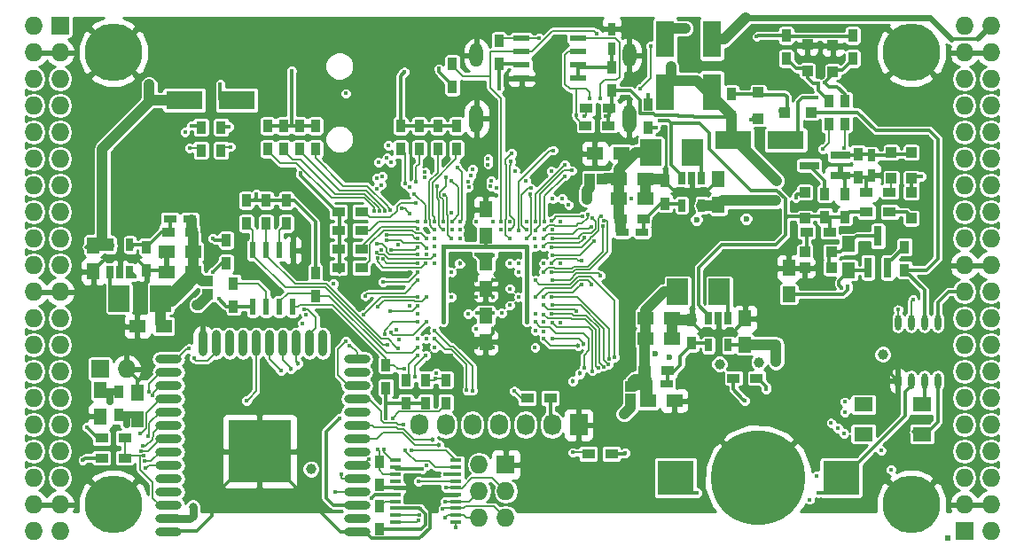
<source format=gbl>
G04 #@! TF.FileFunction,Copper,L4,Bot,Signal*
%FSLAX46Y46*%
G04 Gerber Fmt 4.6, Leading zero omitted, Abs format (unit mm)*
G04 Created by KiCad (PCBNEW 4.0.7+dfsg1-1) date Sat Nov 11 12:06:20 2017*
%MOMM*%
%LPD*%
G01*
G04 APERTURE LIST*
%ADD10C,0.100000*%
%ADD11R,0.500000X0.500000*%
%ADD12R,0.900000X1.200000*%
%ADD13R,1.000000X1.000000*%
%ADD14O,2.500000X0.900000*%
%ADD15O,0.900000X2.500000*%
%ADD16R,6.000000X6.000000*%
%ADD17R,1.800000X3.500000*%
%ADD18R,2.000000X2.500000*%
%ADD19R,0.700000X1.200000*%
%ADD20R,1.250000X1.500000*%
%ADD21R,1.500000X1.250000*%
%ADD22O,0.609600X1.473200*%
%ADD23R,0.800000X1.900000*%
%ADD24R,1.900000X0.800000*%
%ADD25R,1.200000X0.750000*%
%ADD26R,0.750000X1.200000*%
%ADD27R,1.200000X0.900000*%
%ADD28R,0.600000X1.550000*%
%ADD29R,1.550000X0.600000*%
%ADD30R,1.727200X1.727200*%
%ADD31O,1.727200X1.727200*%
%ADD32C,5.500000*%
%ADD33R,1.000000X0.400000*%
%ADD34R,1.727200X2.032000*%
%ADD35O,1.727200X2.032000*%
%ADD36O,1.300000X2.700000*%
%ADD37O,1.300000X2.300000*%
%ADD38R,1.800000X1.400000*%
%ADD39R,3.500000X1.800000*%
%ADD40R,3.500000X3.300000*%
%ADD41C,9.000000*%
%ADD42C,0.400000*%
%ADD43C,0.600000*%
%ADD44C,1.000000*%
%ADD45C,0.454000*%
%ADD46C,0.800000*%
%ADD47C,0.700000*%
%ADD48C,0.300000*%
%ADD49C,1.000000*%
%ADD50C,0.190000*%
%ADD51C,0.600000*%
%ADD52C,0.500000*%
%ADD53C,0.800000*%
%ADD54C,0.700000*%
%ADD55C,0.400000*%
%ADD56C,1.500000*%
%ADD57C,1.200000*%
%ADD58C,0.127000*%
%ADD59C,0.254000*%
G04 APERTURE END LIST*
D10*
D11*
X182675150Y-111637626D03*
D12*
X103498000Y-99858000D03*
X103498000Y-97658000D03*
D13*
X152393000Y-97142000D03*
X152393000Y-98342000D03*
D14*
X126260434Y-111030338D03*
X126260434Y-109760338D03*
X126260434Y-108490338D03*
X126260434Y-107220338D03*
X126260434Y-105950338D03*
X126260434Y-104680338D03*
X126260434Y-103410338D03*
X126260434Y-102140338D03*
X126260434Y-100870338D03*
X126260434Y-99600338D03*
X126260434Y-98330338D03*
X126260434Y-97060338D03*
X126260434Y-95790338D03*
X126260434Y-94520338D03*
D15*
X122975434Y-93030338D03*
X121705434Y-93030338D03*
X120435434Y-93030338D03*
X119165434Y-93030338D03*
X117895434Y-93030338D03*
X116625434Y-93030338D03*
X115355434Y-93030338D03*
X114085434Y-93030338D03*
X112815434Y-93030338D03*
X111545434Y-93030338D03*
D14*
X108260434Y-94520338D03*
X108260434Y-95790338D03*
X108260434Y-97060338D03*
X108260434Y-98330338D03*
X108260434Y-99600338D03*
X108260434Y-100870338D03*
X108260434Y-102140338D03*
X108260434Y-103410338D03*
X108260434Y-104680338D03*
X108260434Y-105950338D03*
X108260434Y-107220338D03*
X108260434Y-108490338D03*
X108260434Y-109760338D03*
X108260434Y-111030338D03*
D16*
X116960434Y-103330338D03*
D17*
X155695000Y-69000000D03*
X155695000Y-64000000D03*
D12*
X154044000Y-72426000D03*
X154044000Y-70226000D03*
D18*
X160870000Y-88090000D03*
X156870000Y-88090000D03*
D19*
X159825000Y-90600000D03*
X160775000Y-90600000D03*
X161725000Y-90600000D03*
X161725000Y-93200000D03*
X159825000Y-93200000D03*
D18*
X158330000Y-74755000D03*
X154330000Y-74755000D03*
D19*
X157285000Y-77235000D03*
X158235000Y-77235000D03*
X159185000Y-77235000D03*
X159185000Y-79835000D03*
X157285000Y-79835000D03*
D18*
X103530000Y-88725000D03*
X107530000Y-88725000D03*
D19*
X104575000Y-86215000D03*
X103625000Y-86215000D03*
X102675000Y-86215000D03*
X102675000Y-83615000D03*
X104575000Y-83615000D03*
D20*
X101085000Y-83665000D03*
X101085000Y-86165000D03*
D21*
X153810000Y-90630000D03*
X156310000Y-90630000D03*
X153810000Y-92535000D03*
X156310000Y-92535000D03*
D20*
X163315000Y-93150000D03*
X163315000Y-90650000D03*
D21*
X151270000Y-79200000D03*
X153770000Y-79200000D03*
X151270000Y-77295000D03*
X153770000Y-77295000D03*
D20*
X160775000Y-79815000D03*
X160775000Y-77315000D03*
D21*
X110590000Y-84280000D03*
X108090000Y-84280000D03*
X110590000Y-86185000D03*
X108090000Y-86185000D03*
D22*
X181730000Y-96599000D03*
X180460000Y-96599000D03*
X179190000Y-96599000D03*
X177920000Y-96599000D03*
X177920000Y-91011000D03*
X179190000Y-91011000D03*
X180460000Y-91011000D03*
X181730000Y-91011000D03*
D20*
X173221000Y-86038000D03*
X173221000Y-83538000D03*
D23*
X176965000Y-85780000D03*
X175065000Y-85780000D03*
X176015000Y-82780000D03*
D24*
X172435000Y-75075000D03*
X172435000Y-76975000D03*
X169435000Y-76025000D03*
D25*
X153910000Y-96910000D03*
X155810000Y-96910000D03*
X151570000Y-82375000D03*
X153470000Y-82375000D03*
X110290000Y-81105000D03*
X108390000Y-81105000D03*
D26*
X175380000Y-75075000D03*
X175380000Y-76975000D03*
D27*
X169200000Y-82375000D03*
X171400000Y-82375000D03*
D12*
X172840000Y-80935000D03*
X172840000Y-78735000D03*
D27*
X177115000Y-80470000D03*
X174915000Y-80470000D03*
D12*
X174110000Y-74925000D03*
X174110000Y-77125000D03*
X178555000Y-83815000D03*
X178555000Y-86015000D03*
X113785000Y-83180000D03*
X113785000Y-85380000D03*
X170935000Y-80935000D03*
X170935000Y-78735000D03*
X128390000Y-108580000D03*
X128390000Y-110780000D03*
D27*
X150572000Y-103584000D03*
X148372000Y-103584000D03*
X177115000Y-78565000D03*
X174915000Y-78565000D03*
X153760000Y-95640000D03*
X155960000Y-95640000D03*
X110440000Y-82375000D03*
X108240000Y-82375000D03*
X151420000Y-81105000D03*
X153620000Y-81105000D03*
D12*
X158235000Y-90800000D03*
X158235000Y-93000000D03*
X106165000Y-86015000D03*
X106165000Y-83815000D03*
X155695000Y-77465000D03*
X155695000Y-79665000D03*
D27*
X126696000Y-85804000D03*
X124496000Y-85804000D03*
X126696000Y-84026000D03*
X124496000Y-84026000D03*
X126696000Y-82248000D03*
X124496000Y-82248000D03*
X126696000Y-80470000D03*
X124496000Y-80470000D03*
D12*
X130422000Y-74458000D03*
X130422000Y-72258000D03*
X132200000Y-74458000D03*
X132200000Y-72258000D03*
X133978000Y-74458000D03*
X133978000Y-72258000D03*
X135756000Y-74458000D03*
X135756000Y-72258000D03*
D28*
X116325000Y-84120000D03*
X117595000Y-84120000D03*
X118865000Y-84120000D03*
X120135000Y-84120000D03*
X120135000Y-89520000D03*
X118865000Y-89520000D03*
X117595000Y-89520000D03*
X116325000Y-89520000D03*
D26*
X150589600Y-64910000D03*
X150589600Y-63010000D03*
D29*
X141980000Y-67705000D03*
X141980000Y-66435000D03*
X141980000Y-65165000D03*
X141980000Y-63895000D03*
X147380000Y-63895000D03*
X147380000Y-65165000D03*
X147380000Y-66435000D03*
X147380000Y-67705000D03*
D30*
X97910000Y-62690000D03*
D31*
X95370000Y-62690000D03*
X97910000Y-65230000D03*
X95370000Y-65230000D03*
X97910000Y-67770000D03*
X95370000Y-67770000D03*
X97910000Y-70310000D03*
X95370000Y-70310000D03*
X97910000Y-72850000D03*
X95370000Y-72850000D03*
X97910000Y-75390000D03*
X95370000Y-75390000D03*
X97910000Y-77930000D03*
X95370000Y-77930000D03*
X97910000Y-80470000D03*
X95370000Y-80470000D03*
X97910000Y-83010000D03*
X95370000Y-83010000D03*
X97910000Y-85550000D03*
X95370000Y-85550000D03*
X97910000Y-88090000D03*
X95370000Y-88090000D03*
X97910000Y-90630000D03*
X95370000Y-90630000D03*
X97910000Y-93170000D03*
X95370000Y-93170000D03*
X97910000Y-95710000D03*
X95370000Y-95710000D03*
X97910000Y-98250000D03*
X95370000Y-98250000D03*
X97910000Y-100790000D03*
X95370000Y-100790000D03*
X97910000Y-103330000D03*
X95370000Y-103330000D03*
X97910000Y-105870000D03*
X95370000Y-105870000D03*
X97910000Y-108410000D03*
X95370000Y-108410000D03*
X97910000Y-110950000D03*
X95370000Y-110950000D03*
D30*
X184270000Y-110950000D03*
D31*
X186810000Y-110950000D03*
X184270000Y-108410000D03*
X186810000Y-108410000D03*
X184270000Y-105870000D03*
X186810000Y-105870000D03*
X184270000Y-103330000D03*
X186810000Y-103330000D03*
X184270000Y-100790000D03*
X186810000Y-100790000D03*
X184270000Y-98250000D03*
X186810000Y-98250000D03*
X184270000Y-95710000D03*
X186810000Y-95710000D03*
X184270000Y-93170000D03*
X186810000Y-93170000D03*
X184270000Y-90630000D03*
X186810000Y-90630000D03*
X184270000Y-88090000D03*
X186810000Y-88090000D03*
X184270000Y-85550000D03*
X186810000Y-85550000D03*
X184270000Y-83010000D03*
X186810000Y-83010000D03*
X184270000Y-80470000D03*
X186810000Y-80470000D03*
X184270000Y-77930000D03*
X186810000Y-77930000D03*
X184270000Y-75390000D03*
X186810000Y-75390000D03*
X184270000Y-72850000D03*
X186810000Y-72850000D03*
X184270000Y-70310000D03*
X186810000Y-70310000D03*
X184270000Y-67770000D03*
X186810000Y-67770000D03*
X184270000Y-65230000D03*
X186810000Y-65230000D03*
X184270000Y-62690000D03*
X186810000Y-62690000D03*
D32*
X102990000Y-108410000D03*
X179190000Y-108410000D03*
X179190000Y-65230000D03*
X102990000Y-65230000D03*
D12*
X162045000Y-71410000D03*
X162045000Y-69210000D03*
X139820000Y-66330000D03*
X139820000Y-64130000D03*
X135375000Y-68532000D03*
X135375000Y-66332000D03*
X150615000Y-68870000D03*
X150615000Y-66670000D03*
D27*
X150275000Y-72215000D03*
X148075000Y-72215000D03*
X150380000Y-70600000D03*
X148180000Y-70600000D03*
D33*
X135735000Y-104215000D03*
X135735000Y-104865000D03*
X135735000Y-105515000D03*
X135735000Y-106165000D03*
X135735000Y-106815000D03*
X135735000Y-107465000D03*
X135735000Y-108115000D03*
X135735000Y-108765000D03*
X135735000Y-109415000D03*
X135735000Y-110065000D03*
X129935000Y-110065000D03*
X129935000Y-109415000D03*
X129935000Y-108765000D03*
X129935000Y-108115000D03*
X129935000Y-107465000D03*
X129935000Y-106815000D03*
X129935000Y-106165000D03*
X129935000Y-105515000D03*
X129935000Y-104865000D03*
X129935000Y-104215000D03*
D12*
X119500000Y-79370000D03*
X119500000Y-81570000D03*
X114480000Y-89500000D03*
X114480000Y-87300000D03*
X129025000Y-97275000D03*
X129025000Y-95075000D03*
X117595000Y-79370000D03*
X117595000Y-81570000D03*
X122280000Y-86300000D03*
X122280000Y-88500000D03*
X115690000Y-79370000D03*
X115690000Y-81570000D03*
D27*
X144730000Y-98250000D03*
X142530000Y-98250000D03*
D12*
X132835000Y-98715000D03*
X132835000Y-96515000D03*
X130930000Y-98715000D03*
X130930000Y-96515000D03*
D27*
X101890000Y-103965000D03*
X104090000Y-103965000D03*
D30*
X101720000Y-95456000D03*
D31*
X104260000Y-95456000D03*
D27*
X104090000Y-102060000D03*
X101890000Y-102060000D03*
D20*
X167506000Y-88324000D03*
X167506000Y-85824000D03*
D27*
X164415000Y-96345000D03*
X162215000Y-96345000D03*
D12*
X167252000Y-65822000D03*
X167252000Y-63622000D03*
D30*
X140455000Y-104600000D03*
D31*
X137915000Y-104600000D03*
X140455000Y-107140000D03*
X137915000Y-107140000D03*
X140455000Y-109680000D03*
X137915000Y-109680000D03*
D20*
X138550000Y-90396000D03*
X138550000Y-92896000D03*
X138550000Y-82736000D03*
X138550000Y-80236000D03*
X138550000Y-85316000D03*
X138550000Y-87816000D03*
X101720000Y-97508000D03*
X101720000Y-100008000D03*
D12*
X113277000Y-74585000D03*
X113277000Y-72385000D03*
X111372000Y-74585000D03*
X111372000Y-72385000D03*
X172840000Y-72045000D03*
X172840000Y-69845000D03*
X171316000Y-72045000D03*
X171316000Y-69845000D03*
D34*
X147440000Y-100790000D03*
D35*
X144900000Y-100790000D03*
X142360000Y-100790000D03*
X139820000Y-100790000D03*
X137280000Y-100790000D03*
X134740000Y-100790000D03*
X132200000Y-100790000D03*
D36*
X152280000Y-71550000D03*
X137680000Y-71550000D03*
D37*
X137680000Y-65500000D03*
X152280000Y-65500000D03*
D38*
X180212000Y-98882000D03*
X174612000Y-98882000D03*
X174612000Y-101682000D03*
X180212000Y-101682000D03*
D20*
X105276000Y-100262000D03*
X105276000Y-97762000D03*
D39*
X109761000Y-69802000D03*
X114761000Y-69802000D03*
X167212000Y-73612000D03*
X162212000Y-73612000D03*
D17*
X160140000Y-64000000D03*
X160140000Y-69000000D03*
D21*
X154064000Y-98504000D03*
X156564000Y-98504000D03*
X107796000Y-91392000D03*
X105296000Y-91392000D03*
X151484000Y-74882000D03*
X148984000Y-74882000D03*
D12*
X173602000Y-65822000D03*
X173602000Y-63622000D03*
X134740000Y-96515000D03*
X134740000Y-98715000D03*
D40*
X172485000Y-105870000D03*
X156685000Y-105870000D03*
D41*
X164585000Y-105870000D03*
D13*
X169284000Y-66988000D03*
X169284000Y-64488000D03*
X171697000Y-67081000D03*
X171697000Y-64581000D03*
X169050000Y-84280000D03*
X171550000Y-84280000D03*
X179190000Y-81085000D03*
X179190000Y-78585000D03*
X169030000Y-81085000D03*
X169030000Y-78585000D03*
X171550000Y-85804000D03*
X169050000Y-85804000D03*
X179190000Y-77275000D03*
X179190000Y-74775000D03*
X177285000Y-74775000D03*
X177285000Y-77275000D03*
X167145000Y-70945000D03*
X169645000Y-70945000D03*
X164585000Y-69060000D03*
X164585000Y-71560000D03*
X112007000Y-87109000D03*
X112007000Y-88309000D03*
X149691000Y-77295000D03*
X148491000Y-77295000D03*
D12*
X128390000Y-106546000D03*
X128390000Y-104346000D03*
X117722000Y-74458000D03*
X117722000Y-72258000D03*
X119246000Y-74458000D03*
X119246000Y-72258000D03*
X120770000Y-74458000D03*
X120770000Y-72258000D03*
X122294000Y-74458000D03*
X122294000Y-72258000D03*
D42*
X132871770Y-84533979D03*
X132862998Y-82124544D03*
X131278306Y-86213101D03*
X135281276Y-80583119D03*
X131279502Y-89407325D03*
X170309539Y-85441529D03*
X145698456Y-91073766D03*
D43*
X156262773Y-81349374D03*
X154657528Y-81463649D03*
D44*
X158233687Y-94760979D03*
D42*
X145672808Y-85396062D03*
X144103186Y-84622010D03*
X133216000Y-107465000D03*
X137680000Y-88600000D03*
X142480000Y-95000000D03*
X141680000Y-92600000D03*
X140836000Y-84534000D03*
X135284627Y-94985297D03*
X135288625Y-94225619D03*
X134455822Y-94267172D03*
X136095958Y-93369652D03*
D45*
X139264636Y-91615205D03*
D44*
X116880503Y-64802940D03*
X106974809Y-64953974D03*
X175210328Y-64948943D03*
X165417246Y-64954666D03*
D42*
X175495631Y-71457432D03*
X145680000Y-94177990D03*
X177285000Y-95710000D03*
D44*
X177229911Y-82281349D03*
D43*
X164741832Y-81130572D03*
X161067993Y-81216119D03*
D44*
X162992748Y-94820185D03*
D42*
X140880000Y-81400000D03*
X136085174Y-89394826D03*
X145680000Y-81400000D03*
X140874194Y-91433353D03*
X142480000Y-94200000D03*
X140880000Y-93400000D03*
X139280000Y-93400000D03*
X137680000Y-93400000D03*
X136880000Y-92600000D03*
X135280000Y-92600000D03*
X132880000Y-91800000D03*
X132880000Y-93400000D03*
D45*
X141042859Y-86994997D03*
X139280000Y-87000000D03*
X136110990Y-86995403D03*
X137680000Y-87000000D03*
X136080000Y-84600000D03*
X139280000Y-88600000D03*
D44*
X166343357Y-77477990D03*
D42*
X172564535Y-87722010D03*
D44*
X121861867Y-105030174D03*
D42*
X150030853Y-71331848D03*
X127656639Y-107816792D03*
D44*
X156235582Y-66548363D03*
X166248957Y-79408030D03*
X101932065Y-82585048D03*
X106417803Y-68312483D03*
X166280000Y-94800000D03*
X157600000Y-62944000D03*
D42*
X180137420Y-77069467D03*
X148271935Y-77777990D03*
D46*
X110593913Y-108636458D03*
D44*
X160884708Y-94994498D03*
D43*
X156077107Y-94326957D03*
X154726292Y-94009946D03*
D42*
X173137949Y-87594275D03*
D44*
X148202454Y-79278787D03*
D47*
X102710050Y-98594954D03*
D42*
X154794000Y-72426000D03*
X129005202Y-100174798D03*
X137659051Y-91638034D03*
X139820000Y-68665673D03*
X172834633Y-99599920D03*
X172879922Y-98618650D03*
X176305593Y-103279812D03*
X165349214Y-97422919D03*
X164433885Y-63737451D03*
X134079160Y-66786153D03*
X109828000Y-72830000D03*
X116654336Y-78777990D03*
D44*
X176474303Y-94069095D03*
D43*
X163422030Y-81120665D03*
X158680000Y-81210838D03*
D42*
X112515000Y-83010000D03*
X100080000Y-104200000D03*
X113080000Y-88800000D03*
D44*
X164653770Y-94825547D03*
D42*
X135273306Y-88618602D03*
X139272517Y-84611349D03*
X137680556Y-84534085D03*
X141680000Y-86200000D03*
X135280000Y-86200000D03*
X132880000Y-92600000D03*
X132080000Y-92600000D03*
X141680000Y-88600000D03*
X141680000Y-85400000D03*
X137689001Y-90122990D03*
D44*
X151758000Y-99774000D03*
D42*
X136885174Y-90194826D03*
X140094890Y-90122990D03*
X139280000Y-90122990D03*
X140880000Y-89400000D03*
X140880000Y-87800000D03*
X140880000Y-85400000D03*
D45*
X136080000Y-85400000D03*
D42*
X121401947Y-90251871D03*
X129988160Y-91721995D03*
X130302262Y-92700329D03*
X121041200Y-91125073D03*
D44*
X110991000Y-89360000D03*
D42*
X142480000Y-91000000D03*
X142480000Y-83800000D03*
X134480000Y-83800000D03*
X134480000Y-91000000D03*
X125193541Y-69156848D03*
X105037711Y-86632990D03*
X155149360Y-71764535D03*
X170182962Y-69571012D03*
X170362901Y-107286196D03*
X158716651Y-107325176D03*
X137295592Y-97538017D03*
X134750646Y-106810513D03*
X133680000Y-91800000D03*
D45*
X134074414Y-102752225D03*
D42*
X136740903Y-97514503D03*
X134675868Y-108131585D03*
D45*
X133449289Y-102232615D03*
D42*
X133680000Y-92600000D03*
X133685482Y-93402296D03*
X127358154Y-104128048D03*
X132936956Y-104698915D03*
X134463998Y-108841973D03*
X130692380Y-100790000D03*
X131808905Y-96227367D03*
X134636872Y-109719950D03*
X132846234Y-94197073D03*
X120834553Y-76779094D03*
X130761990Y-67119621D03*
X147186000Y-71200000D03*
X148477832Y-69619684D03*
X147983153Y-71347080D03*
X149475951Y-69619684D03*
X177926984Y-89812061D03*
X154329326Y-64643767D03*
X152497066Y-79193467D03*
X146481406Y-79819384D03*
X153322343Y-68673419D03*
X143650666Y-63862520D03*
X179351513Y-88868327D03*
X149134122Y-63424051D03*
X140035989Y-81400000D03*
X132083026Y-86260405D03*
X128776655Y-87135140D03*
X115729998Y-98493136D03*
X119008515Y-95662939D03*
D45*
X119978162Y-95412951D03*
X120634035Y-94977604D03*
D42*
X113212238Y-68244401D03*
X144962492Y-79235378D03*
X145834002Y-79198109D03*
X131453853Y-103260518D03*
X149771692Y-81825658D03*
X144080000Y-86200000D03*
X149520824Y-86534121D03*
X144894316Y-86977564D03*
X144873936Y-83860397D03*
X149549750Y-80868432D03*
D45*
X147355672Y-93219294D03*
D42*
X144113248Y-92588762D03*
X144875155Y-86218896D03*
X149846468Y-81303978D03*
X144916886Y-83016385D03*
X148719886Y-81056015D03*
D45*
X147915304Y-93063131D03*
D42*
X144882352Y-92577990D03*
X148747982Y-95669626D03*
X144891634Y-91073766D03*
X149795895Y-95251084D03*
X144867244Y-90229755D03*
X150278898Y-95040253D03*
X144892596Y-89385743D03*
X150345974Y-94517527D03*
X144877648Y-88622010D03*
X150889207Y-94332565D03*
X143280000Y-87000000D03*
X130807074Y-95454141D03*
X130171404Y-93544341D03*
X132080000Y-93400000D03*
X129196652Y-93209125D03*
X133852393Y-95875797D03*
X141280000Y-97600000D03*
X133762848Y-96395146D03*
X132080000Y-94200000D03*
X128610772Y-84072485D03*
X105895603Y-103765816D03*
X132075624Y-89410644D03*
X129449238Y-89926948D03*
X130839486Y-103260518D03*
X128806823Y-103185900D03*
X128251440Y-89564206D03*
X132162861Y-106185868D03*
X132880000Y-88600000D03*
X127040053Y-88481065D03*
X124741825Y-105494691D03*
X132080000Y-87000000D03*
X125499542Y-93250681D03*
X124202418Y-107207639D03*
X110313517Y-74380698D03*
X132146108Y-109940263D03*
X114166000Y-74247000D03*
X132189000Y-109415000D03*
X135315381Y-81391918D03*
X135280062Y-77463305D03*
X134471370Y-81406751D03*
X134758050Y-77130140D03*
X132761172Y-77202673D03*
X132737245Y-76676207D03*
X128644933Y-77050030D03*
X128152012Y-77241956D03*
X128125571Y-78233647D03*
X110718734Y-94451783D03*
X128590544Y-77894041D03*
X110249038Y-93533767D03*
X106368514Y-97613395D03*
X131253134Y-78134216D03*
X132783339Y-81400004D03*
X106741168Y-98035405D03*
X131709326Y-78745875D03*
X132079024Y-82984045D03*
X129109095Y-82655074D03*
X105572759Y-101661319D03*
X132880889Y-83897835D03*
X129054383Y-83179239D03*
X106281049Y-101893466D03*
X132083682Y-83828056D03*
X129485142Y-84082415D03*
X105813763Y-102819336D03*
X132062099Y-84533979D03*
X128165458Y-83528763D03*
X105627254Y-103312241D03*
X128183315Y-84380742D03*
X105992720Y-104283802D03*
X133671942Y-84595200D03*
X132834641Y-85377990D03*
X128203260Y-84907376D03*
X106088753Y-104974041D03*
D45*
X146862501Y-96617499D03*
X147534467Y-95913260D03*
D42*
X147927932Y-95329243D03*
X143280000Y-91000000D03*
X149284391Y-95377990D03*
X144077013Y-90266968D03*
X147207648Y-89973043D03*
X144076240Y-89395301D03*
X143281824Y-90201951D03*
X144102010Y-85397219D03*
X147687522Y-85093328D03*
X144868096Y-85371354D03*
X148610669Y-81900026D03*
X144102010Y-83000000D03*
X144888125Y-82172374D03*
X147695541Y-87377990D03*
X144082832Y-88584510D03*
X148688598Y-87378077D03*
X143278026Y-88595030D03*
X144125486Y-82186468D03*
X148298275Y-80739810D03*
X144876540Y-81328363D03*
X147802234Y-80917812D03*
X139280000Y-81400000D03*
X139578623Y-78205862D03*
X139034115Y-78040948D03*
X139046749Y-77514088D03*
X138775679Y-75942989D03*
X138779198Y-75400762D03*
X137680000Y-81400000D03*
X137308732Y-76415018D03*
X137106948Y-76979922D03*
X136859538Y-77550820D03*
X136922059Y-78097889D03*
X136096392Y-81395070D03*
X135830698Y-76200613D03*
X148878722Y-83261032D03*
X144915665Y-84598743D03*
X148001372Y-82958777D03*
X144103186Y-83777990D03*
X142841210Y-78784254D03*
X142473549Y-82998913D03*
X142437464Y-82181475D03*
X142911762Y-78217369D03*
X144144931Y-81387081D03*
X146080163Y-77044970D03*
X144797106Y-76565342D03*
X143281475Y-82206074D03*
X146778972Y-76522403D03*
X143300920Y-81377293D03*
X146080000Y-76000000D03*
X141662690Y-82207782D03*
X145017056Y-74592808D03*
X142456909Y-81405800D03*
X140030954Y-82200000D03*
X141342967Y-76554996D03*
X141046643Y-74873804D03*
X140864029Y-83041403D03*
X140874966Y-82177164D03*
X140980062Y-75681941D03*
X132872609Y-82968555D03*
X132080007Y-82103333D03*
X132080000Y-81400000D03*
X131847310Y-79589886D03*
X130856828Y-77786820D03*
X131923295Y-77584853D03*
X133648389Y-82190597D03*
X133627359Y-81414685D03*
X129477855Y-92000822D03*
X132880000Y-91000000D03*
X128879646Y-92111037D03*
X132077648Y-90977990D03*
X131275302Y-80595752D03*
X130489904Y-80167235D03*
X132072985Y-85377990D03*
X128723655Y-84990627D03*
X134476508Y-82180155D03*
X133942383Y-77980766D03*
X163908850Y-71651861D03*
X135656559Y-110610712D03*
X132448438Y-104994496D03*
X146844288Y-103452739D03*
X134707351Y-105508447D03*
X132280000Y-108800000D03*
D47*
X104260000Y-100790000D03*
D42*
X112515000Y-86185000D03*
X169506589Y-107953726D03*
X163277422Y-98501717D03*
X170157734Y-105666345D03*
X170735900Y-74464979D03*
X143257990Y-83000000D03*
X168166438Y-79108038D03*
X151896383Y-103510715D03*
X114039000Y-72342000D03*
X110483000Y-72215000D03*
X143269694Y-93414905D03*
X177274002Y-105079115D03*
X172761273Y-101651681D03*
X143280000Y-91800000D03*
X172193360Y-101105663D03*
X144064831Y-91877646D03*
X171540304Y-100645743D03*
X144080000Y-91000000D03*
X154044000Y-69294000D03*
X128349062Y-75753924D03*
X134613000Y-78819000D03*
X135280000Y-83022010D03*
X135320520Y-82196441D03*
X129493343Y-75737814D03*
X136080000Y-82200000D03*
X129125079Y-75315804D03*
X136080000Y-83000000D03*
X129252218Y-74142461D03*
X142393877Y-77513877D03*
X172746637Y-74347988D03*
X143280000Y-83800000D03*
X170300000Y-68151000D03*
X170950000Y-68125562D03*
X125167387Y-92841517D03*
X121206217Y-89762554D03*
X132082956Y-90210779D03*
X182675150Y-111637626D03*
X124027706Y-87347706D03*
X124027707Y-87347707D03*
X166678914Y-70803555D03*
X129660000Y-100155000D03*
X124580000Y-100155000D03*
X132084049Y-88558274D03*
X126880008Y-90276109D03*
X128280000Y-103200000D03*
X100450000Y-101044000D03*
X120008000Y-67008000D03*
X127889625Y-80407426D03*
X133680000Y-85400000D03*
X130204628Y-83599483D03*
X128416582Y-80399850D03*
X133680000Y-83800000D03*
X128943593Y-80399729D03*
X133680000Y-83000000D03*
X129457990Y-80285112D03*
D48*
X108260434Y-111030338D02*
X109060434Y-111030338D01*
X109060434Y-111030338D02*
X109140772Y-110950000D01*
X110957617Y-110950000D02*
X112380000Y-109527617D01*
X109140772Y-110950000D02*
X110957617Y-110950000D01*
X112380000Y-109527617D02*
X112380000Y-107854384D01*
X112380000Y-107854384D02*
X116904046Y-103330338D01*
X116904046Y-103330338D02*
X116960434Y-103330338D01*
X167506000Y-85824000D02*
X169927068Y-85824000D01*
X169927068Y-85824000D02*
X170109540Y-85641528D01*
X170109540Y-85641528D02*
X170309539Y-85441529D01*
X104260000Y-95456000D02*
X105276000Y-96472000D01*
X105276000Y-96472000D02*
X105276000Y-97762000D01*
X132254999Y-111657001D02*
X133216000Y-110696000D01*
X133216000Y-110696000D02*
X133216000Y-107465000D01*
X126260434Y-111030338D02*
X127060434Y-111030338D01*
X127060434Y-111030338D02*
X127687097Y-111657001D01*
X127687097Y-111657001D02*
X132254999Y-111657001D01*
X133216000Y-107465000D02*
X132214478Y-107465000D01*
X135735000Y-107465000D02*
X133216000Y-107465000D01*
X132214478Y-107465000D02*
X131572496Y-106823018D01*
X131572496Y-106823018D02*
X129919874Y-106823018D01*
X126260434Y-111030338D02*
X124660659Y-111030338D01*
X124660659Y-111030338D02*
X116960659Y-103330338D01*
X116960659Y-103330338D02*
X116960434Y-103330338D01*
X129935000Y-106815000D02*
X128659000Y-106815000D01*
X128659000Y-106815000D02*
X128390000Y-106546000D01*
X128390000Y-106546000D02*
X128558000Y-106546000D01*
X136126306Y-93400000D02*
X136095958Y-93369652D01*
X136880000Y-92600000D02*
X136110348Y-93369652D01*
X136049652Y-93369652D02*
X136095958Y-93369652D01*
X137680000Y-93400000D02*
X136126306Y-93400000D01*
X135280000Y-92600000D02*
X136049652Y-93369652D01*
X136110348Y-93369652D02*
X136095958Y-93369652D01*
X139264636Y-92054364D02*
X139264636Y-91936231D01*
X139264636Y-91936231D02*
X139264636Y-91615205D01*
X138550000Y-92769000D02*
X139264636Y-92054364D01*
X136880000Y-92600000D02*
X137680000Y-93400000D01*
X136880000Y-92600000D02*
X138381000Y-92600000D01*
X138381000Y-92600000D02*
X138550000Y-92769000D01*
X135280000Y-92600000D02*
X136880000Y-92600000D01*
X138550000Y-92769000D02*
X138649000Y-92769000D01*
X138649000Y-92769000D02*
X139280000Y-93400000D01*
X138550000Y-92769000D02*
X138311000Y-92769000D01*
X138311000Y-92769000D02*
X137680000Y-93400000D01*
X175042385Y-64781000D02*
X175210328Y-64948943D01*
X171697000Y-64781000D02*
X175042385Y-64781000D01*
X165683912Y-64688000D02*
X165417246Y-64954666D01*
X169284000Y-64688000D02*
X165683912Y-64688000D01*
X169284000Y-64688000D02*
X171604000Y-64688000D01*
X171604000Y-64688000D02*
X171697000Y-64781000D01*
X177285000Y-95710000D02*
X177285000Y-95964000D01*
X177285000Y-95964000D02*
X177920000Y-96599000D01*
X102210000Y-84915000D02*
X103625000Y-84915000D01*
X103625000Y-84915000D02*
X105215000Y-84915000D01*
X103625000Y-86215000D02*
X103625000Y-84915000D01*
X105215000Y-84915000D02*
X106165000Y-85865000D01*
X106165000Y-85865000D02*
X106165000Y-86015000D01*
X101085000Y-86165000D02*
X101085000Y-86040000D01*
X101085000Y-86040000D02*
X102210000Y-84915000D01*
X106165000Y-86015000D02*
X107920000Y-86015000D01*
X107920000Y-86015000D02*
X108090000Y-86185000D01*
D49*
X153770000Y-77295000D02*
X155525000Y-77295000D01*
D48*
X155525000Y-77295000D02*
X155695000Y-77465000D01*
D49*
X153770000Y-79200000D02*
X153770000Y-77295000D01*
D48*
X174110000Y-77125000D02*
X174745000Y-77125000D01*
X174745000Y-77125000D02*
X175230000Y-77125000D01*
X174915000Y-78565000D02*
X174915000Y-77295000D01*
X174915000Y-77295000D02*
X174745000Y-77125000D01*
X172840000Y-78735000D02*
X172840000Y-77380000D01*
X172840000Y-77380000D02*
X172435000Y-76975000D01*
X175230000Y-77125000D02*
X175380000Y-76975000D01*
X172435000Y-76975000D02*
X173960000Y-76975000D01*
X173960000Y-76975000D02*
X174110000Y-77125000D01*
X137680000Y-86200000D02*
X137680000Y-86600000D01*
X136080000Y-84600000D02*
X137680000Y-86200000D01*
X159850000Y-78365000D02*
X158235000Y-78365000D01*
X158235000Y-78365000D02*
X156445000Y-78365000D01*
X158235000Y-77235000D02*
X158235000Y-78365000D01*
X160775000Y-77315000D02*
X160775000Y-77440000D01*
X160775000Y-77440000D02*
X159850000Y-78365000D01*
X156445000Y-78365000D02*
X155695000Y-77615000D01*
X155695000Y-77615000D02*
X155695000Y-77465000D01*
D49*
X156310000Y-90630000D02*
X156310000Y-92535000D01*
X158235000Y-90800000D02*
X156480000Y-90800000D01*
D48*
X156480000Y-90800000D02*
X156310000Y-90630000D01*
X163315000Y-90650000D02*
X163315000Y-90834602D01*
X163315000Y-90834602D02*
X162249602Y-91900000D01*
X162249602Y-91900000D02*
X160775000Y-91900000D01*
X101085000Y-86165000D02*
X101085000Y-85929893D01*
X106165000Y-85944374D02*
X106165000Y-86015000D01*
X159185000Y-91900000D02*
X160775000Y-91900000D01*
X160775000Y-90600000D02*
X160775000Y-91900000D01*
X158235000Y-90800000D02*
X158235000Y-90950000D01*
X158235000Y-90950000D02*
X159185000Y-91900000D01*
X108090000Y-84280000D02*
X108090000Y-86185000D01*
X107625000Y-84745000D02*
X108090000Y-84280000D01*
X108070000Y-84260000D02*
X108090000Y-84280000D01*
X141037856Y-87000000D02*
X141042859Y-86994997D01*
X139280000Y-87000000D02*
X141037856Y-87000000D01*
X136432016Y-86995403D02*
X136110990Y-86995403D01*
X137284597Y-86995403D02*
X136432016Y-86995403D01*
X137680000Y-86600000D02*
X137284597Y-86995403D01*
X137680000Y-86600000D02*
X137680000Y-87000000D01*
D50*
X138029000Y-66332000D02*
X138115000Y-66246000D01*
D49*
X162045000Y-71410000D02*
X162045000Y-73179633D01*
X162045000Y-73179633D02*
X165843358Y-76977991D01*
X165843358Y-76977991D02*
X166343357Y-77477990D01*
D48*
X101085000Y-83665000D02*
X101684316Y-83665000D01*
X101684316Y-83665000D02*
X101913492Y-83435824D01*
D49*
X101913492Y-83435824D02*
X101913492Y-82603621D01*
D48*
X101913492Y-82603621D02*
X101932065Y-82585048D01*
X172296000Y-87453475D02*
X172364536Y-87522011D01*
X172364536Y-87522011D02*
X172564535Y-87722010D01*
X172296000Y-87088000D02*
X172296000Y-87453475D01*
X173221000Y-86038000D02*
X173221000Y-86163000D01*
X173221000Y-86163000D02*
X172296000Y-87088000D01*
X162045000Y-71410000D02*
X158501963Y-71410000D01*
X158501963Y-71410000D02*
X158407951Y-71315988D01*
X158407951Y-71315988D02*
X156965000Y-71315988D01*
X156965000Y-71315988D02*
X156924522Y-71275510D01*
X156924522Y-71275510D02*
X154741030Y-71275510D01*
X153316999Y-71047601D02*
X153316999Y-69786999D01*
X154741030Y-71275510D02*
X154568521Y-71103001D01*
X154568521Y-71103001D02*
X153372399Y-71103001D01*
X153372399Y-71103001D02*
X153316999Y-71047601D01*
X152400000Y-68870000D02*
X151365000Y-68870000D01*
X153316999Y-69786999D02*
X152400000Y-68870000D01*
X151365000Y-68870000D02*
X150615000Y-68870000D01*
X150275000Y-71465000D02*
X150380000Y-71360000D01*
X150380000Y-71360000D02*
X150380000Y-70600000D01*
X150615000Y-70935000D02*
X150615000Y-69995990D01*
X150615000Y-69995990D02*
X150615000Y-68870000D01*
X150313695Y-71331848D02*
X150030853Y-71331848D01*
X150141848Y-71331848D02*
X150030853Y-71331848D01*
X150275000Y-71465000D02*
X150141848Y-71331848D01*
X150275000Y-72215000D02*
X150275000Y-71465000D01*
X128008431Y-107465000D02*
X127856638Y-107616793D01*
X127856638Y-107616793D02*
X127656639Y-107816792D01*
X129935000Y-107465000D02*
X128008431Y-107465000D01*
X160140000Y-69000000D02*
X160140000Y-69850000D01*
X160140000Y-69850000D02*
X161700000Y-71410000D01*
D49*
X156235582Y-67716832D02*
X156235582Y-66548363D01*
X158681338Y-67896338D02*
X156415088Y-67896338D01*
X156415088Y-67896338D02*
X156235582Y-67716832D01*
D48*
X156235582Y-66578582D02*
X156235582Y-66548363D01*
D49*
X160790000Y-79800000D02*
X161181970Y-79408030D01*
X161181970Y-79408030D02*
X165541851Y-79408030D01*
X165541851Y-79408030D02*
X166248957Y-79408030D01*
X101932065Y-81877942D02*
X101932065Y-82585048D01*
X101932065Y-74415935D02*
X101932065Y-81877942D01*
X106407114Y-69940886D02*
X101932065Y-74415935D01*
X106417803Y-69019589D02*
X106417803Y-68312483D01*
X106417803Y-69930197D02*
X106417803Y-69019589D01*
X106407114Y-69940886D02*
X106417803Y-69930197D01*
X166280000Y-93150000D02*
X166280000Y-94800000D01*
D48*
X110610000Y-69548000D02*
X110610000Y-69802000D01*
D49*
X109975000Y-69802000D02*
X106546000Y-69802000D01*
X106546000Y-69802000D02*
X106419000Y-69929000D01*
X106419000Y-69929000D02*
X106407114Y-69940886D01*
D48*
X106419000Y-69675000D02*
X106419000Y-69929000D01*
X100572432Y-83665000D02*
X100424079Y-83813353D01*
X101085000Y-83665000D02*
X100572432Y-83665000D01*
X160790000Y-79800000D02*
X160775000Y-79815000D01*
D49*
X163315000Y-93150000D02*
X166280000Y-93150000D01*
D48*
X160775000Y-79940000D02*
X160775000Y-79815000D01*
X164925000Y-93150000D02*
X164240000Y-93150000D01*
X164240000Y-93150000D02*
X163315000Y-93150000D01*
X101085000Y-83665000D02*
X101085000Y-83790000D01*
D49*
X159185000Y-79835000D02*
X160755000Y-79835000D01*
D48*
X160755000Y-79835000D02*
X160775000Y-79815000D01*
X161725000Y-93200000D02*
X163265000Y-93200000D01*
X163265000Y-93200000D02*
X163315000Y-93150000D01*
X173221000Y-86038000D02*
X174807000Y-86038000D01*
X174807000Y-86038000D02*
X175065000Y-85780000D01*
D49*
X101085000Y-83665000D02*
X102625000Y-83665000D01*
D48*
X102625000Y-83665000D02*
X102675000Y-83615000D01*
X161700000Y-71410000D02*
X162045000Y-71410000D01*
D49*
X162045000Y-71410000D02*
X162045000Y-71260000D01*
X162045000Y-71260000D02*
X158681338Y-67896338D01*
D48*
X162045000Y-71753000D02*
X162045000Y-71410000D01*
X155695000Y-64000000D02*
X155695000Y-63368337D01*
X155695000Y-63368337D02*
X156119337Y-62944000D01*
D49*
X156119337Y-62944000D02*
X157600000Y-62944000D01*
X160140000Y-64000000D02*
X161340000Y-64000000D01*
X161340000Y-64000000D02*
X163399217Y-61940783D01*
D51*
X163399217Y-61940783D02*
X180980783Y-61940783D01*
D52*
X185540000Y-63960000D02*
X186810000Y-62690000D01*
D51*
X180980783Y-61940783D02*
X183000000Y-63960000D01*
D48*
X183000000Y-63960000D02*
X185540000Y-63960000D01*
X179854578Y-77069467D02*
X180137420Y-77069467D01*
X179195533Y-77069467D02*
X179854578Y-77069467D01*
X179190000Y-77075000D02*
X179195533Y-77069467D01*
X179190000Y-78585000D02*
X179190000Y-77275000D01*
X148471934Y-77577991D02*
X148271935Y-77777990D01*
X148491000Y-77295000D02*
X148491000Y-77558925D01*
X148491000Y-77558925D02*
X148471934Y-77577991D01*
X148202000Y-78022023D02*
X148271935Y-77952088D01*
X148271935Y-77952088D02*
X148271935Y-77777990D01*
X129025000Y-97275000D02*
X129025000Y-98800000D01*
X129025000Y-98800000D02*
X129025000Y-100155000D01*
X130930000Y-98715000D02*
X129110000Y-98715000D01*
X129110000Y-98715000D02*
X129025000Y-98800000D01*
D53*
X110593913Y-109202143D02*
X110593913Y-108636458D01*
X110593913Y-109476859D02*
X110593913Y-109202143D01*
X110310434Y-109760338D02*
X110593913Y-109476859D01*
X108260434Y-109760338D02*
X110310434Y-109760338D01*
D48*
X167506000Y-88324000D02*
X172691066Y-88324000D01*
X172691066Y-88324000D02*
X173137949Y-87877117D01*
X173137949Y-87877117D02*
X173137949Y-87594275D01*
D49*
X148202454Y-78413536D02*
X148202454Y-78571681D01*
X148202000Y-78413082D02*
X148202454Y-78413536D01*
X148202454Y-78571681D02*
X148202454Y-79278787D01*
D54*
X102710050Y-97683950D02*
X102710050Y-98099980D01*
X102736000Y-97658000D02*
X102710050Y-97683950D01*
X102710050Y-98099980D02*
X102710050Y-98594954D01*
X102736000Y-97658000D02*
X101870000Y-97658000D01*
X103498000Y-97658000D02*
X102736000Y-97658000D01*
D48*
X101870000Y-97658000D02*
X101720000Y-97508000D01*
X148202000Y-78413082D02*
X148491000Y-78124082D01*
D49*
X148491000Y-78124082D02*
X148491000Y-77295000D01*
X148202000Y-78413082D02*
X148439744Y-78175338D01*
D48*
X154806000Y-72438000D02*
X154794000Y-72426000D01*
X154044000Y-72426000D02*
X154794000Y-72426000D01*
X129025000Y-100155000D02*
X129005202Y-100174798D01*
X129025000Y-97275000D02*
X129025000Y-98175000D01*
X132835000Y-98715000D02*
X130930000Y-98715000D01*
X173602000Y-63706000D02*
X167336000Y-63706000D01*
X167336000Y-63706000D02*
X167252000Y-63622000D01*
X167252000Y-63622000D02*
X164549336Y-63622000D01*
X164549336Y-63622000D02*
X164433885Y-63737451D01*
X138550000Y-85042000D02*
X138188471Y-85042000D01*
X138188471Y-85042000D02*
X137680556Y-84534085D01*
X138550000Y-85042000D02*
X138841866Y-85042000D01*
X138841866Y-85042000D02*
X139272517Y-84611349D01*
X137680556Y-84534085D02*
X139195253Y-84534085D01*
X139195253Y-84534085D02*
X139272517Y-84611349D01*
X139820000Y-66330000D02*
X139820000Y-68665673D01*
X165349214Y-97129214D02*
X165349214Y-97422919D01*
X164565000Y-96345000D02*
X165349214Y-97129214D01*
X164415000Y-96345000D02*
X164565000Y-96345000D01*
X134079160Y-67068995D02*
X134079160Y-66786153D01*
X134079160Y-67086160D02*
X134079160Y-67068995D01*
X135375000Y-68382000D02*
X134079160Y-67086160D01*
X135375000Y-68532000D02*
X135375000Y-68382000D01*
X116654336Y-79155664D02*
X116654336Y-79060832D01*
X115690000Y-79370000D02*
X116440000Y-79370000D01*
X116440000Y-79370000D02*
X116654336Y-79155664D01*
X116654336Y-79060832D02*
X116654336Y-78777990D01*
X181730000Y-89106000D02*
X182746000Y-88090000D01*
X182746000Y-88090000D02*
X184270000Y-88090000D01*
X181730000Y-91011000D02*
X181730000Y-89106000D01*
X144730000Y-98250000D02*
X144730000Y-99266000D01*
X144730000Y-99266000D02*
X144730000Y-99400000D01*
X144730000Y-99400000D02*
X144730000Y-100620000D01*
X113785000Y-83180000D02*
X112685000Y-83180000D01*
X112685000Y-83180000D02*
X112515000Y-83010000D01*
X122280000Y-86300000D02*
X122280000Y-81400000D01*
X122280000Y-81400000D02*
X120250000Y-79370000D01*
X120250000Y-79370000D02*
X119500000Y-79370000D01*
X100315000Y-103965000D02*
X100080000Y-104200000D01*
X101890000Y-103965000D02*
X100315000Y-103965000D01*
X117595000Y-79370000D02*
X119500000Y-79370000D01*
X115690000Y-79370000D02*
X117595000Y-79370000D01*
X114480000Y-89500000D02*
X113780000Y-89500000D01*
X113780000Y-89500000D02*
X113080000Y-88800000D01*
X114480000Y-89500000D02*
X116305000Y-89500000D01*
X116305000Y-89500000D02*
X116325000Y-89520000D01*
X144900000Y-98250000D02*
X144730000Y-98250000D01*
X144730000Y-100620000D02*
X144900000Y-100790000D01*
X139820000Y-66330000D02*
X141875000Y-66330000D01*
X141875000Y-66330000D02*
X141980000Y-66435000D01*
X139280000Y-90122990D02*
X138823010Y-90122990D01*
X138823010Y-90122990D02*
X138550000Y-90396000D01*
X139280000Y-90122990D02*
X137689001Y-90122990D01*
D49*
X152393000Y-98392000D02*
X152393000Y-99139000D01*
X152393000Y-99139000D02*
X151758000Y-99774000D01*
D48*
X156010000Y-95710000D02*
X156524914Y-95710000D01*
X156524914Y-95710000D02*
X157145126Y-95089788D01*
X157145126Y-95089788D02*
X157145126Y-94239874D01*
X157145126Y-94239874D02*
X158235000Y-93150000D01*
X158235000Y-93150000D02*
X158235000Y-93000000D01*
X155960000Y-95640000D02*
X155960000Y-96760000D01*
X155960000Y-96760000D02*
X155810000Y-96910000D01*
X158235000Y-93000000D02*
X159625000Y-93000000D01*
X159625000Y-93000000D02*
X159825000Y-93200000D01*
D49*
X112007000Y-88471000D02*
X111118000Y-89360000D01*
X111118000Y-89360000D02*
X110991000Y-89360000D01*
D48*
X112007000Y-88359000D02*
X112007000Y-88471000D01*
D55*
X137480000Y-83800000D02*
X138550000Y-83800000D01*
X138550000Y-83800000D02*
X142480000Y-83800000D01*
D48*
X138550000Y-83298000D02*
X138550000Y-83800000D01*
D55*
X134480000Y-83800000D02*
X137480000Y-83800000D01*
X142480000Y-83800000D02*
X142480000Y-91000000D01*
X134480000Y-91000000D02*
X134480000Y-83800000D01*
D48*
X167183550Y-81105000D02*
X167183550Y-82681450D01*
X166265000Y-83600000D02*
X161080000Y-83600000D01*
X167183550Y-82681450D02*
X166265000Y-83600000D01*
X161080000Y-83600000D02*
X158880000Y-85800000D01*
X158880000Y-85800000D02*
X158880000Y-89400000D01*
X158880000Y-89400000D02*
X159825000Y-90345000D01*
X159825000Y-90345000D02*
X159825000Y-90600000D01*
X156280000Y-72000000D02*
X159003987Y-72000000D01*
X159003987Y-72000000D02*
X159926293Y-72922306D01*
X159926293Y-72922306D02*
X159926293Y-74478638D01*
X159926293Y-74478638D02*
X163850815Y-78403160D01*
X167183550Y-79228973D02*
X167183550Y-81105000D01*
X163850815Y-78403160D02*
X166357737Y-78403160D01*
X166357737Y-78403160D02*
X167183550Y-79228973D01*
X104619721Y-86215000D02*
X104837712Y-86432991D01*
X104575000Y-86215000D02*
X104619721Y-86215000D01*
X104837712Y-86432991D02*
X105037711Y-86632990D01*
X156280000Y-72000000D02*
X156044535Y-71764535D01*
X156044535Y-71764535D02*
X155432202Y-71764535D01*
X155432202Y-71764535D02*
X155149360Y-71764535D01*
X169030000Y-80885000D02*
X167403550Y-80885000D01*
X167403550Y-80885000D02*
X167183550Y-81105000D01*
X156280000Y-75980000D02*
X156280000Y-72000000D01*
X157285000Y-77235000D02*
X157285000Y-76985000D01*
X157285000Y-76985000D02*
X156280000Y-75980000D01*
X168980000Y-80885000D02*
X169030000Y-80885000D01*
X169030000Y-80885000D02*
X170885000Y-80885000D01*
X170885000Y-80885000D02*
X170935000Y-80935000D01*
X170935000Y-80935000D02*
X171570000Y-80935000D01*
X171570000Y-80935000D02*
X172840000Y-80935000D01*
X171400000Y-82375000D02*
X171400000Y-81105000D01*
X171400000Y-81105000D02*
X171570000Y-80935000D01*
X174915000Y-80470000D02*
X173305000Y-80470000D01*
X173305000Y-80470000D02*
X172840000Y-80935000D01*
X155210000Y-79665000D02*
X155695000Y-79665000D01*
X153620000Y-81105000D02*
X153770000Y-81105000D01*
X153770000Y-81105000D02*
X155210000Y-79665000D01*
X153620000Y-81105000D02*
X153620000Y-82225000D01*
X153620000Y-82225000D02*
X153470000Y-82375000D01*
X155695000Y-79665000D02*
X157115000Y-79665000D01*
X157115000Y-79665000D02*
X157285000Y-79835000D01*
X155525000Y-79835000D02*
X155695000Y-79665000D01*
X108240000Y-82375000D02*
X107605000Y-82375000D01*
X107605000Y-82375000D02*
X106165000Y-83815000D01*
X104575000Y-83615000D02*
X105965000Y-83615000D01*
X105965000Y-83615000D02*
X106165000Y-83815000D01*
X104775000Y-83815000D02*
X104575000Y-83615000D01*
X108070000Y-82545000D02*
X108240000Y-82375000D01*
X108390000Y-81105000D02*
X108390000Y-82225000D01*
X108390000Y-82225000D02*
X108240000Y-82375000D01*
X168141000Y-73485000D02*
X168402683Y-73223317D01*
X168402683Y-73223317D02*
X168402683Y-69932420D01*
X168402683Y-69932420D02*
X168764091Y-69571012D01*
X168764091Y-69571012D02*
X169900120Y-69571012D01*
X169900120Y-69571012D02*
X170182962Y-69571012D01*
X170645743Y-107286196D02*
X170362901Y-107286196D01*
X171252736Y-107286196D02*
X170645743Y-107286196D01*
X178585200Y-99953732D02*
X171252736Y-107286196D01*
X178585200Y-97635600D02*
X178585200Y-99953732D01*
X179190000Y-97030800D02*
X178585200Y-97635600D01*
X179190000Y-96599000D02*
X179190000Y-97030800D01*
X158433809Y-107325176D02*
X158716651Y-107325176D01*
X158140176Y-107325176D02*
X158433809Y-107325176D01*
X156685000Y-105870000D02*
X158140176Y-107325176D01*
D50*
X137295592Y-97255175D02*
X137295592Y-97538017D01*
X135181878Y-93301878D02*
X135425772Y-93301878D01*
X135425772Y-93301878D02*
X137295592Y-95171698D01*
X133680000Y-91800000D02*
X135181878Y-93301878D01*
X137295592Y-95171698D02*
X137295592Y-97255175D01*
X133753388Y-102752225D02*
X134074414Y-102752225D01*
X131793914Y-102752225D02*
X133753388Y-102752225D01*
X130570701Y-101529012D02*
X131793914Y-102752225D01*
X126260434Y-102140338D02*
X128151195Y-102140338D01*
X128151195Y-102140338D02*
X128762521Y-101529012D01*
X128762521Y-101529012D02*
X130570701Y-101529012D01*
X137254415Y-105873269D02*
X139188269Y-105873269D01*
X139188269Y-105873269D02*
X140455000Y-107140000D01*
X135735000Y-106856777D02*
X135718950Y-106872827D01*
X135718950Y-106872827D02*
X135656636Y-106810513D01*
X135656636Y-106810513D02*
X135033488Y-106810513D01*
X135033488Y-106810513D02*
X134750646Y-106810513D01*
X137254415Y-105873269D02*
X136254857Y-106872827D01*
X135735000Y-106815000D02*
X135735000Y-106856777D01*
X136254857Y-106872827D02*
X135718950Y-106872827D01*
X134698889Y-93618889D02*
X135294462Y-93618889D01*
X136740903Y-95065330D02*
X136740903Y-97231661D01*
X133680000Y-92600000D02*
X134698889Y-93618889D01*
X135294462Y-93618889D02*
X136740903Y-95065330D01*
X136740903Y-97231661D02*
X136740903Y-97514503D01*
X127700434Y-100870338D02*
X126260434Y-100870338D01*
X129997343Y-101048651D02*
X127878747Y-101048651D01*
X130160693Y-101212001D02*
X129997343Y-101048651D01*
X130702010Y-101212001D02*
X130160693Y-101212001D01*
X131722624Y-102232615D02*
X130702010Y-101212001D01*
X133449289Y-102232615D02*
X131722624Y-102232615D01*
X127878747Y-101048651D02*
X127700434Y-100870338D01*
X135735000Y-108115000D02*
X136940000Y-108115000D01*
X136940000Y-108115000D02*
X137915000Y-107140000D01*
X135644172Y-108131585D02*
X134958710Y-108131585D01*
X134958710Y-108131585D02*
X134675868Y-108131585D01*
X135669098Y-108106659D02*
X135644172Y-108131585D01*
X135726659Y-108106659D02*
X135669098Y-108106659D01*
X135735000Y-108115000D02*
X135726659Y-108106659D01*
X127158155Y-104328047D02*
X127358154Y-104128048D01*
X126805864Y-104680338D02*
X127158155Y-104328047D01*
X126260434Y-104680338D02*
X126805864Y-104680338D01*
X135735000Y-108765000D02*
X136425000Y-108765000D01*
X136595601Y-108594399D02*
X139369399Y-108594399D01*
X139369399Y-108594399D02*
X139591401Y-108816401D01*
X136425000Y-108765000D02*
X136595601Y-108594399D01*
X139591401Y-108816401D02*
X140455000Y-109680000D01*
X134540971Y-108765000D02*
X134463998Y-108841973D01*
X135735000Y-108765000D02*
X134540971Y-108765000D01*
X126260434Y-98330338D02*
X127374630Y-98330338D01*
X128583200Y-99538908D02*
X128583200Y-100377360D01*
X127374630Y-98330338D02*
X128583200Y-99538908D01*
X128583200Y-100377360D02*
X128802640Y-100596800D01*
X128802640Y-100596800D02*
X129993813Y-100596800D01*
X129993813Y-100596800D02*
X130187013Y-100790000D01*
X130187013Y-100790000D02*
X130692380Y-100790000D01*
X131808905Y-95944525D02*
X131808905Y-96227367D01*
X131808905Y-95234402D02*
X131808905Y-95944525D01*
X132846234Y-94197073D02*
X131808905Y-95234402D01*
X136690000Y-109680000D02*
X137915000Y-109680000D01*
X135735000Y-109415000D02*
X136425000Y-109415000D01*
X136425000Y-109415000D02*
X136690000Y-109680000D01*
X134636872Y-109719950D02*
X134941822Y-109415000D01*
X134941822Y-109415000D02*
X135735000Y-109415000D01*
D48*
X180460000Y-87920000D02*
X178555000Y-86015000D01*
X180460000Y-91011000D02*
X180460000Y-87920000D01*
X169445000Y-70945000D02*
X174084740Y-70945000D01*
X174084740Y-70945000D02*
X175826942Y-72687202D01*
X175826942Y-72687202D02*
X180932202Y-72687202D01*
X180932202Y-72687202D02*
X181730000Y-73485000D01*
X181730000Y-73485000D02*
X181730000Y-84915000D01*
X181730000Y-84915000D02*
X180630000Y-86015000D01*
X180630000Y-86015000D02*
X178555000Y-86015000D01*
X176015000Y-82780000D02*
X173979000Y-82780000D01*
X173979000Y-82780000D02*
X173221000Y-83538000D01*
X171350000Y-84280000D02*
X172479000Y-84280000D01*
X172479000Y-84280000D02*
X173221000Y-83538000D01*
X171350000Y-84280000D02*
X171350000Y-85804000D01*
X177285000Y-74975000D02*
X179190000Y-74975000D01*
X175380000Y-75075000D02*
X177185000Y-75075000D01*
X177185000Y-75075000D02*
X177285000Y-74975000D01*
X174110000Y-74925000D02*
X175230000Y-74925000D01*
X175230000Y-74925000D02*
X175380000Y-75075000D01*
X172435000Y-75075000D02*
X173960000Y-75075000D01*
X173960000Y-75075000D02*
X174110000Y-74925000D01*
X169200000Y-82375000D02*
X169200000Y-84230000D01*
X169200000Y-84230000D02*
X169250000Y-84280000D01*
X177115000Y-80470000D02*
X178775000Y-80470000D01*
X178775000Y-80470000D02*
X179190000Y-80885000D01*
X176965000Y-85780000D02*
X176965000Y-85405000D01*
X176965000Y-85405000D02*
X178555000Y-83815000D01*
X181730000Y-100536000D02*
X180784000Y-101482000D01*
X180784000Y-101482000D02*
X179412000Y-101482000D01*
X181730000Y-96599000D02*
X181730000Y-100536000D01*
X180460000Y-96599000D02*
X180460000Y-99057757D01*
X180460000Y-99057757D02*
X180446075Y-99071682D01*
X170935000Y-78735000D02*
X170935000Y-77525000D01*
X170935000Y-77525000D02*
X169435000Y-76025000D01*
D50*
X177285000Y-77075000D02*
X177285000Y-78395000D01*
X177285000Y-78395000D02*
X177115000Y-78565000D01*
D48*
X124496000Y-80470000D02*
X124346000Y-80470000D01*
X120834553Y-76958553D02*
X120834553Y-76779094D01*
X124346000Y-80470000D02*
X120834553Y-76958553D01*
X124582000Y-80470000D02*
X124432000Y-80470000D01*
X124582000Y-84279000D02*
X124582000Y-86185000D01*
X124582000Y-82375000D02*
X124582000Y-84279000D01*
X124582000Y-80470000D02*
X124582000Y-82375000D01*
X132200000Y-72258000D02*
X130422000Y-72258000D01*
X133978000Y-72258000D02*
X132200000Y-72258000D01*
X135756000Y-72258000D02*
X133978000Y-72258000D01*
X135748350Y-72191002D02*
X135722352Y-72217000D01*
X130402940Y-67478671D02*
X130761990Y-67119621D01*
X130402940Y-72217000D02*
X130402940Y-67478671D01*
D50*
X148477832Y-69002168D02*
X148167449Y-68691785D01*
X148167449Y-68691785D02*
X148071785Y-68691785D01*
X148477832Y-69619684D02*
X148477832Y-69002168D01*
X147186000Y-68691785D02*
X148071785Y-68691785D01*
X147380000Y-65165000D02*
X146460390Y-65165000D01*
X146586447Y-68691785D02*
X147186000Y-68691785D01*
X146460390Y-65165000D02*
X146133498Y-65491892D01*
X146133498Y-65491892D02*
X146133498Y-68238836D01*
X146133498Y-68238836D02*
X146586447Y-68691785D01*
X147186000Y-71476000D02*
X147186000Y-71200000D01*
X147186000Y-71200000D02*
X147186000Y-68691785D01*
X148075000Y-72215000D02*
X147925000Y-72215000D01*
X147925000Y-72215000D02*
X147186000Y-71476000D01*
X148075000Y-72215000D02*
X148075000Y-71961000D01*
X147380000Y-63895000D02*
X150955962Y-63895000D01*
X150955962Y-63895000D02*
X151352044Y-64291082D01*
X151352044Y-67579418D02*
X151043301Y-67888161D01*
X151352044Y-64291082D02*
X151352044Y-67579418D01*
X151043301Y-67888161D02*
X149894932Y-67888161D01*
X149894932Y-67888161D02*
X149475951Y-68307142D01*
X149475951Y-68307142D02*
X149475951Y-69336842D01*
X149475951Y-69336842D02*
X149475951Y-69619684D01*
X148072920Y-71347080D02*
X147983153Y-71347080D01*
X148180000Y-71240000D02*
X148072920Y-71347080D01*
X148180000Y-70600000D02*
X148180000Y-71240000D01*
X177920000Y-89819045D02*
X177926984Y-89812061D01*
X177920000Y-91011000D02*
X177920000Y-89819045D01*
X154329326Y-64926609D02*
X154329326Y-64643767D01*
X153322343Y-68673419D02*
X154329326Y-67666436D01*
X154329326Y-67666436D02*
X154329326Y-64926609D01*
X141980000Y-63895000D02*
X143618186Y-63895000D01*
X143618186Y-63895000D02*
X143650666Y-63862520D01*
X141980000Y-63895000D02*
X140055000Y-63895000D01*
X140055000Y-63895000D02*
X139820000Y-64130000D01*
X179190000Y-91011000D02*
X179190000Y-89029840D01*
X179190000Y-89029840D02*
X179351513Y-88868327D01*
X142945000Y-65165000D02*
X144935202Y-63174798D01*
X148934123Y-63224052D02*
X149134122Y-63424051D01*
X144935202Y-63174798D02*
X148884869Y-63174798D01*
X148884869Y-63174798D02*
X148934123Y-63224052D01*
X141980000Y-65165000D02*
X142945000Y-65165000D01*
X138980000Y-68578574D02*
X138980000Y-67516000D01*
X140035989Y-81400000D02*
X140035989Y-69634563D01*
X140035989Y-69634563D02*
X138980000Y-68578574D01*
X136409000Y-67516000D02*
X138980000Y-67516000D01*
X138980000Y-67516000D02*
X138980000Y-65165000D01*
X135375000Y-66332000D02*
X135375000Y-66482000D01*
X135375000Y-66482000D02*
X136409000Y-67516000D01*
X138980000Y-65165000D02*
X141980000Y-65165000D01*
D48*
X150589600Y-64910000D02*
X150589600Y-66644600D01*
X150589600Y-66644600D02*
X150615000Y-66670000D01*
X147380000Y-67705000D02*
X147380000Y-66435000D01*
X150615000Y-66670000D02*
X147615000Y-66670000D01*
X147615000Y-66670000D02*
X147380000Y-66435000D01*
D50*
X128776655Y-87135140D02*
X131208291Y-87135140D01*
X131883027Y-86460404D02*
X132083026Y-86260405D01*
X131208291Y-87135140D02*
X131883027Y-86460404D01*
X116625434Y-97597700D02*
X115929997Y-98293137D01*
X115929997Y-98293137D02*
X115729998Y-98493136D01*
X116625434Y-93030338D02*
X116625434Y-97597700D01*
X117895434Y-93030338D02*
X117895434Y-94549858D01*
X118808516Y-95462940D02*
X119008515Y-95662939D01*
X117895434Y-94549858D02*
X118808516Y-95462940D01*
X119751163Y-95185952D02*
X119978162Y-95412951D01*
X119165434Y-93030338D02*
X119165434Y-94600223D01*
X119165434Y-94600223D02*
X119751163Y-95185952D01*
X120435434Y-93030338D02*
X120435434Y-94779003D01*
X120435434Y-94779003D02*
X120634035Y-94977604D01*
D48*
X113212238Y-69737238D02*
X113212238Y-68527243D01*
X113277000Y-69802000D02*
X113212238Y-69737238D01*
X113212238Y-68527243D02*
X113212238Y-68244401D01*
D50*
X129935000Y-108115000D02*
X128895397Y-108115000D01*
X128895397Y-108115000D02*
X128373228Y-108637169D01*
X135760266Y-104239298D02*
X134781486Y-103260518D01*
X134781486Y-103260518D02*
X131736695Y-103260518D01*
X131736695Y-103260518D02*
X131453853Y-103260518D01*
X149771692Y-84259987D02*
X149771692Y-82108500D01*
X145138186Y-85796887D02*
X145206679Y-85865380D01*
X144080000Y-86200000D02*
X144483113Y-85796887D01*
X145206679Y-85865380D02*
X146790302Y-85865380D01*
X149771692Y-82108500D02*
X149771692Y-81825658D01*
X148343733Y-85687946D02*
X149771692Y-84259987D01*
X144483113Y-85796887D02*
X145138186Y-85796887D01*
X146967735Y-85687946D02*
X148343733Y-85687946D01*
X146790302Y-85865380D02*
X146967735Y-85687946D01*
X149308669Y-86321966D02*
X149320825Y-86334122D01*
X146574761Y-86977564D02*
X147230359Y-86321966D01*
X149320825Y-86334122D02*
X149520824Y-86534121D01*
X147230359Y-86321966D02*
X149308669Y-86321966D01*
X144894316Y-86977564D02*
X146574761Y-86977564D01*
X149349682Y-82233898D02*
X148741779Y-82841801D01*
X148456721Y-83061241D02*
X148456721Y-83126859D01*
X145156778Y-83860397D02*
X144873936Y-83860397D01*
X148456721Y-83126859D02*
X147723183Y-83860397D01*
X148676161Y-82841801D02*
X148456721Y-83061241D01*
X148741779Y-82841801D02*
X148676161Y-82841801D01*
X149349682Y-81068500D02*
X149349682Y-82233898D01*
X149549750Y-80868432D02*
X149349682Y-81068500D01*
X147723183Y-83860397D02*
X145156778Y-83860397D01*
X144113248Y-92588762D02*
X144743780Y-93219294D01*
X147034646Y-93219294D02*
X147355672Y-93219294D01*
X144743780Y-93219294D02*
X147034646Y-93219294D01*
X150193694Y-84286307D02*
X148475045Y-86004956D01*
X149846468Y-81303978D02*
X150129310Y-81303978D01*
X150129310Y-81303978D02*
X150193694Y-81368362D01*
X150193694Y-81368362D02*
X150193694Y-84286307D01*
X146885107Y-86218896D02*
X145157997Y-86218896D01*
X148475045Y-86004956D02*
X147099047Y-86004956D01*
X147099047Y-86004956D02*
X146885107Y-86218896D01*
X145157997Y-86218896D02*
X144875155Y-86218896D01*
X147466871Y-82991358D02*
X147441844Y-83016385D01*
X145199728Y-83016385D02*
X144916886Y-83016385D01*
X147441844Y-83016385D02*
X145199728Y-83016385D01*
X148919885Y-81256014D02*
X148719886Y-81056015D01*
X147466871Y-82868714D02*
X147810795Y-82524790D01*
X149032671Y-82102588D02*
X149032671Y-81368800D01*
X148610469Y-82524790D02*
X149032671Y-82102588D01*
X149032671Y-81368800D02*
X148919885Y-81256014D01*
X147466871Y-82991358D02*
X147466871Y-82868714D01*
X147810795Y-82524790D02*
X148610469Y-82524790D01*
X147481096Y-83005583D02*
X147466871Y-82991358D01*
X147688305Y-92836132D02*
X147915304Y-93063131D01*
X147430163Y-92577990D02*
X147688305Y-92836132D01*
X144882352Y-92577990D02*
X147430163Y-92577990D01*
X148723536Y-91850270D02*
X148723536Y-95362338D01*
X148369033Y-91495767D02*
X148723536Y-91850270D01*
X148747982Y-95386784D02*
X148747982Y-95669626D01*
X145313635Y-91495767D02*
X148369033Y-91495767D01*
X144891634Y-91073766D02*
X145313635Y-91495767D01*
X148723536Y-95362338D02*
X148747982Y-95386784D01*
X149368234Y-94823423D02*
X149595896Y-95051085D01*
X149368234Y-91598328D02*
X149368234Y-94823423D01*
X148164951Y-90395045D02*
X149368234Y-91598328D01*
X146754942Y-90229755D02*
X146920232Y-90395045D01*
X149595896Y-95051085D02*
X149795895Y-95251084D01*
X144867244Y-90229755D02*
X146754942Y-90229755D01*
X146920232Y-90395045D02*
X148164951Y-90395045D01*
X144892596Y-89385743D02*
X147603970Y-89385743D01*
X149828669Y-91610442D02*
X149828669Y-94609733D01*
X150259189Y-95040253D02*
X150278898Y-95040253D01*
X147603970Y-89385743D02*
X149828669Y-91610442D01*
X149828669Y-94609733D02*
X150259189Y-95040253D01*
X144877648Y-88622010D02*
X147288558Y-88622010D01*
X150345974Y-94234685D02*
X150345974Y-94517527D01*
X150345974Y-91679426D02*
X150345974Y-94234685D01*
X147288558Y-88622010D02*
X150345974Y-91679426D01*
X150889207Y-94049723D02*
X150889207Y-94332565D01*
X148574062Y-86638977D02*
X150889207Y-88954122D01*
X147361669Y-86638977D02*
X148574062Y-86638977D01*
X146600646Y-87400000D02*
X147361669Y-86638977D01*
X143680000Y-87400000D02*
X146600646Y-87400000D01*
X150889207Y-88954122D02*
X150889207Y-94049723D01*
X143280000Y-87000000D02*
X143680000Y-87400000D01*
X118865000Y-84120000D02*
X118865000Y-82205000D01*
X118865000Y-82205000D02*
X119500000Y-81570000D01*
X116780000Y-87300000D02*
X117595000Y-88115000D01*
X117595000Y-88115000D02*
X117595000Y-89520000D01*
X114480000Y-87300000D02*
X116780000Y-87300000D01*
X120625000Y-89520000D02*
X120804456Y-89340544D01*
X120135000Y-89520000D02*
X120625000Y-89520000D01*
X120804456Y-89340544D02*
X123946751Y-89340544D01*
X123946751Y-89340544D02*
X129025000Y-94418793D01*
X129025000Y-94418793D02*
X129025000Y-95075000D01*
X130185090Y-95454141D02*
X130088513Y-95454141D01*
X129025000Y-95075000D02*
X129805949Y-95075000D01*
X129805949Y-95075000D02*
X130185090Y-95454141D01*
X130807074Y-95454141D02*
X130185090Y-95454141D01*
X128596678Y-92617343D02*
X129244406Y-92617343D01*
X123340323Y-87360988D02*
X128596678Y-92617343D01*
X117595000Y-84595000D02*
X120360988Y-87360988D01*
X120360988Y-87360988D02*
X123340323Y-87360988D01*
X117595000Y-84120000D02*
X117595000Y-84595000D01*
X129971405Y-93344342D02*
X130171404Y-93544341D01*
X129244406Y-92617343D02*
X129971405Y-93344342D01*
X117595000Y-84120000D02*
X117595000Y-81570000D01*
X122920000Y-88500000D02*
X122280000Y-88500000D01*
X123582693Y-88500000D02*
X122920000Y-88500000D01*
X131513657Y-93966343D02*
X129049036Y-93966343D01*
X129049036Y-93966343D02*
X123582693Y-88500000D01*
X132080000Y-93400000D02*
X131513657Y-93966343D01*
X122280000Y-88500000D02*
X122031234Y-88251234D01*
X122031234Y-88251234D02*
X119658766Y-88251234D01*
X119658766Y-88251234D02*
X118865000Y-89045000D01*
X118865000Y-89045000D02*
X118865000Y-89520000D01*
X128913810Y-93209125D02*
X129196652Y-93209125D01*
X123209013Y-87677999D02*
X128740139Y-93209125D01*
X119407999Y-87677999D02*
X123209013Y-87677999D01*
X128740139Y-93209125D02*
X128913810Y-93209125D01*
X116325000Y-84120000D02*
X116325000Y-84595000D01*
X116325000Y-84595000D02*
X119407999Y-87677999D01*
X116325000Y-84120000D02*
X116325000Y-82205000D01*
X116325000Y-82205000D02*
X115690000Y-81570000D01*
X142530000Y-98250000D02*
X141930000Y-98250000D01*
X141930000Y-98250000D02*
X141280000Y-97600000D01*
X134045690Y-96395146D02*
X133762848Y-96395146D01*
X132835000Y-96515000D02*
X133642994Y-96515000D01*
X134902547Y-96248879D02*
X134756280Y-96395146D01*
X133642994Y-96515000D02*
X133762848Y-96395146D01*
X134756280Y-96395146D02*
X134045690Y-96395146D01*
X132080000Y-94200000D02*
X131242159Y-95037841D01*
X131242159Y-95037841D02*
X131242159Y-96202841D01*
X131242159Y-96202841D02*
X130930000Y-96515000D01*
X105895603Y-103765816D02*
X105530000Y-103765816D01*
X105530000Y-103765816D02*
X104289184Y-103765816D01*
X106701556Y-106279556D02*
X105530000Y-105108000D01*
X105530000Y-105108000D02*
X105530000Y-103765816D01*
X106748950Y-106279556D02*
X106701556Y-106279556D01*
X104289184Y-103765816D02*
X104090000Y-103965000D01*
X104090000Y-103965000D02*
X104090000Y-102432010D01*
X104090000Y-103965000D02*
X104434394Y-103965000D01*
X106748950Y-107778854D02*
X107460434Y-108490338D01*
X106748950Y-106279556D02*
X106748950Y-107778854D01*
X107460434Y-108490338D02*
X108260434Y-108490338D01*
X109060434Y-108490338D02*
X108260434Y-108490338D01*
X103945000Y-103965000D02*
X104090000Y-103965000D01*
D48*
X103940000Y-102060000D02*
X104090000Y-102060000D01*
X104260000Y-101890000D02*
X104090000Y-102060000D01*
D50*
X131875625Y-89610643D02*
X132075624Y-89410644D01*
X131559320Y-89926948D02*
X131875625Y-89610643D01*
X129449238Y-89926948D02*
X131559320Y-89926948D01*
X135735000Y-104865000D02*
X133727603Y-104865000D01*
X133727603Y-104865000D02*
X133139517Y-104276914D01*
X131039485Y-103460517D02*
X130839486Y-103260518D01*
X131855882Y-104276914D02*
X131039485Y-103460517D01*
X133139517Y-104276914D02*
X131855882Y-104276914D01*
X128806823Y-103386823D02*
X128806823Y-103185900D01*
X129635000Y-104215000D02*
X128806823Y-103386823D01*
X129935000Y-104215000D02*
X129635000Y-104215000D01*
X128451439Y-89364207D02*
X128251440Y-89564206D01*
X132880000Y-88600000D02*
X132499716Y-88980284D01*
X128839401Y-88976245D02*
X128451439Y-89364207D01*
X131837325Y-88980284D02*
X131833286Y-88976245D01*
X131833286Y-88976245D02*
X128839401Y-88976245D01*
X132499716Y-88980284D02*
X131837325Y-88980284D01*
X135792529Y-106185868D02*
X132445703Y-106185868D01*
X135798078Y-106180319D02*
X135792529Y-106185868D01*
X132445703Y-106185868D02*
X132162861Y-106185868D01*
X130843382Y-88236618D02*
X127284500Y-88236618D01*
X132080000Y-87000000D02*
X130843382Y-88236618D01*
X127284500Y-88236618D02*
X127240052Y-88281066D01*
X127240052Y-88281066D02*
X127040053Y-88481065D01*
X124741825Y-105871729D02*
X124741825Y-105777533D01*
X124741825Y-105777533D02*
X124741825Y-105494691D01*
X124820434Y-105950338D02*
X124741825Y-105871729D01*
X126260434Y-105950338D02*
X124820434Y-105950338D01*
X125630777Y-93250681D02*
X125499542Y-93250681D01*
X126260434Y-94520338D02*
X126260434Y-93880338D01*
X126260434Y-93880338D02*
X125630777Y-93250681D01*
X126260434Y-107220338D02*
X124215117Y-107220338D01*
X124215117Y-107220338D02*
X124202418Y-107207639D01*
X129989706Y-110093313D02*
X131993058Y-110093313D01*
X131993058Y-110093313D02*
X132146108Y-109940263D01*
X110313517Y-74380698D02*
X111167698Y-74380698D01*
X111167698Y-74380698D02*
X111372000Y-74585000D01*
X129920049Y-109454792D02*
X129959841Y-109415000D01*
X129959841Y-109415000D02*
X132189000Y-109415000D01*
X114166000Y-74247000D02*
X113615000Y-74247000D01*
X113615000Y-74247000D02*
X113277000Y-74585000D01*
X135942999Y-80764300D02*
X135515380Y-81191919D01*
X135515380Y-81191919D02*
X135315381Y-81391918D01*
X135942999Y-78126242D02*
X135942999Y-80764300D01*
X135280062Y-77463305D02*
X135942999Y-78126242D01*
X134758050Y-77130140D02*
X134758050Y-78049388D01*
X134471370Y-79301932D02*
X134471370Y-81123909D01*
X134471370Y-81123909D02*
X134471370Y-81406751D01*
X134190999Y-79021561D02*
X134471370Y-79301932D01*
X134758050Y-78049388D02*
X134190999Y-78616439D01*
X134190999Y-78616439D02*
X134190999Y-79021561D01*
X112815434Y-93030338D02*
X112815434Y-93830338D01*
X112815434Y-93830338D02*
X111993990Y-94651782D01*
X110918733Y-94651782D02*
X110718734Y-94451783D01*
X111993990Y-94651782D02*
X110918733Y-94651782D01*
X110047005Y-93533767D02*
X110249038Y-93533767D01*
X108260434Y-94520338D02*
X109060434Y-94520338D01*
X109060434Y-94520338D02*
X110047005Y-93533767D01*
X106368514Y-96882258D02*
X106368514Y-97330553D01*
X108260434Y-95790338D02*
X107460434Y-95790338D01*
X107460434Y-95790338D02*
X106368514Y-96882258D01*
X106368514Y-97330553D02*
X106368514Y-97613395D01*
X132783339Y-81117162D02*
X132783339Y-81400004D01*
X132783339Y-79819888D02*
X132783339Y-81117162D01*
X131709326Y-78745875D02*
X132783339Y-79819888D01*
X108260434Y-97060338D02*
X107460434Y-97060338D01*
X106820434Y-97700338D02*
X106820434Y-97956139D01*
X107460434Y-97060338D02*
X106820434Y-97700338D01*
X106820434Y-97956139D02*
X106741168Y-98035405D01*
X131835159Y-82984045D02*
X132079024Y-82984045D01*
X129109095Y-82655074D02*
X131506188Y-82655074D01*
X131506188Y-82655074D02*
X131835159Y-82984045D01*
X105772758Y-101461320D02*
X105572759Y-101661319D01*
X106123001Y-101111077D02*
X105772758Y-101461320D01*
X107460434Y-98330338D02*
X106123001Y-99667771D01*
X106123001Y-99667771D02*
X106123001Y-101111077D01*
X108260434Y-98330338D02*
X107460434Y-98330338D01*
X132680890Y-83697836D02*
X132880889Y-83897835D01*
X132389101Y-83406047D02*
X132680890Y-83697836D01*
X129054383Y-83179239D02*
X129337225Y-83179239D01*
X130658491Y-83406047D02*
X132389101Y-83406047D01*
X130416284Y-83163840D02*
X130658491Y-83406047D01*
X129352624Y-83163840D02*
X130416284Y-83163840D01*
X129337225Y-83179239D02*
X129352624Y-83163840D01*
X107460434Y-99600338D02*
X106440012Y-100620760D01*
X106440012Y-101734503D02*
X106281049Y-101893466D01*
X106440012Y-100620760D02*
X106440012Y-101734503D01*
X108260434Y-99600338D02*
X107460434Y-99600338D01*
X131883683Y-84028055D02*
X132083682Y-83828056D01*
X131829323Y-84082415D02*
X131883683Y-84028055D01*
X129485142Y-84082415D02*
X131829323Y-84082415D01*
X106096605Y-102819336D02*
X105813763Y-102819336D01*
X106698136Y-102041958D02*
X106698136Y-102217805D01*
X106820434Y-101510338D02*
X106820434Y-101919660D01*
X107460434Y-100870338D02*
X106820434Y-101510338D01*
X108260434Y-100870338D02*
X107460434Y-100870338D01*
X106698136Y-102217805D02*
X106096605Y-102819336D01*
X106820434Y-101919660D02*
X106698136Y-102041958D01*
X129312142Y-84533979D02*
X131779257Y-84533979D01*
X129063140Y-83908120D02*
X129063140Y-84284977D01*
X128683783Y-83528763D02*
X129063140Y-83908120D01*
X128165458Y-83528763D02*
X128683783Y-83528763D01*
X131779257Y-84533979D02*
X132062099Y-84533979D01*
X129063140Y-84284977D02*
X129312142Y-84533979D01*
X106288531Y-103312241D02*
X105910096Y-103312241D01*
X105910096Y-103312241D02*
X105627254Y-103312241D01*
X108260434Y-102140338D02*
X107460434Y-102140338D01*
X107460434Y-102140338D02*
X106288531Y-103312241D01*
X128293655Y-84491082D02*
X128183315Y-84380742D01*
X128476877Y-84506836D02*
X128461123Y-84491082D01*
X128836678Y-84506836D02*
X128476877Y-84506836D01*
X133311153Y-84955989D02*
X129285831Y-84955989D01*
X128461123Y-84491082D02*
X128293655Y-84491082D01*
X129285831Y-84955989D02*
X128836678Y-84506836D01*
X133671942Y-84595200D02*
X133311153Y-84955989D01*
X106275562Y-104283802D02*
X105992720Y-104283802D01*
X108260434Y-103410338D02*
X107460434Y-103410338D01*
X107460434Y-103410338D02*
X106586970Y-104283802D01*
X106586970Y-104283802D02*
X106275562Y-104283802D01*
X128203260Y-85190218D02*
X128783975Y-85770933D01*
X132374236Y-85838395D02*
X132634642Y-85577989D01*
X132634642Y-85577989D02*
X132834641Y-85377990D01*
X131808146Y-85838395D02*
X132374236Y-85838395D01*
X128203260Y-84907376D02*
X128203260Y-85190218D01*
X131740684Y-85770933D02*
X131808146Y-85838395D01*
X128783975Y-85770933D02*
X131740684Y-85770933D01*
X106288752Y-104774042D02*
X106088753Y-104974041D01*
X108260434Y-104680338D02*
X106382456Y-104680338D01*
X106382456Y-104680338D02*
X106288752Y-104774042D01*
X143280000Y-91000000D02*
X143730111Y-91450111D01*
X143730111Y-91450111D02*
X144643417Y-91450111D01*
X144643417Y-91450111D02*
X145296258Y-92102952D01*
X145296258Y-92102952D02*
X147909477Y-92102952D01*
X147909477Y-92102952D02*
X148406525Y-92600000D01*
X148406525Y-92600000D02*
X148406525Y-93715698D01*
X148406525Y-93715698D02*
X147927932Y-94194291D01*
X147927932Y-94194291D02*
X147927932Y-95329243D01*
X149040547Y-91718961D02*
X149040547Y-95134146D01*
X149040547Y-95134146D02*
X149084392Y-95177991D01*
X144461801Y-90651756D02*
X146728622Y-90651756D01*
X144077013Y-90266968D02*
X144461801Y-90651756D01*
X146728622Y-90651756D02*
X146788922Y-90712056D01*
X146788922Y-90712056D02*
X148033642Y-90712056D01*
X148033642Y-90712056D02*
X149040547Y-91718961D01*
X149084392Y-95177991D02*
X149284391Y-95377990D01*
X147042350Y-89807745D02*
X147207648Y-89973043D01*
X144488684Y-89807745D02*
X147042350Y-89807745D01*
X144076240Y-89395301D02*
X144488684Y-89807745D01*
X147285413Y-84974061D02*
X147404680Y-85093328D01*
X145265389Y-84974061D02*
X147285413Y-84974061D01*
X147404680Y-85093328D02*
X147687522Y-85093328D01*
X144868096Y-85371354D02*
X145265389Y-84974061D01*
X147338920Y-82100025D02*
X148410670Y-82100025D01*
X148410670Y-82100025D02*
X148610669Y-81900026D01*
X146844561Y-82594384D02*
X147338920Y-82100025D01*
X144102010Y-83000000D02*
X144507626Y-82594384D01*
X144507626Y-82594384D02*
X146844561Y-82594384D01*
X147495542Y-87577989D02*
X147695541Y-87377990D01*
X146895541Y-88177990D02*
X147495542Y-87577989D01*
X144082832Y-88584510D02*
X144489352Y-88177990D01*
X144489352Y-88177990D02*
X146895541Y-88177990D01*
X147492979Y-86955988D02*
X148266509Y-86955988D01*
X148488599Y-87178078D02*
X148688598Y-87378077D01*
X148266509Y-86955988D02*
X148488599Y-87178078D01*
X146692979Y-87755988D02*
X147492979Y-86955988D01*
X144117068Y-87755988D02*
X146692979Y-87755988D01*
X143278026Y-88595030D02*
X144117068Y-87755988D01*
X144561581Y-81750373D02*
X144325485Y-81986469D01*
X148298275Y-81022652D02*
X147735184Y-81585743D01*
X144325485Y-81986469D02*
X144125486Y-82186468D01*
X145162314Y-81822001D02*
X145090686Y-81750373D01*
X147404881Y-81585743D02*
X147168624Y-81822001D01*
X145090686Y-81750373D02*
X144561581Y-81750373D01*
X148298275Y-80739810D02*
X148298275Y-81022652D01*
X147735184Y-81585743D02*
X147404881Y-81585743D01*
X147168624Y-81822001D02*
X145162314Y-81822001D01*
X145076539Y-81128364D02*
X144876540Y-81328363D01*
X145287091Y-80917812D02*
X145076539Y-81128364D01*
X147802234Y-80917812D02*
X145287091Y-80917812D01*
X136296391Y-81195071D02*
X136096392Y-81395070D01*
X136296391Y-76666306D02*
X136296391Y-81195071D01*
X135830698Y-76200613D02*
X136296391Y-76666306D01*
X148878722Y-83269867D02*
X148878722Y-83261032D01*
X148884787Y-83275932D02*
X148878722Y-83269867D01*
X147561976Y-84598743D02*
X148884787Y-83275932D01*
X144915665Y-84598743D02*
X147561976Y-84598743D01*
X147801373Y-83158776D02*
X148001372Y-82958777D01*
X145097605Y-83438395D02*
X145120161Y-83460951D01*
X144442781Y-83438395D02*
X145097605Y-83438395D01*
X145120161Y-83460951D02*
X147499198Y-83460951D01*
X144103186Y-83777990D02*
X144442781Y-83438395D01*
X147499198Y-83460951D02*
X147801373Y-83158776D01*
X142878910Y-79104796D02*
X142841210Y-79067096D01*
X142878910Y-81603681D02*
X142878910Y-79104796D01*
X142859466Y-81623125D02*
X142878910Y-81603681D01*
X142859466Y-82612996D02*
X142859466Y-81623125D01*
X142473549Y-82998913D02*
X142859466Y-82612996D01*
X142841210Y-79067096D02*
X142841210Y-78784254D01*
X142911762Y-78217369D02*
X142628920Y-78217369D01*
X141980034Y-81724045D02*
X142237465Y-81981476D01*
X142628920Y-78217369D02*
X141980034Y-78866255D01*
X142237465Y-81981476D02*
X142437464Y-82181475D01*
X141980034Y-78866255D02*
X141980034Y-81724045D01*
X144144931Y-78980202D02*
X144144931Y-81104239D01*
X144144931Y-81104239D02*
X144144931Y-81387081D01*
X146080163Y-77044970D02*
X144144931Y-78980202D01*
X143722921Y-81764628D02*
X143481474Y-82006075D01*
X143722921Y-81174732D02*
X143722921Y-81764628D01*
X143747785Y-78780535D02*
X143747785Y-81149868D01*
X146005917Y-76522403D02*
X143747785Y-78780535D01*
X143747785Y-81149868D02*
X143722921Y-81174732D01*
X146778972Y-76522403D02*
X146005917Y-76522403D01*
X143481474Y-82006075D02*
X143281475Y-82206074D01*
X143300920Y-81094451D02*
X143300920Y-81377293D01*
X143300920Y-78779080D02*
X143300920Y-81094451D01*
X146080000Y-76000000D02*
X143300920Y-78779080D01*
X141662690Y-81924940D02*
X141662690Y-82207782D01*
X141662690Y-77620502D02*
X141662690Y-81924940D01*
X144690384Y-74592808D02*
X141662690Y-77620502D01*
X145017056Y-74592808D02*
X144690384Y-74592808D01*
X140457999Y-81602561D02*
X140457999Y-81197439D01*
X140457999Y-81197439D02*
X140502001Y-81153437D01*
X140502001Y-81153437D02*
X140502001Y-75946277D01*
X140440226Y-75480221D02*
X140846644Y-75073803D01*
X140846644Y-75073803D02*
X141046643Y-74873804D01*
X140440226Y-75884502D02*
X140440226Y-75480221D01*
X140502001Y-75946277D02*
X140440226Y-75884502D01*
X140452964Y-82630338D02*
X140452964Y-81607596D01*
X140864029Y-83041403D02*
X140452964Y-82630338D01*
X140452964Y-81607596D02*
X140457999Y-81602561D01*
X141074965Y-81977165D02*
X140874966Y-82177164D01*
X141302001Y-81750129D02*
X141074965Y-81977165D01*
X140893701Y-76051144D02*
X140893701Y-80789139D01*
X140980062Y-75964783D02*
X140893701Y-76051144D01*
X140980062Y-75681941D02*
X140980062Y-75964783D01*
X141302001Y-81197439D02*
X141302001Y-81750129D01*
X140893701Y-80789139D02*
X141302001Y-81197439D01*
X131577816Y-82225714D02*
X131877442Y-82525340D01*
X131877442Y-82525340D02*
X132429394Y-82525340D01*
X132429394Y-82525340D02*
X132672610Y-82768556D01*
X132672610Y-82768556D02*
X132872609Y-82968555D01*
X127518001Y-85131999D02*
X127518001Y-83500999D01*
X127518001Y-83500999D02*
X128793286Y-82225714D01*
X128793286Y-82225714D02*
X131577816Y-82225714D01*
X126846000Y-85804000D02*
X127518001Y-85131999D01*
X126696000Y-85804000D02*
X126846000Y-85804000D01*
X131880008Y-81903334D02*
X132080007Y-82103333D01*
X128540345Y-81903334D02*
X131880008Y-81903334D01*
X126696000Y-83747679D02*
X128540345Y-81903334D01*
X126696000Y-84026000D02*
X126696000Y-83747679D01*
X127454001Y-82248000D02*
X126696000Y-82248000D01*
X128302001Y-81400000D02*
X127454001Y-82248000D01*
X132080000Y-81400000D02*
X128302001Y-81400000D01*
X130067902Y-80369797D02*
X130067902Y-79964673D01*
X131564468Y-79589886D02*
X131847310Y-79589886D01*
X130442689Y-79589886D02*
X131564468Y-79589886D01*
X130067902Y-79964673D02*
X130442689Y-79589886D01*
X127480000Y-81000000D02*
X129437699Y-81000000D01*
X126950000Y-80470000D02*
X127480000Y-81000000D01*
X126696000Y-80470000D02*
X126950000Y-80470000D01*
X129437699Y-81000000D02*
X130067902Y-80369797D01*
X130856828Y-74903041D02*
X130856828Y-77503978D01*
X130406165Y-74452378D02*
X130856828Y-74903041D01*
X130856828Y-77503978D02*
X130856828Y-77786820D01*
X132187803Y-74438238D02*
X132187803Y-75854197D01*
X132187803Y-75854197D02*
X131923295Y-76118705D01*
X131923295Y-76118705D02*
X131923295Y-77302011D01*
X131923295Y-77302011D02*
X131923295Y-77584853D01*
X133976510Y-74417028D02*
X133976510Y-76727635D01*
X133448390Y-81990598D02*
X133648389Y-82190597D01*
X133205341Y-81747549D02*
X133448390Y-81990598D01*
X133205341Y-81197442D02*
X133205341Y-81747549D01*
X133164422Y-81156521D02*
X133205341Y-81197442D01*
X133164422Y-77539723D02*
X133164422Y-81156521D01*
X133976510Y-76727635D02*
X133164422Y-77539723D01*
X133481433Y-77671033D02*
X133481433Y-80827832D01*
X133627359Y-81131843D02*
X133627359Y-81414685D01*
X133481433Y-80827832D02*
X133627359Y-80973758D01*
X135729868Y-75422598D02*
X133481433Y-77671033D01*
X135729868Y-74459448D02*
X135729868Y-75422598D01*
X135708658Y-74438238D02*
X135729868Y-74459448D01*
X133627359Y-80973758D02*
X133627359Y-81131843D01*
X129677854Y-92200821D02*
X129477855Y-92000822D01*
X131658136Y-92221864D02*
X129698897Y-92221864D01*
X132880000Y-91000000D02*
X131658136Y-92221864D01*
X129698897Y-92221864D02*
X129677854Y-92200821D01*
X132077648Y-90977990D02*
X129684172Y-90977990D01*
X129684172Y-90977990D02*
X128879646Y-91782516D01*
X128879646Y-91828195D02*
X128879646Y-92111037D01*
X128879646Y-91782516D02*
X128879646Y-91828195D01*
X130489904Y-80167235D02*
X130846785Y-80167235D01*
X131075303Y-80395753D02*
X131275302Y-80595752D01*
X130846785Y-80167235D02*
X131075303Y-80395753D01*
X131790143Y-85377990D02*
X132072985Y-85377990D01*
X128723655Y-84990627D02*
X129111018Y-85377990D01*
X129111018Y-85377990D02*
X131790143Y-85377990D01*
X134049360Y-81753007D02*
X134276509Y-81980156D01*
X134276509Y-81980156D02*
X134476508Y-82180155D01*
X134049360Y-79328243D02*
X134049360Y-81753007D01*
X133873988Y-78332003D02*
X133873988Y-79152871D01*
X133873988Y-79152871D02*
X134049360Y-79328243D01*
X133942383Y-78263608D02*
X133873988Y-78332003D01*
X133942383Y-77980766D02*
X133942383Y-78263608D01*
X164170000Y-71360000D02*
X163908850Y-71621150D01*
X163908850Y-71621150D02*
X163908850Y-71651861D01*
X164585000Y-71360000D02*
X164170000Y-71360000D01*
X135656559Y-110327870D02*
X135656559Y-110610712D01*
X135815000Y-110065000D02*
X135656559Y-110223441D01*
X135656559Y-110223441D02*
X135656559Y-110327870D01*
D48*
X132165596Y-104994496D02*
X132448438Y-104994496D01*
X130058273Y-104994496D02*
X132165596Y-104994496D01*
X129931513Y-104867736D02*
X130058273Y-104994496D01*
D50*
X146844288Y-103452739D02*
X148240739Y-103452739D01*
X148240739Y-103452739D02*
X148372000Y-103584000D01*
D48*
X132788989Y-109308989D02*
X132479999Y-108999999D01*
X132479999Y-108999999D02*
X132280000Y-108800000D01*
X132788989Y-110361011D02*
X132788989Y-109308989D01*
X132370000Y-110780000D02*
X132788989Y-110361011D01*
X128390000Y-110780000D02*
X132370000Y-110780000D01*
X134990193Y-105508447D02*
X134707351Y-105508447D01*
X135769012Y-105508447D02*
X134990193Y-105508447D01*
X135798078Y-105537513D02*
X135769012Y-105508447D01*
X129908439Y-108769832D02*
X132249832Y-108769832D01*
X132249832Y-108769832D02*
X132280000Y-108800000D01*
D54*
X103498000Y-99858000D02*
X104260000Y-99858000D01*
X104260000Y-99858000D02*
X104872000Y-99858000D01*
X104260000Y-100790000D02*
X104260000Y-99858000D01*
D48*
X104872000Y-99858000D02*
X105276000Y-100262000D01*
X113785000Y-85380000D02*
X113320000Y-85380000D01*
X113320000Y-85380000D02*
X112515000Y-86185000D01*
X163077423Y-98301718D02*
X163277422Y-98501717D01*
X162215000Y-96345000D02*
X162215000Y-97439295D01*
X162215000Y-97439295D02*
X163077423Y-98301718D01*
D50*
X170935899Y-74264980D02*
X170735900Y-74464979D01*
X171316000Y-72045000D02*
X171316000Y-73884879D01*
X171316000Y-73884879D02*
X170935899Y-74264980D01*
D48*
X169030000Y-78785000D02*
X168280000Y-78785000D01*
X168166438Y-78898562D02*
X168166438Y-79108038D01*
X168280000Y-78785000D02*
X168166438Y-78898562D01*
X150572000Y-103584000D02*
X151823098Y-103584000D01*
X151823098Y-103584000D02*
X151896383Y-103510715D01*
X114039000Y-72342000D02*
X113320000Y-72342000D01*
X113320000Y-72342000D02*
X113277000Y-72385000D01*
X111202000Y-72215000D02*
X111372000Y-72385000D01*
X110483000Y-72215000D02*
X111202000Y-72215000D01*
X154044000Y-70226000D02*
X154044000Y-69294000D01*
D50*
X134898510Y-81614451D02*
X134893371Y-81609312D01*
X134812999Y-79018999D02*
X134613000Y-78819000D01*
X134893371Y-81609312D02*
X134893371Y-80805934D01*
X135280000Y-83022010D02*
X134898510Y-82640520D01*
X134898510Y-82640520D02*
X134898510Y-81614451D01*
X134812999Y-80725562D02*
X134812999Y-79018999D01*
X134893371Y-80805934D02*
X134812999Y-80725562D01*
X172840000Y-74254625D02*
X172746637Y-74347988D01*
X172840000Y-72045000D02*
X172840000Y-74254625D01*
D48*
X169284000Y-66788000D02*
X168218000Y-66788000D01*
X168218000Y-66788000D02*
X167252000Y-65822000D01*
X167379000Y-65822000D02*
X167379000Y-65972000D01*
X169792000Y-68151000D02*
X169284000Y-67643000D01*
X169284000Y-67643000D02*
X169284000Y-66788000D01*
X170300000Y-68151000D02*
X169792000Y-68151000D01*
X170300000Y-68151000D02*
X170300000Y-68829000D01*
X170300000Y-68829000D02*
X171316000Y-69845000D01*
X171697000Y-66881000D02*
X172627000Y-66881000D01*
X172627000Y-66881000D02*
X173602000Y-65906000D01*
X171697000Y-66881000D02*
X171697000Y-67378562D01*
X171697000Y-67378562D02*
X170950000Y-68125562D01*
X170950000Y-68125562D02*
X171321817Y-68497379D01*
X172840000Y-69221505D02*
X172840000Y-69845000D01*
X171321817Y-68497379D02*
X172115874Y-68497379D01*
X172115874Y-68497379D02*
X172840000Y-69221505D01*
D50*
X124455554Y-96055458D02*
X124455554Y-93553350D01*
X124967388Y-93041516D02*
X125167387Y-92841517D01*
X125460434Y-97060338D02*
X124455554Y-96055458D01*
X126260434Y-97060338D02*
X125460434Y-97060338D01*
X124455554Y-93553350D02*
X124967388Y-93041516D01*
X122345434Y-90519358D02*
X121588630Y-89762554D01*
X121705434Y-92230338D02*
X122345434Y-91590338D01*
X121705434Y-93030338D02*
X121705434Y-92230338D01*
X122345434Y-91590338D02*
X122345434Y-90519358D01*
X121489059Y-89762554D02*
X121206217Y-89762554D01*
X121588630Y-89762554D02*
X121489059Y-89762554D01*
D48*
X162045000Y-69210000D02*
X164535000Y-69210000D01*
X166961756Y-70803555D02*
X166678914Y-70803555D01*
X167345000Y-70945000D02*
X167203555Y-70803555D01*
X167203555Y-70803555D02*
X166961756Y-70803555D01*
X167345000Y-70945000D02*
X167345000Y-69480000D01*
X167345000Y-69480000D02*
X167125000Y-69260000D01*
X164585000Y-69260000D02*
X167125000Y-69260000D01*
X164535000Y-69210000D02*
X164585000Y-69260000D01*
D50*
X134073010Y-99551990D02*
X134073010Y-99531990D01*
X134073010Y-99531990D02*
X134740000Y-98865000D01*
X134740000Y-98865000D02*
X134740000Y-98715000D01*
X129660000Y-100155000D02*
X130263010Y-99551990D01*
X130263010Y-99551990D02*
X134073010Y-99551990D01*
D48*
X123310000Y-101425000D02*
X124580000Y-100155000D01*
X123310000Y-107775000D02*
X123310000Y-101425000D01*
X124025338Y-108490338D02*
X123310000Y-107775000D01*
X126260434Y-108490338D02*
X124025338Y-108490338D01*
D56*
X153733519Y-96686345D02*
X152894918Y-96686345D01*
X152894918Y-96686345D02*
X152774476Y-96806787D01*
D57*
X153910000Y-96910000D02*
X153910000Y-98350000D01*
D48*
X153910000Y-98350000D02*
X154064000Y-98504000D01*
X153733519Y-97228519D02*
X153733519Y-96686345D01*
D49*
X153701005Y-95301005D02*
X153810000Y-95410000D01*
X153701005Y-92643995D02*
X153701005Y-95301005D01*
X153810000Y-92535000D02*
X153701005Y-92643995D01*
D48*
X153810000Y-95410000D02*
X154110000Y-95710000D01*
X154110000Y-95710000D02*
X154110000Y-96385000D01*
D49*
X156870000Y-88090000D02*
X155570000Y-88090000D01*
X155570000Y-88090000D02*
X153810000Y-89850000D01*
X153810000Y-89850000D02*
X153810000Y-90630000D01*
X153810000Y-92535000D02*
X153810000Y-90630000D01*
D48*
X153695000Y-90515000D02*
X153810000Y-90630000D01*
D49*
X149993577Y-77289735D02*
X151038211Y-77289735D01*
X151038211Y-77289735D02*
X151095040Y-77232906D01*
D48*
X154044000Y-74469000D02*
X154330000Y-74755000D01*
X151330000Y-75000000D02*
X151330000Y-77235000D01*
X151330000Y-77235000D02*
X151270000Y-77295000D01*
D49*
X151270000Y-77295000D02*
X151264735Y-77289735D01*
X151270000Y-77295000D02*
X151270000Y-76370000D01*
D48*
X152885000Y-74755000D02*
X153030000Y-74755000D01*
D49*
X151270000Y-76370000D02*
X152885000Y-74755000D01*
X153030000Y-74755000D02*
X154330000Y-74755000D01*
X151420000Y-81105000D02*
X151420000Y-82225000D01*
D48*
X151420000Y-82225000D02*
X151570000Y-82375000D01*
D49*
X151270000Y-79200000D02*
X151270000Y-80955000D01*
D48*
X151270000Y-80955000D02*
X151420000Y-81105000D01*
D49*
X151270000Y-77295000D02*
X151270000Y-79200000D01*
D48*
X151790000Y-76775000D02*
X151270000Y-77295000D01*
D49*
X112007000Y-87059000D02*
X111464000Y-87059000D01*
X111464000Y-87059000D02*
X110590000Y-86185000D01*
D56*
X110633895Y-86585984D02*
X108494879Y-88725000D01*
X108494879Y-88725000D02*
X107530000Y-88725000D01*
D49*
X107530000Y-88725000D02*
X107530000Y-91126000D01*
D48*
X107530000Y-91126000D02*
X107796000Y-91392000D01*
D49*
X110440000Y-82375000D02*
X110440000Y-81255000D01*
D48*
X110440000Y-81255000D02*
X110290000Y-81105000D01*
D49*
X110590000Y-84280000D02*
X110590000Y-82525000D01*
D48*
X110590000Y-82525000D02*
X110440000Y-82375000D01*
D49*
X110590000Y-86185000D02*
X110590000Y-84280000D01*
D48*
X110070000Y-86705000D02*
X110590000Y-86185000D01*
X160870000Y-88090000D02*
X161725000Y-88945000D01*
X161725000Y-88945000D02*
X161725000Y-90600000D01*
X159185000Y-77235000D02*
X159185000Y-75610000D01*
X159185000Y-75610000D02*
X158330000Y-74755000D01*
X102675000Y-86215000D02*
X102675000Y-87870000D01*
X102675000Y-87870000D02*
X103530000Y-88725000D01*
D50*
X131801207Y-88558274D02*
X132084049Y-88558274D01*
X126880008Y-90276109D02*
X128597843Y-88558274D01*
X128597843Y-88558274D02*
X131801207Y-88558274D01*
X129935000Y-105515000D02*
X128769000Y-105515000D01*
X128769000Y-105515000D02*
X128390000Y-105136000D01*
X128390000Y-105136000D02*
X128390000Y-104346000D01*
X128390000Y-104346000D02*
X128390000Y-103310000D01*
X128390000Y-103310000D02*
X128280000Y-103200000D01*
D48*
X101890000Y-102060000D02*
X101466000Y-102060000D01*
X101466000Y-102060000D02*
X100450000Y-101044000D01*
X120008000Y-72258000D02*
X120770000Y-72258000D01*
X119246000Y-72258000D02*
X120008000Y-72258000D01*
X120008000Y-72258000D02*
X120008000Y-67008000D01*
X120770000Y-72258000D02*
X122294000Y-72258000D01*
X117722000Y-72258000D02*
X119246000Y-72258000D01*
D50*
X127889625Y-80407426D02*
X127889625Y-80070142D01*
X127889625Y-80070142D02*
X126936494Y-79117011D01*
X126936494Y-79117011D02*
X123798008Y-79117011D01*
X123798008Y-79117011D02*
X120493601Y-75812604D01*
X120493601Y-75812604D02*
X118926604Y-75812604D01*
X118926604Y-75812604D02*
X117722000Y-74608000D01*
D58*
X117722000Y-74608000D02*
X117722000Y-74458000D01*
D50*
X128416582Y-80399850D02*
X128416582Y-80140344D01*
X128416582Y-80140344D02*
X127009706Y-78733468D01*
X127009706Y-78733468D02*
X124138083Y-78733468D01*
X120106784Y-75468784D02*
X119246000Y-74608000D01*
X120873399Y-75468784D02*
X120106784Y-75468784D01*
X124138083Y-78733468D02*
X120873399Y-75468784D01*
D58*
X119246000Y-74608000D02*
X119246000Y-74458000D01*
D50*
X128943593Y-80399729D02*
X128943593Y-80182246D01*
X128943593Y-80182246D02*
X127161347Y-78400000D01*
X127161347Y-78400000D02*
X124562000Y-78400000D01*
X124562000Y-78400000D02*
X120770000Y-74608000D01*
D58*
X120770000Y-74608000D02*
X120770000Y-74458000D01*
D50*
X129457990Y-80285112D02*
X129257991Y-80085113D01*
X129257991Y-80085113D02*
X129257991Y-79998017D01*
X129257991Y-79998017D02*
X127259974Y-78000000D01*
X127259974Y-78000000D02*
X124966122Y-78000000D01*
X124966122Y-78000000D02*
X122294000Y-75327878D01*
X122294000Y-75327878D02*
X122294000Y-74458000D01*
D59*
G36*
X175451466Y-73062673D02*
X175451468Y-73062676D01*
X175595149Y-73158680D01*
X175623737Y-73177782D01*
X175826942Y-73218203D01*
X175826947Y-73218202D01*
X180712254Y-73218202D01*
X181199000Y-73704948D01*
X181199000Y-84695052D01*
X180410052Y-85484000D01*
X179393464Y-85484000D01*
X179393464Y-85415000D01*
X179366897Y-85273810D01*
X179283454Y-85144135D01*
X179156134Y-85057141D01*
X179005000Y-85026536D01*
X178105000Y-85026536D01*
X178091957Y-85028990D01*
X178317483Y-84803464D01*
X179005000Y-84803464D01*
X179146190Y-84776897D01*
X179275865Y-84693454D01*
X179362859Y-84566134D01*
X179393464Y-84415000D01*
X179393464Y-83215000D01*
X179366897Y-83073810D01*
X179283454Y-82944135D01*
X179156134Y-82857141D01*
X179005000Y-82826536D01*
X178105000Y-82826536D01*
X177963810Y-82853103D01*
X177834135Y-82936546D01*
X177747141Y-83063866D01*
X177716536Y-83215000D01*
X177716536Y-83902517D01*
X177177516Y-84441536D01*
X176565000Y-84441536D01*
X176423810Y-84468103D01*
X176294135Y-84551546D01*
X176207141Y-84678866D01*
X176176536Y-84830000D01*
X176176536Y-86730000D01*
X176203103Y-86871190D01*
X176286546Y-87000865D01*
X176413866Y-87087859D01*
X176565000Y-87118464D01*
X177365000Y-87118464D01*
X177506190Y-87091897D01*
X177635865Y-87008454D01*
X177722859Y-86881134D01*
X177746950Y-86762168D01*
X177826546Y-86885865D01*
X177953866Y-86972859D01*
X178105000Y-87003464D01*
X178792516Y-87003464D01*
X179929000Y-88139948D01*
X179929000Y-88744522D01*
X179844348Y-88539647D01*
X179681053Y-88376067D01*
X179467588Y-88287429D01*
X179236452Y-88287227D01*
X179022833Y-88375492D01*
X178859253Y-88538787D01*
X178770615Y-88752252D01*
X178770558Y-88817263D01*
X178750233Y-88847682D01*
X178732550Y-88936583D01*
X178714000Y-89029840D01*
X178714000Y-90066401D01*
X178705066Y-90072371D01*
X178556403Y-90294861D01*
X178555000Y-90301914D01*
X178553597Y-90294861D01*
X178431489Y-90112113D01*
X178507882Y-89928136D01*
X178508084Y-89697000D01*
X178419819Y-89483381D01*
X178256524Y-89319801D01*
X178043059Y-89231163D01*
X177811923Y-89230961D01*
X177598304Y-89319226D01*
X177434724Y-89482521D01*
X177346086Y-89695986D01*
X177345884Y-89927122D01*
X177417044Y-90099343D01*
X177286403Y-90294861D01*
X177234200Y-90557305D01*
X177234200Y-91464695D01*
X177286403Y-91727139D01*
X177435066Y-91949629D01*
X177657556Y-92098292D01*
X177920000Y-92150495D01*
X178182444Y-92098292D01*
X178404934Y-91949629D01*
X178553597Y-91727139D01*
X178555000Y-91720086D01*
X178556403Y-91727139D01*
X178705066Y-91949629D01*
X178927556Y-92098292D01*
X179190000Y-92150495D01*
X179452444Y-92098292D01*
X179674934Y-91949629D01*
X179823597Y-91727139D01*
X179825000Y-91720086D01*
X179826403Y-91727139D01*
X179975066Y-91949629D01*
X180197556Y-92098292D01*
X180460000Y-92150495D01*
X180722444Y-92098292D01*
X180944934Y-91949629D01*
X181093597Y-91727139D01*
X181095000Y-91720086D01*
X181096403Y-91727139D01*
X181245066Y-91949629D01*
X181467556Y-92098292D01*
X181730000Y-92150495D01*
X181992444Y-92098292D01*
X182214934Y-91949629D01*
X182363597Y-91727139D01*
X182415800Y-91464695D01*
X182415800Y-90605617D01*
X183025400Y-90605617D01*
X183025400Y-90654383D01*
X183120140Y-91130671D01*
X183389935Y-91534448D01*
X183793712Y-91804243D01*
X184270000Y-91898983D01*
X184746288Y-91804243D01*
X185150065Y-91534448D01*
X185419860Y-91130671D01*
X185514600Y-90654383D01*
X185514600Y-90605617D01*
X185419860Y-90129329D01*
X185150065Y-89725552D01*
X184746288Y-89455757D01*
X184270000Y-89361017D01*
X183793712Y-89455757D01*
X183389935Y-89725552D01*
X183120140Y-90129329D01*
X183025400Y-90605617D01*
X182415800Y-90605617D01*
X182415800Y-90557305D01*
X182363597Y-90294861D01*
X182261000Y-90141314D01*
X182261000Y-89325948D01*
X182965948Y-88621000D01*
X183140405Y-88621000D01*
X183389935Y-88994448D01*
X183793712Y-89264243D01*
X184270000Y-89358983D01*
X184746288Y-89264243D01*
X185150065Y-88994448D01*
X185419860Y-88590671D01*
X185514600Y-88114383D01*
X185514600Y-88065617D01*
X185419860Y-87589329D01*
X185150065Y-87185552D01*
X184783828Y-86940841D01*
X185044947Y-86832688D01*
X185476821Y-86438490D01*
X185540000Y-86303687D01*
X185603179Y-86438490D01*
X186035053Y-86832688D01*
X186296172Y-86940841D01*
X185929935Y-87185552D01*
X185660140Y-87589329D01*
X185565400Y-88065617D01*
X185565400Y-88114383D01*
X185660140Y-88590671D01*
X185929935Y-88994448D01*
X186333712Y-89264243D01*
X186810000Y-89358983D01*
X187286288Y-89264243D01*
X187549000Y-89088705D01*
X187549000Y-89631295D01*
X187286288Y-89455757D01*
X186810000Y-89361017D01*
X186333712Y-89455757D01*
X185929935Y-89725552D01*
X185660140Y-90129329D01*
X185565400Y-90605617D01*
X185565400Y-90654383D01*
X185660140Y-91130671D01*
X185929935Y-91534448D01*
X186333712Y-91804243D01*
X186810000Y-91898983D01*
X187286288Y-91804243D01*
X187549000Y-91628705D01*
X187549000Y-92171295D01*
X187286288Y-91995757D01*
X186810000Y-91901017D01*
X186333712Y-91995757D01*
X185929935Y-92265552D01*
X185660140Y-92669329D01*
X185565400Y-93145617D01*
X185565400Y-93194383D01*
X185660140Y-93670671D01*
X185929935Y-94074448D01*
X186333712Y-94344243D01*
X186810000Y-94438983D01*
X187286288Y-94344243D01*
X187549000Y-94168705D01*
X187549000Y-94711295D01*
X187286288Y-94535757D01*
X186810000Y-94441017D01*
X186333712Y-94535757D01*
X185929935Y-94805552D01*
X185660140Y-95209329D01*
X185565400Y-95685617D01*
X185565400Y-95734383D01*
X185660140Y-96210671D01*
X185929935Y-96614448D01*
X186333712Y-96884243D01*
X186810000Y-96978983D01*
X187286288Y-96884243D01*
X187549000Y-96708705D01*
X187549000Y-97251295D01*
X187286288Y-97075757D01*
X186810000Y-96981017D01*
X186333712Y-97075757D01*
X185929935Y-97345552D01*
X185660140Y-97749329D01*
X185565400Y-98225617D01*
X185565400Y-98274383D01*
X185660140Y-98750671D01*
X185929935Y-99154448D01*
X186333712Y-99424243D01*
X186810000Y-99518983D01*
X187286288Y-99424243D01*
X187549000Y-99248705D01*
X187549000Y-99791295D01*
X187286288Y-99615757D01*
X186810000Y-99521017D01*
X186333712Y-99615757D01*
X185929935Y-99885552D01*
X185660140Y-100289329D01*
X185565400Y-100765617D01*
X185565400Y-100814383D01*
X185660140Y-101290671D01*
X185929935Y-101694448D01*
X186333712Y-101964243D01*
X186810000Y-102058983D01*
X187286288Y-101964243D01*
X187549000Y-101788705D01*
X187549000Y-102331295D01*
X187286288Y-102155757D01*
X186810000Y-102061017D01*
X186333712Y-102155757D01*
X185929935Y-102425552D01*
X185660140Y-102829329D01*
X185565400Y-103305617D01*
X185565400Y-103354383D01*
X185660140Y-103830671D01*
X185929935Y-104234448D01*
X186333712Y-104504243D01*
X186810000Y-104598983D01*
X187286288Y-104504243D01*
X187549000Y-104328705D01*
X187549000Y-104871295D01*
X187286288Y-104695757D01*
X186810000Y-104601017D01*
X186333712Y-104695757D01*
X185929935Y-104965552D01*
X185660140Y-105369329D01*
X185565400Y-105845617D01*
X185565400Y-105894383D01*
X185660140Y-106370671D01*
X185929935Y-106774448D01*
X186296172Y-107019159D01*
X186035053Y-107127312D01*
X185603179Y-107521510D01*
X185540000Y-107656313D01*
X185476821Y-107521510D01*
X185044947Y-107127312D01*
X184783828Y-107019159D01*
X185150065Y-106774448D01*
X185419860Y-106370671D01*
X185514600Y-105894383D01*
X185514600Y-105845617D01*
X185419860Y-105369329D01*
X185150065Y-104965552D01*
X184746288Y-104695757D01*
X184270000Y-104601017D01*
X183793712Y-104695757D01*
X183389935Y-104965552D01*
X183120140Y-105369329D01*
X183025400Y-105845617D01*
X183025400Y-105894383D01*
X183120140Y-106370671D01*
X183389935Y-106774448D01*
X183756172Y-107019159D01*
X183495053Y-107127312D01*
X183063179Y-107521510D01*
X182815032Y-108050973D01*
X182935531Y-108283000D01*
X184143000Y-108283000D01*
X184143000Y-108263000D01*
X184397000Y-108263000D01*
X184397000Y-108283000D01*
X186683000Y-108283000D01*
X186683000Y-108263000D01*
X186937000Y-108263000D01*
X186937000Y-108283000D01*
X186957000Y-108283000D01*
X186957000Y-108537000D01*
X186937000Y-108537000D01*
X186937000Y-108557000D01*
X186683000Y-108557000D01*
X186683000Y-108537000D01*
X184397000Y-108537000D01*
X184397000Y-108557000D01*
X184143000Y-108557000D01*
X184143000Y-108537000D01*
X182935531Y-108537000D01*
X182815032Y-108769027D01*
X182944374Y-109045000D01*
X182573446Y-109045000D01*
X182576648Y-107745024D01*
X182064380Y-106499629D01*
X182054932Y-106485487D01*
X181606266Y-106173339D01*
X179369605Y-108410000D01*
X179383748Y-108424143D01*
X179204143Y-108603748D01*
X179190000Y-108589605D01*
X179175858Y-108603748D01*
X178996253Y-108424143D01*
X179010395Y-108410000D01*
X176773734Y-106173339D01*
X176325068Y-106485487D01*
X175806669Y-107728343D01*
X175803426Y-109045000D01*
X168652484Y-109045000D01*
X168894092Y-108843758D01*
X169099463Y-108368265D01*
X169177049Y-108445986D01*
X169390514Y-108534624D01*
X169621650Y-108534826D01*
X169835269Y-108446561D01*
X169998849Y-108283266D01*
X170087487Y-108069801D01*
X170087689Y-107838665D01*
X170068911Y-107793217D01*
X170246826Y-107867094D01*
X170477962Y-107867296D01*
X170534323Y-107844008D01*
X170583866Y-107877859D01*
X170735000Y-107908464D01*
X174235000Y-107908464D01*
X174376190Y-107881897D01*
X174505865Y-107798454D01*
X174592859Y-107671134D01*
X174623464Y-107520000D01*
X174623464Y-105194176D01*
X176692902Y-105194176D01*
X176781167Y-105407795D01*
X176944462Y-105571375D01*
X177157927Y-105660013D01*
X177185500Y-105660037D01*
X176953339Y-105993734D01*
X179190000Y-108230395D01*
X181426661Y-105993734D01*
X181114513Y-105545068D01*
X179871657Y-105026669D01*
X178525024Y-105023352D01*
X177802919Y-105320375D01*
X177854900Y-105195190D01*
X177855102Y-104964054D01*
X177766837Y-104750435D01*
X177603542Y-104586855D01*
X177390077Y-104498217D01*
X177158941Y-104498015D01*
X176945322Y-104586280D01*
X176781742Y-104749575D01*
X176693104Y-104963040D01*
X176692902Y-105194176D01*
X174623464Y-105194176D01*
X174623464Y-104666416D01*
X175774348Y-103515532D01*
X175812758Y-103608492D01*
X175976053Y-103772072D01*
X176189518Y-103860710D01*
X176420654Y-103860912D01*
X176634273Y-103772647D01*
X176797853Y-103609352D01*
X176886491Y-103395887D01*
X176886569Y-103305617D01*
X183025400Y-103305617D01*
X183025400Y-103354383D01*
X183120140Y-103830671D01*
X183389935Y-104234448D01*
X183793712Y-104504243D01*
X184270000Y-104598983D01*
X184746288Y-104504243D01*
X185150065Y-104234448D01*
X185419860Y-103830671D01*
X185514600Y-103354383D01*
X185514600Y-103305617D01*
X185419860Y-102829329D01*
X185150065Y-102425552D01*
X184746288Y-102155757D01*
X184270000Y-102061017D01*
X183793712Y-102155757D01*
X183389935Y-102425552D01*
X183120140Y-102829329D01*
X183025400Y-103305617D01*
X176886569Y-103305617D01*
X176886693Y-103164751D01*
X176798428Y-102951132D01*
X176635133Y-102787552D01*
X176541293Y-102748587D01*
X178960674Y-100329206D01*
X179075780Y-100156937D01*
X179116200Y-99953732D01*
X179116200Y-99909340D01*
X179160866Y-99939859D01*
X179312000Y-99970464D01*
X181112000Y-99970464D01*
X181199000Y-99954094D01*
X181199000Y-100316052D01*
X180921516Y-100593536D01*
X179312000Y-100593536D01*
X179170810Y-100620103D01*
X179041135Y-100703546D01*
X178954141Y-100830866D01*
X178923536Y-100982000D01*
X178923536Y-101275628D01*
X178921420Y-101278795D01*
X178881000Y-101482000D01*
X178921420Y-101685205D01*
X178923536Y-101688372D01*
X178923536Y-102382000D01*
X178950103Y-102523190D01*
X179033546Y-102652865D01*
X179160866Y-102739859D01*
X179312000Y-102770464D01*
X181112000Y-102770464D01*
X181253190Y-102743897D01*
X181382865Y-102660454D01*
X181469859Y-102533134D01*
X181500464Y-102382000D01*
X181500464Y-101516484D01*
X182105474Y-100911474D01*
X182202932Y-100765617D01*
X183025400Y-100765617D01*
X183025400Y-100814383D01*
X183120140Y-101290671D01*
X183389935Y-101694448D01*
X183793712Y-101964243D01*
X184270000Y-102058983D01*
X184746288Y-101964243D01*
X185150065Y-101694448D01*
X185419860Y-101290671D01*
X185514600Y-100814383D01*
X185514600Y-100765617D01*
X185419860Y-100289329D01*
X185150065Y-99885552D01*
X184746288Y-99615757D01*
X184270000Y-99521017D01*
X183793712Y-99615757D01*
X183389935Y-99885552D01*
X183120140Y-100289329D01*
X183025400Y-100765617D01*
X182202932Y-100765617D01*
X182220580Y-100739205D01*
X182261000Y-100536000D01*
X182261000Y-98225617D01*
X183025400Y-98225617D01*
X183025400Y-98274383D01*
X183120140Y-98750671D01*
X183389935Y-99154448D01*
X183793712Y-99424243D01*
X184270000Y-99518983D01*
X184746288Y-99424243D01*
X185150065Y-99154448D01*
X185419860Y-98750671D01*
X185514600Y-98274383D01*
X185514600Y-98225617D01*
X185419860Y-97749329D01*
X185150065Y-97345552D01*
X184746288Y-97075757D01*
X184270000Y-96981017D01*
X183793712Y-97075757D01*
X183389935Y-97345552D01*
X183120140Y-97749329D01*
X183025400Y-98225617D01*
X182261000Y-98225617D01*
X182261000Y-97468686D01*
X182363597Y-97315139D01*
X182415800Y-97052695D01*
X182415800Y-96145305D01*
X182363597Y-95882861D01*
X182231803Y-95685617D01*
X183025400Y-95685617D01*
X183025400Y-95734383D01*
X183120140Y-96210671D01*
X183389935Y-96614448D01*
X183793712Y-96884243D01*
X184270000Y-96978983D01*
X184746288Y-96884243D01*
X185150065Y-96614448D01*
X185419860Y-96210671D01*
X185514600Y-95734383D01*
X185514600Y-95685617D01*
X185419860Y-95209329D01*
X185150065Y-94805552D01*
X184746288Y-94535757D01*
X184270000Y-94441017D01*
X183793712Y-94535757D01*
X183389935Y-94805552D01*
X183120140Y-95209329D01*
X183025400Y-95685617D01*
X182231803Y-95685617D01*
X182214934Y-95660371D01*
X181992444Y-95511708D01*
X181730000Y-95459505D01*
X181467556Y-95511708D01*
X181245066Y-95660371D01*
X181096403Y-95882861D01*
X181095000Y-95889914D01*
X181093597Y-95882861D01*
X180944934Y-95660371D01*
X180722444Y-95511708D01*
X180460000Y-95459505D01*
X180197556Y-95511708D01*
X179975066Y-95660371D01*
X179826403Y-95882861D01*
X179825000Y-95889914D01*
X179823597Y-95882861D01*
X179674934Y-95660371D01*
X179452444Y-95511708D01*
X179190000Y-95459505D01*
X178927556Y-95511708D01*
X178710246Y-95656910D01*
X178494736Y-95412858D01*
X178191105Y-95267353D01*
X178047000Y-95396544D01*
X178047000Y-96472000D01*
X178067000Y-96472000D01*
X178067000Y-96726000D01*
X178047000Y-96726000D01*
X178047000Y-97801456D01*
X178054200Y-97807911D01*
X178054200Y-99733784D01*
X175900464Y-101887520D01*
X175900464Y-100982000D01*
X175873897Y-100840810D01*
X175790454Y-100711135D01*
X175663134Y-100624141D01*
X175512000Y-100593536D01*
X173712000Y-100593536D01*
X173570810Y-100620103D01*
X173441135Y-100703546D01*
X173354141Y-100830866D01*
X173323536Y-100982000D01*
X173323536Y-101491031D01*
X173254108Y-101323001D01*
X173090813Y-101159421D01*
X172877348Y-101070783D01*
X172774390Y-101070693D01*
X172774460Y-100990602D01*
X172686195Y-100776983D01*
X172522900Y-100613403D01*
X172309435Y-100524765D01*
X172118890Y-100524598D01*
X172033139Y-100317063D01*
X171869844Y-100153483D01*
X171656379Y-100064845D01*
X171425243Y-100064643D01*
X171211624Y-100152908D01*
X171048044Y-100316203D01*
X170959406Y-100529668D01*
X170959204Y-100760804D01*
X171047469Y-100974423D01*
X171210764Y-101138003D01*
X171424229Y-101226641D01*
X171614774Y-101226808D01*
X171700525Y-101434343D01*
X171863820Y-101597923D01*
X172077285Y-101686561D01*
X172180243Y-101686651D01*
X172180173Y-101766742D01*
X172268438Y-101980361D01*
X172431733Y-102143941D01*
X172645198Y-102232579D01*
X172876334Y-102232781D01*
X173089953Y-102144516D01*
X173253533Y-101981221D01*
X173323536Y-101812634D01*
X173323536Y-102382000D01*
X173350103Y-102523190D01*
X173433546Y-102652865D01*
X173560866Y-102739859D01*
X173712000Y-102770464D01*
X175017520Y-102770464D01*
X173956448Y-103831536D01*
X170735000Y-103831536D01*
X170593810Y-103858103D01*
X170464135Y-103941546D01*
X170377141Y-104068866D01*
X170346536Y-104220000D01*
X170346536Y-105115646D01*
X170273809Y-105085447D01*
X170042673Y-105085245D01*
X169829054Y-105173510D01*
X169729543Y-105272848D01*
X169734753Y-104925777D01*
X168981413Y-103026927D01*
X168894092Y-102896242D01*
X168263555Y-102371050D01*
X164764605Y-105870000D01*
X164778748Y-105884143D01*
X164599143Y-106063748D01*
X164585000Y-106049605D01*
X164570858Y-106063748D01*
X164391253Y-105884143D01*
X164405395Y-105870000D01*
X160906445Y-102371050D01*
X160275908Y-102896242D01*
X159465910Y-104771623D01*
X159435247Y-106814223D01*
X160188587Y-108713073D01*
X160275908Y-108843758D01*
X160517516Y-109045000D01*
X141515104Y-109045000D01*
X141335065Y-108775552D01*
X140931288Y-108505757D01*
X140455000Y-108411017D01*
X139978712Y-108505757D01*
X139963852Y-108515686D01*
X139705982Y-108257816D01*
X139551557Y-108154632D01*
X139369399Y-108118399D01*
X138684389Y-108118399D01*
X138795065Y-108044448D01*
X139064860Y-107640671D01*
X139159600Y-107164383D01*
X139159600Y-107115617D01*
X139064860Y-106639329D01*
X138871048Y-106349269D01*
X138991103Y-106349269D01*
X139301162Y-106659328D01*
X139210400Y-107115617D01*
X139210400Y-107164383D01*
X139305140Y-107640671D01*
X139574935Y-108044448D01*
X139978712Y-108314243D01*
X140455000Y-108408983D01*
X140931288Y-108314243D01*
X141335065Y-108044448D01*
X141604860Y-107640671D01*
X141699600Y-107164383D01*
X141699600Y-107115617D01*
X141604860Y-106639329D01*
X141335065Y-106235552D01*
X141130102Y-106098600D01*
X141444910Y-106098600D01*
X141678299Y-106001927D01*
X141856927Y-105823298D01*
X141953600Y-105589909D01*
X141953600Y-104885750D01*
X141794850Y-104727000D01*
X140582000Y-104727000D01*
X140582000Y-104747000D01*
X140328000Y-104747000D01*
X140328000Y-104727000D01*
X140308000Y-104727000D01*
X140308000Y-104473000D01*
X140328000Y-104473000D01*
X140328000Y-103260150D01*
X140582000Y-103260150D01*
X140582000Y-104473000D01*
X141794850Y-104473000D01*
X141953600Y-104314250D01*
X141953600Y-103610091D01*
X141936083Y-103567800D01*
X146263188Y-103567800D01*
X146351453Y-103781419D01*
X146514748Y-103944999D01*
X146728213Y-104033637D01*
X146959349Y-104033839D01*
X147172968Y-103945574D01*
X147189832Y-103928739D01*
X147383536Y-103928739D01*
X147383536Y-104034000D01*
X147410103Y-104175190D01*
X147493546Y-104304865D01*
X147620866Y-104391859D01*
X147772000Y-104422464D01*
X148972000Y-104422464D01*
X149113190Y-104395897D01*
X149242865Y-104312454D01*
X149329859Y-104185134D01*
X149360464Y-104034000D01*
X149360464Y-103134000D01*
X149583536Y-103134000D01*
X149583536Y-104034000D01*
X149610103Y-104175190D01*
X149693546Y-104304865D01*
X149820866Y-104391859D01*
X149972000Y-104422464D01*
X151172000Y-104422464D01*
X151313190Y-104395897D01*
X151442865Y-104312454D01*
X151506036Y-104220000D01*
X154546536Y-104220000D01*
X154546536Y-107520000D01*
X154573103Y-107661190D01*
X154656546Y-107790865D01*
X154783866Y-107877859D01*
X154935000Y-107908464D01*
X158435000Y-107908464D01*
X158552903Y-107886279D01*
X158600576Y-107906074D01*
X158831712Y-107906276D01*
X159045331Y-107818011D01*
X159208911Y-107654716D01*
X159297549Y-107441251D01*
X159297751Y-107210115D01*
X159209486Y-106996496D01*
X159046191Y-106832916D01*
X158832726Y-106744278D01*
X158823464Y-106744270D01*
X158823464Y-104220000D01*
X158796897Y-104078810D01*
X158713454Y-103949135D01*
X158586134Y-103862141D01*
X158435000Y-103831536D01*
X154935000Y-103831536D01*
X154793810Y-103858103D01*
X154664135Y-103941546D01*
X154577141Y-104068866D01*
X154546536Y-104220000D01*
X151506036Y-104220000D01*
X151529859Y-104185134D01*
X151544061Y-104115000D01*
X151823098Y-104115000D01*
X151939971Y-104091753D01*
X152011444Y-104091815D01*
X152225063Y-104003550D01*
X152388643Y-103840255D01*
X152477281Y-103626790D01*
X152477483Y-103395654D01*
X152389218Y-103182035D01*
X152225923Y-103018455D01*
X152012458Y-102929817D01*
X151781322Y-102929615D01*
X151567703Y-103017880D01*
X151543214Y-103042326D01*
X151533897Y-102992810D01*
X151450454Y-102863135D01*
X151323134Y-102776141D01*
X151172000Y-102745536D01*
X149972000Y-102745536D01*
X149830810Y-102772103D01*
X149701135Y-102855546D01*
X149614141Y-102982866D01*
X149583536Y-103134000D01*
X149360464Y-103134000D01*
X149333897Y-102992810D01*
X149250454Y-102863135D01*
X149123134Y-102776141D01*
X148972000Y-102745536D01*
X147772000Y-102745536D01*
X147630810Y-102772103D01*
X147501135Y-102855546D01*
X147418327Y-102976739D01*
X147190060Y-102976739D01*
X147173828Y-102960479D01*
X146960363Y-102871841D01*
X146729227Y-102871639D01*
X146515608Y-102959904D01*
X146352028Y-103123199D01*
X146263390Y-103336664D01*
X146263188Y-103567800D01*
X141936083Y-103567800D01*
X141856927Y-103376702D01*
X141678299Y-103198073D01*
X141444910Y-103101400D01*
X140740750Y-103101400D01*
X140582000Y-103260150D01*
X140328000Y-103260150D01*
X140169250Y-103101400D01*
X139465090Y-103101400D01*
X139231701Y-103198073D01*
X139053073Y-103376702D01*
X138956400Y-103610091D01*
X138956400Y-103937007D01*
X138795065Y-103695552D01*
X138391288Y-103425757D01*
X137915000Y-103331017D01*
X137438712Y-103425757D01*
X137034935Y-103695552D01*
X136765140Y-104099329D01*
X136670400Y-104575617D01*
X136670400Y-104624383D01*
X136765140Y-105100671D01*
X137013682Y-105472641D01*
X136917832Y-105536686D01*
X136917830Y-105536689D01*
X136602252Y-105852267D01*
X136599080Y-105835412D01*
X136623464Y-105715000D01*
X136623464Y-105315000D01*
X136599080Y-105185412D01*
X136623464Y-105065000D01*
X136623464Y-104665000D01*
X136599080Y-104535412D01*
X136623464Y-104415000D01*
X136623464Y-104015000D01*
X136596897Y-103873810D01*
X136513454Y-103744135D01*
X136386134Y-103657141D01*
X136235000Y-103626536D01*
X135820670Y-103626536D01*
X135118069Y-102923935D01*
X134963644Y-102820751D01*
X134781486Y-102784518D01*
X134682386Y-102784518D01*
X134682519Y-102631817D01*
X134590152Y-102408271D01*
X134419268Y-102237089D01*
X134195883Y-102144331D01*
X134057366Y-102144210D01*
X134057394Y-102112207D01*
X133982945Y-101932027D01*
X134263712Y-102119629D01*
X134740000Y-102214369D01*
X135216288Y-102119629D01*
X135620065Y-101849834D01*
X135889860Y-101446057D01*
X135984600Y-100969769D01*
X135984600Y-100610231D01*
X136035400Y-100610231D01*
X136035400Y-100969769D01*
X136130140Y-101446057D01*
X136399935Y-101849834D01*
X136803712Y-102119629D01*
X137280000Y-102214369D01*
X137756288Y-102119629D01*
X138160065Y-101849834D01*
X138429860Y-101446057D01*
X138524600Y-100969769D01*
X138524600Y-100610231D01*
X138575400Y-100610231D01*
X138575400Y-100969769D01*
X138670140Y-101446057D01*
X138939935Y-101849834D01*
X139343712Y-102119629D01*
X139820000Y-102214369D01*
X140296288Y-102119629D01*
X140700065Y-101849834D01*
X140969860Y-101446057D01*
X141064600Y-100969769D01*
X141064600Y-100610231D01*
X141115400Y-100610231D01*
X141115400Y-100969769D01*
X141210140Y-101446057D01*
X141479935Y-101849834D01*
X141883712Y-102119629D01*
X142360000Y-102214369D01*
X142836288Y-102119629D01*
X143240065Y-101849834D01*
X143509860Y-101446057D01*
X143604600Y-100969769D01*
X143604600Y-100610231D01*
X143655400Y-100610231D01*
X143655400Y-100969769D01*
X143750140Y-101446057D01*
X144019935Y-101849834D01*
X144423712Y-102119629D01*
X144900000Y-102214369D01*
X145376288Y-102119629D01*
X145780065Y-101849834D01*
X145941400Y-101608379D01*
X145941400Y-101932310D01*
X146038073Y-102165699D01*
X146216702Y-102344327D01*
X146450091Y-102441000D01*
X147154250Y-102441000D01*
X147313000Y-102282250D01*
X147313000Y-100917000D01*
X147567000Y-100917000D01*
X147567000Y-102282250D01*
X147725750Y-102441000D01*
X148429909Y-102441000D01*
X148663298Y-102344327D01*
X148816180Y-102191445D01*
X161086050Y-102191445D01*
X164585000Y-105690395D01*
X168083950Y-102191445D01*
X167558758Y-101560908D01*
X165683377Y-100750910D01*
X163640777Y-100720247D01*
X161741927Y-101473587D01*
X161611242Y-101560908D01*
X161086050Y-102191445D01*
X148816180Y-102191445D01*
X148841927Y-102165699D01*
X148938600Y-101932310D01*
X148938600Y-101075750D01*
X148779850Y-100917000D01*
X147567000Y-100917000D01*
X147313000Y-100917000D01*
X147293000Y-100917000D01*
X147293000Y-100663000D01*
X147313000Y-100663000D01*
X147313000Y-99297750D01*
X147567000Y-99297750D01*
X147567000Y-100663000D01*
X148779850Y-100663000D01*
X148938600Y-100504250D01*
X148938600Y-99647690D01*
X148841927Y-99414301D01*
X148663298Y-99235673D01*
X148429909Y-99139000D01*
X147725750Y-99139000D01*
X147567000Y-99297750D01*
X147313000Y-99297750D01*
X147154250Y-99139000D01*
X146450091Y-99139000D01*
X146216702Y-99235673D01*
X146038073Y-99414301D01*
X145941400Y-99647690D01*
X145941400Y-99971621D01*
X145780065Y-99730166D01*
X145376288Y-99460371D01*
X145261000Y-99437439D01*
X145261000Y-99088464D01*
X145330000Y-99088464D01*
X145471190Y-99061897D01*
X145600865Y-98978454D01*
X145687859Y-98851134D01*
X145718464Y-98700000D01*
X145718464Y-97800000D01*
X145691897Y-97658810D01*
X145608454Y-97529135D01*
X145481134Y-97442141D01*
X145330000Y-97411536D01*
X144130000Y-97411536D01*
X143988810Y-97438103D01*
X143859135Y-97521546D01*
X143772141Y-97648866D01*
X143741536Y-97800000D01*
X143741536Y-98700000D01*
X143768103Y-98841190D01*
X143851546Y-98970865D01*
X143978866Y-99057859D01*
X144130000Y-99088464D01*
X144199000Y-99088464D01*
X144199000Y-99610519D01*
X144019935Y-99730166D01*
X143750140Y-100133943D01*
X143655400Y-100610231D01*
X143604600Y-100610231D01*
X143509860Y-100133943D01*
X143240065Y-99730166D01*
X142836288Y-99460371D01*
X142360000Y-99365631D01*
X141883712Y-99460371D01*
X141479935Y-99730166D01*
X141210140Y-100133943D01*
X141115400Y-100610231D01*
X141064600Y-100610231D01*
X140969860Y-100133943D01*
X140700065Y-99730166D01*
X140296288Y-99460371D01*
X139820000Y-99365631D01*
X139343712Y-99460371D01*
X138939935Y-99730166D01*
X138670140Y-100133943D01*
X138575400Y-100610231D01*
X138524600Y-100610231D01*
X138429860Y-100133943D01*
X138160065Y-99730166D01*
X137756288Y-99460371D01*
X137280000Y-99365631D01*
X136803712Y-99460371D01*
X136399935Y-99730166D01*
X136130140Y-100133943D01*
X136035400Y-100610231D01*
X135984600Y-100610231D01*
X135889860Y-100133943D01*
X135620065Y-99730166D01*
X135437735Y-99608337D01*
X135460865Y-99593454D01*
X135547859Y-99466134D01*
X135578464Y-99315000D01*
X135578464Y-98115000D01*
X135551897Y-97973810D01*
X135468454Y-97844135D01*
X135341134Y-97757141D01*
X135190000Y-97726536D01*
X134290000Y-97726536D01*
X134148810Y-97753103D01*
X134019135Y-97836546D01*
X133932141Y-97963866D01*
X133901536Y-98115000D01*
X133901536Y-99030298D01*
X133855844Y-99075990D01*
X133673464Y-99075990D01*
X133673464Y-98115000D01*
X133646897Y-97973810D01*
X133563454Y-97844135D01*
X133436134Y-97757141D01*
X133285000Y-97726536D01*
X132385000Y-97726536D01*
X132243810Y-97753103D01*
X132114135Y-97836546D01*
X132027141Y-97963866D01*
X131996536Y-98115000D01*
X131996536Y-98184000D01*
X131768464Y-98184000D01*
X131768464Y-98115000D01*
X131741897Y-97973810D01*
X131658454Y-97844135D01*
X131531134Y-97757141D01*
X131380000Y-97726536D01*
X130480000Y-97726536D01*
X130338810Y-97753103D01*
X130209135Y-97836546D01*
X130122141Y-97963866D01*
X130091536Y-98115000D01*
X130091536Y-98184000D01*
X129698395Y-98184000D01*
X129745865Y-98153454D01*
X129832859Y-98026134D01*
X129863464Y-97875000D01*
X129863464Y-96675000D01*
X129836897Y-96533810D01*
X129753454Y-96404135D01*
X129626134Y-96317141D01*
X129475000Y-96286536D01*
X128575000Y-96286536D01*
X128433810Y-96313103D01*
X128304135Y-96396546D01*
X128217141Y-96523866D01*
X128186536Y-96675000D01*
X128186536Y-97875000D01*
X128213103Y-98016190D01*
X128296546Y-98145865D01*
X128423866Y-98232859D01*
X128494000Y-98247061D01*
X128494000Y-98776542D01*
X127892496Y-98175038D01*
X127860131Y-98012328D01*
X127679993Y-97742732D01*
X127609063Y-97695338D01*
X127679993Y-97647944D01*
X127860131Y-97378348D01*
X127923387Y-97060338D01*
X127860131Y-96742328D01*
X127679993Y-96472732D01*
X127609063Y-96425338D01*
X127679993Y-96377944D01*
X127860131Y-96108348D01*
X127923387Y-95790338D01*
X127860131Y-95472328D01*
X127679993Y-95202732D01*
X127609063Y-95155338D01*
X127679993Y-95107944D01*
X127860131Y-94838348D01*
X127923387Y-94520338D01*
X127860131Y-94202328D01*
X127679993Y-93932732D01*
X127410397Y-93752594D01*
X127092387Y-93689338D01*
X126694292Y-93689338D01*
X126597017Y-93543755D01*
X126597014Y-93543753D01*
X126004427Y-92951166D01*
X125992377Y-92922001D01*
X125829082Y-92758421D01*
X125747738Y-92724644D01*
X125660222Y-92512837D01*
X125496927Y-92349257D01*
X125283462Y-92260619D01*
X125052326Y-92260417D01*
X124838707Y-92348682D01*
X124675127Y-92511977D01*
X124586489Y-92725442D01*
X124586468Y-92749270D01*
X124118971Y-93216767D01*
X124015787Y-93371192D01*
X123993341Y-93484036D01*
X123979554Y-93553350D01*
X123979554Y-96055458D01*
X124015787Y-96237616D01*
X124118971Y-96392041D01*
X124628969Y-96902039D01*
X124597481Y-97060338D01*
X124660737Y-97378348D01*
X124840875Y-97647944D01*
X124911805Y-97695338D01*
X124840875Y-97742732D01*
X124660737Y-98012328D01*
X124597481Y-98330338D01*
X124660737Y-98648348D01*
X124840875Y-98917944D01*
X124911805Y-98965338D01*
X124840875Y-99012732D01*
X124660737Y-99282328D01*
X124602716Y-99574020D01*
X124464939Y-99573900D01*
X124251320Y-99662165D01*
X124087740Y-99825460D01*
X124037429Y-99946623D01*
X122934526Y-101049526D01*
X122819420Y-101221795D01*
X122779000Y-101425000D01*
X122779000Y-107775000D01*
X122819420Y-107978205D01*
X122934526Y-108150474D01*
X123649862Y-108865809D01*
X123649864Y-108865812D01*
X123810338Y-108973037D01*
X123822133Y-108980918D01*
X124025338Y-109021339D01*
X124025343Y-109021338D01*
X124803052Y-109021338D01*
X124818862Y-109045000D01*
X111374913Y-109045000D01*
X111374913Y-108637140D01*
X111375049Y-108481789D01*
X111256399Y-108194635D01*
X111036892Y-107974744D01*
X110749945Y-107855594D01*
X110439244Y-107855322D01*
X110152090Y-107973972D01*
X109932199Y-108193479D01*
X109886317Y-108303975D01*
X109860131Y-108172328D01*
X109679993Y-107902732D01*
X109609063Y-107855338D01*
X109679993Y-107807944D01*
X109860131Y-107538348D01*
X109923387Y-107220338D01*
X109860131Y-106902328D01*
X109679993Y-106632732D01*
X109609063Y-106585338D01*
X109679993Y-106537944D01*
X109860131Y-106268348D01*
X109923387Y-105950338D01*
X109860131Y-105632328D01*
X109679993Y-105362732D01*
X109609063Y-105315338D01*
X109679993Y-105267944D01*
X109860131Y-104998348D01*
X109923387Y-104680338D01*
X109860131Y-104362328D01*
X109679993Y-104092732D01*
X109609063Y-104045338D01*
X109679993Y-103997944D01*
X109860131Y-103728348D01*
X109882460Y-103616088D01*
X113325434Y-103616088D01*
X113325434Y-106456648D01*
X113422107Y-106690037D01*
X113600736Y-106868665D01*
X113834125Y-106965338D01*
X116674684Y-106965338D01*
X116833434Y-106806588D01*
X116833434Y-103457338D01*
X117087434Y-103457338D01*
X117087434Y-106806588D01*
X117246184Y-106965338D01*
X120086743Y-106965338D01*
X120320132Y-106868665D01*
X120498761Y-106690037D01*
X120595434Y-106456648D01*
X120595434Y-105204647D01*
X120980714Y-105204647D01*
X121114556Y-105528569D01*
X121362169Y-105776614D01*
X121685856Y-105911021D01*
X122036340Y-105911327D01*
X122360262Y-105777485D01*
X122608307Y-105529872D01*
X122742714Y-105206185D01*
X122743020Y-104855701D01*
X122609178Y-104531779D01*
X122361565Y-104283734D01*
X122037878Y-104149327D01*
X121687394Y-104149021D01*
X121363472Y-104282863D01*
X121115427Y-104530476D01*
X120981020Y-104854163D01*
X120980714Y-105204647D01*
X120595434Y-105204647D01*
X120595434Y-103616088D01*
X120436684Y-103457338D01*
X117087434Y-103457338D01*
X116833434Y-103457338D01*
X113484184Y-103457338D01*
X113325434Y-103616088D01*
X109882460Y-103616088D01*
X109923387Y-103410338D01*
X109860131Y-103092328D01*
X109679993Y-102822732D01*
X109609063Y-102775338D01*
X109679993Y-102727944D01*
X109860131Y-102458348D01*
X109923387Y-102140338D01*
X109860131Y-101822328D01*
X109679993Y-101552732D01*
X109609063Y-101505338D01*
X109679993Y-101457944D01*
X109860131Y-101188348D01*
X109923387Y-100870338D01*
X109860131Y-100552328D01*
X109679993Y-100282732D01*
X109609063Y-100235338D01*
X109655921Y-100204028D01*
X113325434Y-100204028D01*
X113325434Y-103044588D01*
X113484184Y-103203338D01*
X116833434Y-103203338D01*
X116833434Y-99854088D01*
X117087434Y-99854088D01*
X117087434Y-103203338D01*
X120436684Y-103203338D01*
X120595434Y-103044588D01*
X120595434Y-100204028D01*
X120498761Y-99970639D01*
X120320132Y-99792011D01*
X120086743Y-99695338D01*
X117246184Y-99695338D01*
X117087434Y-99854088D01*
X116833434Y-99854088D01*
X116674684Y-99695338D01*
X113834125Y-99695338D01*
X113600736Y-99792011D01*
X113422107Y-99970639D01*
X113325434Y-100204028D01*
X109655921Y-100204028D01*
X109679993Y-100187944D01*
X109860131Y-99918348D01*
X109923387Y-99600338D01*
X109860131Y-99282328D01*
X109679993Y-99012732D01*
X109609063Y-98965338D01*
X109679993Y-98917944D01*
X109860131Y-98648348D01*
X109923387Y-98330338D01*
X109860131Y-98012328D01*
X109679993Y-97742732D01*
X109609063Y-97695338D01*
X109679993Y-97647944D01*
X109860131Y-97378348D01*
X109923387Y-97060338D01*
X109860131Y-96742328D01*
X109679993Y-96472732D01*
X109609063Y-96425338D01*
X109679993Y-96377944D01*
X109860131Y-96108348D01*
X109923387Y-95790338D01*
X109860131Y-95472328D01*
X109679993Y-95202732D01*
X109609063Y-95155338D01*
X109679993Y-95107944D01*
X109860131Y-94838348D01*
X109923387Y-94520338D01*
X109891899Y-94362039D01*
X110139267Y-94114671D01*
X110233977Y-94114753D01*
X110226474Y-94122243D01*
X110137836Y-94335708D01*
X110137634Y-94566844D01*
X110225899Y-94780463D01*
X110389194Y-94944043D01*
X110602659Y-95032681D01*
X110648534Y-95032721D01*
X110736576Y-95091549D01*
X110918733Y-95127782D01*
X111993990Y-95127782D01*
X112176148Y-95091549D01*
X112330573Y-94988365D01*
X112657135Y-94661803D01*
X112815434Y-94693291D01*
X113133444Y-94630035D01*
X113403040Y-94449897D01*
X113450434Y-94378967D01*
X113497828Y-94449897D01*
X113767424Y-94630035D01*
X114085434Y-94693291D01*
X114403444Y-94630035D01*
X114673040Y-94449897D01*
X114720434Y-94378967D01*
X114767828Y-94449897D01*
X115037424Y-94630035D01*
X115355434Y-94693291D01*
X115673444Y-94630035D01*
X115943040Y-94449897D01*
X115990434Y-94378967D01*
X116037828Y-94449897D01*
X116149434Y-94524470D01*
X116149434Y-97400534D01*
X115637912Y-97912056D01*
X115614937Y-97912036D01*
X115401318Y-98000301D01*
X115237738Y-98163596D01*
X115149100Y-98377061D01*
X115148898Y-98608197D01*
X115237163Y-98821816D01*
X115400458Y-98985396D01*
X115613923Y-99074034D01*
X115845059Y-99074236D01*
X116058678Y-98985971D01*
X116222258Y-98822676D01*
X116310896Y-98609211D01*
X116310917Y-98585383D01*
X116962017Y-97934283D01*
X116998956Y-97879000D01*
X117065201Y-97779857D01*
X117101434Y-97597700D01*
X117101434Y-94524470D01*
X117213040Y-94449897D01*
X117260434Y-94378967D01*
X117307828Y-94449897D01*
X117419434Y-94524470D01*
X117419434Y-94549858D01*
X117455667Y-94732016D01*
X117558851Y-94886441D01*
X118427435Y-95755025D01*
X118427415Y-95778000D01*
X118515680Y-95991619D01*
X118678975Y-96155199D01*
X118892440Y-96243837D01*
X119123576Y-96244039D01*
X119337195Y-96155774D01*
X119500775Y-95992479D01*
X119558592Y-95853240D01*
X119633308Y-95928087D01*
X119856693Y-96020845D01*
X120098570Y-96021056D01*
X120322116Y-95928689D01*
X120493298Y-95757805D01*
X120564828Y-95585544D01*
X120754443Y-95585709D01*
X120977989Y-95493342D01*
X121149171Y-95322458D01*
X121241929Y-95099073D01*
X121242140Y-94857196D01*
X121149773Y-94633650D01*
X120989027Y-94472624D01*
X121023040Y-94449897D01*
X121070434Y-94378967D01*
X121117828Y-94449897D01*
X121387424Y-94630035D01*
X121705434Y-94693291D01*
X122023444Y-94630035D01*
X122293040Y-94449897D01*
X122340434Y-94378967D01*
X122387828Y-94449897D01*
X122657424Y-94630035D01*
X122975434Y-94693291D01*
X123293444Y-94630035D01*
X123563040Y-94449897D01*
X123743178Y-94180301D01*
X123806434Y-93862291D01*
X123806434Y-92198385D01*
X123743178Y-91880375D01*
X123563040Y-91610779D01*
X123293444Y-91430641D01*
X122975434Y-91367385D01*
X122821434Y-91398017D01*
X122821434Y-90519358D01*
X122785201Y-90337201D01*
X122682017Y-90182775D01*
X122682014Y-90182773D01*
X122315785Y-89816544D01*
X123749585Y-89816544D01*
X128233283Y-94300242D01*
X128217141Y-94323866D01*
X128186536Y-94475000D01*
X128186536Y-95675000D01*
X128213103Y-95816190D01*
X128296546Y-95945865D01*
X128423866Y-96032859D01*
X128575000Y-96063464D01*
X129475000Y-96063464D01*
X129616190Y-96036897D01*
X129745865Y-95953454D01*
X129824103Y-95838949D01*
X129906356Y-95893908D01*
X130088513Y-95930141D01*
X130091536Y-95930141D01*
X130091536Y-97115000D01*
X130118103Y-97256190D01*
X130201546Y-97385865D01*
X130328866Y-97472859D01*
X130480000Y-97503464D01*
X131380000Y-97503464D01*
X131521190Y-97476897D01*
X131650865Y-97393454D01*
X131737859Y-97266134D01*
X131768464Y-97115000D01*
X131768464Y-96808331D01*
X131923966Y-96808467D01*
X131996536Y-96778482D01*
X131996536Y-97115000D01*
X132023103Y-97256190D01*
X132106546Y-97385865D01*
X132233866Y-97472859D01*
X132385000Y-97503464D01*
X133285000Y-97503464D01*
X133426190Y-97476897D01*
X133555865Y-97393454D01*
X133642859Y-97266134D01*
X133673464Y-97115000D01*
X133673464Y-96984939D01*
X133717871Y-96976106D01*
X133877909Y-96976246D01*
X133901536Y-96966484D01*
X133901536Y-97115000D01*
X133928103Y-97256190D01*
X134011546Y-97385865D01*
X134138866Y-97472859D01*
X134290000Y-97503464D01*
X135190000Y-97503464D01*
X135331190Y-97476897D01*
X135460865Y-97393454D01*
X135547859Y-97266134D01*
X135578464Y-97115000D01*
X135578464Y-95915000D01*
X135551897Y-95773810D01*
X135468454Y-95644135D01*
X135341134Y-95557141D01*
X135190000Y-95526536D01*
X134324683Y-95526536D01*
X134181933Y-95383537D01*
X133968468Y-95294899D01*
X133737332Y-95294697D01*
X133523713Y-95382962D01*
X133363886Y-95542511D01*
X133285000Y-95526536D01*
X132385000Y-95526536D01*
X132284905Y-95545370D01*
X132284905Y-95431568D01*
X132938320Y-94778153D01*
X132961295Y-94778173D01*
X133174914Y-94689908D01*
X133338494Y-94526613D01*
X133427132Y-94313148D01*
X133427334Y-94082012D01*
X133345598Y-93884194D01*
X133355942Y-93894556D01*
X133569407Y-93983194D01*
X133800543Y-93983396D01*
X134014162Y-93895131D01*
X134158189Y-93751355D01*
X134362306Y-93955472D01*
X134516731Y-94058656D01*
X134698889Y-94094889D01*
X135097296Y-94094889D01*
X136264903Y-95262495D01*
X136264903Y-97168731D01*
X136248643Y-97184963D01*
X136160005Y-97398428D01*
X136159803Y-97629564D01*
X136248068Y-97843183D01*
X136411363Y-98006763D01*
X136624828Y-98095401D01*
X136855964Y-98095603D01*
X136990000Y-98040221D01*
X137179517Y-98118915D01*
X137410653Y-98119117D01*
X137624272Y-98030852D01*
X137787852Y-97867557D01*
X137851173Y-97715061D01*
X140698900Y-97715061D01*
X140787165Y-97928680D01*
X140950460Y-98092260D01*
X141163925Y-98180898D01*
X141187753Y-98180919D01*
X141541536Y-98534702D01*
X141541536Y-98700000D01*
X141568103Y-98841190D01*
X141651546Y-98970865D01*
X141778866Y-99057859D01*
X141930000Y-99088464D01*
X143130000Y-99088464D01*
X143271190Y-99061897D01*
X143400865Y-98978454D01*
X143487859Y-98851134D01*
X143518464Y-98700000D01*
X143518464Y-97800000D01*
X143491897Y-97658810D01*
X143408454Y-97529135D01*
X143281134Y-97442141D01*
X143130000Y-97411536D01*
X141930000Y-97411536D01*
X141837929Y-97428861D01*
X141772835Y-97271320D01*
X141609540Y-97107740D01*
X141396075Y-97019102D01*
X141164939Y-97018900D01*
X140951320Y-97107165D01*
X140787740Y-97270460D01*
X140699102Y-97483925D01*
X140698900Y-97715061D01*
X137851173Y-97715061D01*
X137876490Y-97654092D01*
X137876692Y-97422956D01*
X137788427Y-97209337D01*
X137771592Y-97192473D01*
X137771592Y-95171698D01*
X137756728Y-95096973D01*
X137735359Y-94989540D01*
X137632175Y-94835115D01*
X135978810Y-93181750D01*
X137290000Y-93181750D01*
X137290000Y-93772309D01*
X137386673Y-94005698D01*
X137565301Y-94184327D01*
X137798690Y-94281000D01*
X138264250Y-94281000D01*
X138423000Y-94122250D01*
X138423000Y-93023000D01*
X138677000Y-93023000D01*
X138677000Y-94122250D01*
X138835750Y-94281000D01*
X139301310Y-94281000D01*
X139534699Y-94184327D01*
X139713327Y-94005698D01*
X139810000Y-93772309D01*
X139810000Y-93529966D01*
X142688594Y-93529966D01*
X142776859Y-93743585D01*
X142940154Y-93907165D01*
X143153619Y-93995803D01*
X143384755Y-93996005D01*
X143598374Y-93907740D01*
X143761954Y-93744445D01*
X143850592Y-93530980D01*
X143850794Y-93299844D01*
X143762529Y-93086225D01*
X143599234Y-92922645D01*
X143385769Y-92834007D01*
X143154633Y-92833805D01*
X142941014Y-92922070D01*
X142777434Y-93085365D01*
X142688796Y-93298830D01*
X142688594Y-93529966D01*
X139810000Y-93529966D01*
X139810000Y-93181750D01*
X139651250Y-93023000D01*
X138677000Y-93023000D01*
X138423000Y-93023000D01*
X137448750Y-93023000D01*
X137290000Y-93181750D01*
X135978810Y-93181750D01*
X135762355Y-92965295D01*
X135607930Y-92862111D01*
X135425772Y-92825878D01*
X135379044Y-92825878D01*
X134261080Y-91707914D01*
X134261100Y-91684939D01*
X134187913Y-91507812D01*
X134257659Y-91536773D01*
X134257661Y-91536774D01*
X134257663Y-91536774D01*
X134363925Y-91580898D01*
X134479997Y-91580999D01*
X134480000Y-91581000D01*
X134480003Y-91580999D01*
X134595061Y-91581100D01*
X134808680Y-91492835D01*
X134972260Y-91329540D01*
X135060898Y-91116075D01*
X135060999Y-91000003D01*
X135061000Y-91000000D01*
X135061000Y-90999363D01*
X135061100Y-90884939D01*
X135061000Y-90884697D01*
X135061000Y-89159542D01*
X135157231Y-89199500D01*
X135388367Y-89199702D01*
X135601986Y-89111437D01*
X135765566Y-88948142D01*
X135854204Y-88734677D01*
X135854406Y-88503541D01*
X135766141Y-88289922D01*
X135602846Y-88126342D01*
X135543622Y-88101750D01*
X137290000Y-88101750D01*
X137290000Y-88692309D01*
X137386673Y-88925698D01*
X137565301Y-89104327D01*
X137798690Y-89201000D01*
X138264250Y-89201000D01*
X138423000Y-89042250D01*
X138423000Y-87943000D01*
X138677000Y-87943000D01*
X138677000Y-89042250D01*
X138835750Y-89201000D01*
X139301310Y-89201000D01*
X139534699Y-89104327D01*
X139713327Y-88925698D01*
X139810000Y-88692309D01*
X139810000Y-88101750D01*
X139651250Y-87943000D01*
X138677000Y-87943000D01*
X138423000Y-87943000D01*
X137448750Y-87943000D01*
X137290000Y-88101750D01*
X135543622Y-88101750D01*
X135389381Y-88037704D01*
X135158245Y-88037502D01*
X135061000Y-88077683D01*
X135061000Y-86738160D01*
X135163925Y-86780898D01*
X135395061Y-86781100D01*
X135608680Y-86692835D01*
X135772260Y-86529540D01*
X135860898Y-86316075D01*
X135861100Y-86084939D01*
X135802494Y-85943102D01*
X135958531Y-86007894D01*
X136200408Y-86008105D01*
X136423954Y-85915738D01*
X136595136Y-85744854D01*
X136687894Y-85521469D01*
X136688105Y-85279592D01*
X136595738Y-85056046D01*
X136424854Y-84884864D01*
X136201469Y-84792106D01*
X135959592Y-84791895D01*
X135736046Y-84884262D01*
X135564864Y-85055146D01*
X135472106Y-85278531D01*
X135471895Y-85520408D01*
X135536823Y-85677545D01*
X135396075Y-85619102D01*
X135164939Y-85618900D01*
X135061000Y-85661846D01*
X135061000Y-84381000D01*
X137115026Y-84381000D01*
X137099658Y-84418010D01*
X137099456Y-84649146D01*
X137187721Y-84862765D01*
X137351016Y-85026345D01*
X137472179Y-85076656D01*
X137536536Y-85141013D01*
X137536536Y-86066000D01*
X137563103Y-86207190D01*
X137646546Y-86336865D01*
X137773866Y-86423859D01*
X137809130Y-86431000D01*
X137798690Y-86431000D01*
X137565301Y-86527673D01*
X137386673Y-86706302D01*
X137290000Y-86939691D01*
X137290000Y-87530250D01*
X137448750Y-87689000D01*
X138423000Y-87689000D01*
X138423000Y-87669000D01*
X138677000Y-87669000D01*
X138677000Y-87689000D01*
X139651250Y-87689000D01*
X139810000Y-87530250D01*
X139810000Y-86939691D01*
X139713327Y-86706302D01*
X139534699Y-86527673D01*
X139301310Y-86431000D01*
X139299699Y-86431000D01*
X139316190Y-86427897D01*
X139445865Y-86344454D01*
X139532859Y-86217134D01*
X139563464Y-86066000D01*
X139563464Y-85119775D01*
X139601197Y-85104184D01*
X139764777Y-84940889D01*
X139853415Y-84727424D01*
X139853617Y-84496288D01*
X139805981Y-84381000D01*
X141899000Y-84381000D01*
X141899000Y-84861840D01*
X141796075Y-84819102D01*
X141564939Y-84818900D01*
X141351320Y-84907165D01*
X141280019Y-84978342D01*
X141209540Y-84907740D01*
X140996075Y-84819102D01*
X140764939Y-84818900D01*
X140551320Y-84907165D01*
X140387740Y-85070460D01*
X140299102Y-85283925D01*
X140298900Y-85515061D01*
X140387165Y-85728680D01*
X140550460Y-85892260D01*
X140763925Y-85980898D01*
X140995061Y-85981100D01*
X141172188Y-85907913D01*
X141099102Y-86083925D01*
X141098900Y-86315061D01*
X141187165Y-86528680D01*
X141350460Y-86692260D01*
X141563925Y-86780898D01*
X141795061Y-86781100D01*
X141899000Y-86738154D01*
X141899000Y-88061840D01*
X141796075Y-88019102D01*
X141564939Y-88018900D01*
X141387812Y-88092087D01*
X141460898Y-87916075D01*
X141461100Y-87684939D01*
X141372835Y-87471320D01*
X141209540Y-87307740D01*
X140996075Y-87219102D01*
X140764939Y-87218900D01*
X140551320Y-87307165D01*
X140387740Y-87470460D01*
X140299102Y-87683925D01*
X140298900Y-87915061D01*
X140387165Y-88128680D01*
X140550460Y-88292260D01*
X140763925Y-88380898D01*
X140995061Y-88381100D01*
X141172188Y-88307913D01*
X141099102Y-88483925D01*
X141098900Y-88715061D01*
X141172087Y-88892188D01*
X140996075Y-88819102D01*
X140764939Y-88818900D01*
X140551320Y-88907165D01*
X140387740Y-89070460D01*
X140299102Y-89283925D01*
X140298900Y-89515061D01*
X140330594Y-89591766D01*
X140210965Y-89542092D01*
X139979829Y-89541890D01*
X139766210Y-89630155D01*
X139687451Y-89708777D01*
X139609540Y-89630730D01*
X139556442Y-89608682D01*
X139536897Y-89504810D01*
X139453454Y-89375135D01*
X139326134Y-89288141D01*
X139175000Y-89257536D01*
X137925000Y-89257536D01*
X137783810Y-89284103D01*
X137654135Y-89367546D01*
X137567141Y-89494866D01*
X137556128Y-89549250D01*
X137360321Y-89630155D01*
X137251185Y-89739101D01*
X137214714Y-89702566D01*
X137001249Y-89613928D01*
X136770113Y-89613726D01*
X136556494Y-89701991D01*
X136392914Y-89865286D01*
X136304276Y-90078751D01*
X136304074Y-90309887D01*
X136392339Y-90523506D01*
X136555634Y-90687086D01*
X136769099Y-90775724D01*
X137000235Y-90775926D01*
X137213854Y-90687661D01*
X137322990Y-90578715D01*
X137359461Y-90615250D01*
X137536536Y-90688778D01*
X137536536Y-91060014D01*
X137330371Y-91145199D01*
X137166791Y-91308494D01*
X137078153Y-91521959D01*
X137077951Y-91753095D01*
X137166216Y-91966714D01*
X137290000Y-92090714D01*
X137290000Y-92610250D01*
X137448750Y-92769000D01*
X138423000Y-92769000D01*
X138423000Y-92749000D01*
X138677000Y-92749000D01*
X138677000Y-92769000D01*
X139651250Y-92769000D01*
X139810000Y-92610250D01*
X139810000Y-92019691D01*
X139713327Y-91786302D01*
X139534699Y-91607673D01*
X139301310Y-91511000D01*
X139299699Y-91511000D01*
X139316190Y-91507897D01*
X139445865Y-91424454D01*
X139532859Y-91297134D01*
X139563464Y-91146000D01*
X139563464Y-90634508D01*
X139608680Y-90615825D01*
X139687439Y-90537203D01*
X139765350Y-90615250D01*
X139978815Y-90703888D01*
X140209951Y-90704090D01*
X140423570Y-90615825D01*
X140587150Y-90452530D01*
X140675788Y-90239065D01*
X140675990Y-90007929D01*
X140644296Y-89931224D01*
X140763925Y-89980898D01*
X140995061Y-89981100D01*
X141208680Y-89892835D01*
X141372260Y-89729540D01*
X141460898Y-89516075D01*
X141461100Y-89284939D01*
X141387913Y-89107812D01*
X141563925Y-89180898D01*
X141795061Y-89181100D01*
X141899000Y-89138154D01*
X141899000Y-91000000D01*
X141899001Y-91000003D01*
X141898900Y-91115061D01*
X141987165Y-91328680D01*
X142150460Y-91492260D01*
X142257659Y-91536773D01*
X142257661Y-91536774D01*
X142257663Y-91536774D01*
X142363925Y-91580898D01*
X142479997Y-91580999D01*
X142480000Y-91581000D01*
X142480003Y-91580999D01*
X142595061Y-91581100D01*
X142772188Y-91507913D01*
X142699102Y-91683925D01*
X142698900Y-91915061D01*
X142787165Y-92128680D01*
X142950460Y-92292260D01*
X143163925Y-92380898D01*
X143395061Y-92381100D01*
X143606689Y-92293658D01*
X143532350Y-92472687D01*
X143532148Y-92703823D01*
X143620413Y-92917442D01*
X143783708Y-93081022D01*
X143997173Y-93169660D01*
X144021001Y-93169681D01*
X144407197Y-93555877D01*
X144561622Y-93659061D01*
X144743780Y-93695294D01*
X146971750Y-93695294D01*
X147010818Y-93734430D01*
X147234203Y-93827188D01*
X147476080Y-93827399D01*
X147699626Y-93735032D01*
X147772584Y-93662201D01*
X147782669Y-93666388D01*
X147591349Y-93857708D01*
X147488165Y-94012133D01*
X147456592Y-94170865D01*
X147451932Y-94194291D01*
X147451932Y-94983471D01*
X147435672Y-94999703D01*
X147347034Y-95213168D01*
X147346929Y-95332892D01*
X147190513Y-95397522D01*
X147019331Y-95568406D01*
X146926573Y-95791791D01*
X146926383Y-96009555D01*
X146742093Y-96009394D01*
X146518547Y-96101761D01*
X146347365Y-96272645D01*
X146254607Y-96496030D01*
X146254396Y-96737907D01*
X146346763Y-96961453D01*
X146517647Y-97132635D01*
X146741032Y-97225393D01*
X146982909Y-97225604D01*
X147206455Y-97133237D01*
X147377637Y-96962353D01*
X147470395Y-96738968D01*
X147470585Y-96521204D01*
X147654875Y-96521365D01*
X147878421Y-96428998D01*
X148049603Y-96258114D01*
X148142361Y-96034729D01*
X148142505Y-95869226D01*
X148193164Y-95848294D01*
X148255147Y-95998306D01*
X148418442Y-96161886D01*
X148631907Y-96250524D01*
X148863043Y-96250726D01*
X149076662Y-96162461D01*
X149240242Y-95999166D01*
X149256935Y-95958965D01*
X149399452Y-95959090D01*
X149613071Y-95870825D01*
X149660160Y-95823818D01*
X149679820Y-95831982D01*
X149910956Y-95832184D01*
X150124575Y-95743919D01*
X150247483Y-95621225D01*
X150393959Y-95621353D01*
X150607578Y-95533088D01*
X150771158Y-95369793D01*
X150859796Y-95156328D01*
X150859998Y-94925192D01*
X150855181Y-94913535D01*
X151004268Y-94913665D01*
X151217887Y-94825400D01*
X151381467Y-94662105D01*
X151470105Y-94448640D01*
X151470307Y-94217504D01*
X151382042Y-94003885D01*
X151365207Y-93987021D01*
X151365207Y-88954122D01*
X151328974Y-88771965D01*
X151225790Y-88617539D01*
X149697863Y-87089612D01*
X149849504Y-87026956D01*
X150013084Y-86863661D01*
X150101722Y-86650196D01*
X150101924Y-86419060D01*
X150013659Y-86205441D01*
X149850364Y-86041861D01*
X149636899Y-85953223D01*
X149597069Y-85953188D01*
X149490827Y-85882199D01*
X149308669Y-85845966D01*
X149307201Y-85845966D01*
X150530277Y-84622890D01*
X150633461Y-84468465D01*
X150669694Y-84286307D01*
X150669694Y-82986906D01*
X150691546Y-83020865D01*
X150818866Y-83107859D01*
X150970000Y-83138464D01*
X152170000Y-83138464D01*
X152311190Y-83111897D01*
X152440865Y-83028454D01*
X152520980Y-82911202D01*
X152591546Y-83020865D01*
X152718866Y-83107859D01*
X152870000Y-83138464D01*
X154070000Y-83138464D01*
X154211190Y-83111897D01*
X154340865Y-83028454D01*
X154427859Y-82901134D01*
X154458464Y-82750000D01*
X154458464Y-82000000D01*
X154434010Y-81870039D01*
X154490865Y-81833454D01*
X154577859Y-81706134D01*
X154608464Y-81555000D01*
X154608464Y-81017484D01*
X155039937Y-80586011D01*
X155093866Y-80622859D01*
X155245000Y-80653464D01*
X156145000Y-80653464D01*
X156286190Y-80626897D01*
X156415865Y-80543454D01*
X156502859Y-80416134D01*
X156533464Y-80265000D01*
X156533464Y-80196000D01*
X156546536Y-80196000D01*
X156546536Y-80435000D01*
X156573103Y-80576190D01*
X156656546Y-80705865D01*
X156783866Y-80792859D01*
X156935000Y-80823464D01*
X157635000Y-80823464D01*
X157776190Y-80796897D01*
X157905865Y-80713454D01*
X157992859Y-80586134D01*
X158023464Y-80435000D01*
X158023464Y-79235000D01*
X157996897Y-79093810D01*
X157913454Y-78964135D01*
X157786134Y-78877141D01*
X157635000Y-78846536D01*
X156935000Y-78846536D01*
X156793810Y-78873103D01*
X156664135Y-78956546D01*
X156577141Y-79083866D01*
X156566989Y-79134000D01*
X156533464Y-79134000D01*
X156533464Y-79065000D01*
X156506897Y-78923810D01*
X156423454Y-78794135D01*
X156296134Y-78707141D01*
X156260870Y-78700000D01*
X156271310Y-78700000D01*
X156504699Y-78603327D01*
X156683327Y-78424698D01*
X156780000Y-78191309D01*
X156780000Y-78190217D01*
X156783866Y-78192859D01*
X156935000Y-78223464D01*
X157375438Y-78223464D01*
X157525302Y-78373327D01*
X157758691Y-78470000D01*
X157949250Y-78470000D01*
X158108000Y-78311250D01*
X158108000Y-77362000D01*
X158088000Y-77362000D01*
X158088000Y-77108000D01*
X158108000Y-77108000D01*
X158108000Y-77088000D01*
X158362000Y-77088000D01*
X158362000Y-77108000D01*
X158382000Y-77108000D01*
X158382000Y-77362000D01*
X158362000Y-77362000D01*
X158362000Y-78311250D01*
X158520750Y-78470000D01*
X158711309Y-78470000D01*
X158944698Y-78373327D01*
X159094562Y-78223464D01*
X159528319Y-78223464D01*
X159611673Y-78424698D01*
X159790301Y-78603327D01*
X160023690Y-78700000D01*
X160025301Y-78700000D01*
X160008810Y-78703103D01*
X159879135Y-78786546D01*
X159792141Y-78913866D01*
X159785789Y-78945232D01*
X159686134Y-78877141D01*
X159535000Y-78846536D01*
X158835000Y-78846536D01*
X158693810Y-78873103D01*
X158564135Y-78956546D01*
X158477141Y-79083866D01*
X158446536Y-79235000D01*
X158446536Y-79384901D01*
X158371062Y-79497856D01*
X158304000Y-79835000D01*
X158371062Y-80172144D01*
X158446536Y-80285099D01*
X158446536Y-80435000D01*
X158470186Y-80560688D01*
X158294748Y-80633177D01*
X158103013Y-80824579D01*
X157999118Y-81074784D01*
X157998882Y-81345703D01*
X158102339Y-81596090D01*
X158293741Y-81787825D01*
X158543946Y-81891720D01*
X158814865Y-81891956D01*
X159065252Y-81788499D01*
X159256987Y-81597097D01*
X159360882Y-81346892D01*
X159360961Y-81255530D01*
X162740912Y-81255530D01*
X162844369Y-81505917D01*
X163035771Y-81697652D01*
X163285976Y-81801547D01*
X163556895Y-81801783D01*
X163807282Y-81698326D01*
X163999017Y-81506924D01*
X164102912Y-81256719D01*
X164103148Y-80985800D01*
X163999691Y-80735413D01*
X163808289Y-80543678D01*
X163558084Y-80439783D01*
X163287165Y-80439547D01*
X163036778Y-80543004D01*
X162845043Y-80734406D01*
X162741148Y-80984611D01*
X162740912Y-81255530D01*
X159360961Y-81255530D01*
X159361118Y-81075973D01*
X159257661Y-80825586D01*
X159255543Y-80823464D01*
X159535000Y-80823464D01*
X159676190Y-80796897D01*
X159796610Y-80719410D01*
X159871546Y-80835865D01*
X159998866Y-80922859D01*
X160150000Y-80953464D01*
X161400000Y-80953464D01*
X161541190Y-80926897D01*
X161670865Y-80843454D01*
X161757859Y-80716134D01*
X161788464Y-80565000D01*
X161788464Y-80289030D01*
X166248188Y-80289030D01*
X166423430Y-80289183D01*
X166652550Y-80194512D01*
X166652550Y-82461502D01*
X166045052Y-83069000D01*
X161080005Y-83069000D01*
X161080000Y-83068999D01*
X160876795Y-83109420D01*
X160704526Y-83224526D01*
X158504526Y-85424526D01*
X158389420Y-85596795D01*
X158349000Y-85800000D01*
X158349000Y-89400000D01*
X158389420Y-89603205D01*
X158426721Y-89659029D01*
X158362000Y-89723750D01*
X158362000Y-90673000D01*
X158382000Y-90673000D01*
X158382000Y-90927000D01*
X158362000Y-90927000D01*
X158362000Y-90947000D01*
X158108000Y-90947000D01*
X158108000Y-90927000D01*
X158088000Y-90927000D01*
X158088000Y-90673000D01*
X158108000Y-90673000D01*
X158108000Y-89723750D01*
X158056799Y-89672549D01*
X158140865Y-89618454D01*
X158227859Y-89491134D01*
X158258464Y-89340000D01*
X158258464Y-86840000D01*
X158231897Y-86698810D01*
X158148454Y-86569135D01*
X158021134Y-86482141D01*
X157870000Y-86451536D01*
X155870000Y-86451536D01*
X155728810Y-86478103D01*
X155599135Y-86561546D01*
X155512141Y-86688866D01*
X155481536Y-86840000D01*
X155481536Y-87226597D01*
X155232856Y-87276062D01*
X154947039Y-87467039D01*
X153187039Y-89227039D01*
X152996062Y-89512856D01*
X152972151Y-89633066D01*
X152918810Y-89643103D01*
X152789135Y-89726546D01*
X152702141Y-89853866D01*
X152671536Y-90005000D01*
X152671536Y-91255000D01*
X152698103Y-91396190D01*
X152781546Y-91525865D01*
X152864881Y-91582805D01*
X152789135Y-91631546D01*
X152702141Y-91758866D01*
X152671536Y-91910000D01*
X152671536Y-93160000D01*
X152698103Y-93301190D01*
X152781546Y-93430865D01*
X152820005Y-93457143D01*
X152820005Y-95012721D01*
X152802141Y-95038866D01*
X152771536Y-95190000D01*
X152771536Y-95579886D01*
X152462103Y-95641437D01*
X152095180Y-95886607D01*
X151974738Y-96007049D01*
X151798110Y-96271391D01*
X151751810Y-96280103D01*
X151622135Y-96363546D01*
X151535141Y-96490866D01*
X151504536Y-96642000D01*
X151504536Y-97642000D01*
X151524043Y-97745670D01*
X151504536Y-97842000D01*
X151504536Y-98781542D01*
X151135582Y-99150496D01*
X151011560Y-99274302D01*
X150877153Y-99597989D01*
X150876847Y-99948473D01*
X151010689Y-100272395D01*
X151258302Y-100520440D01*
X151581989Y-100654847D01*
X151932473Y-100655153D01*
X152256395Y-100521311D01*
X152504440Y-100273698D01*
X152504593Y-100273329D01*
X153015961Y-99761961D01*
X153195379Y-99493443D01*
X153314000Y-99517464D01*
X154814000Y-99517464D01*
X154955190Y-99490897D01*
X155084865Y-99407454D01*
X155171859Y-99280134D01*
X155179000Y-99244870D01*
X155179000Y-99255310D01*
X155275673Y-99488699D01*
X155454302Y-99667327D01*
X155687691Y-99764000D01*
X156278250Y-99764000D01*
X156437000Y-99605250D01*
X156437000Y-98631000D01*
X156691000Y-98631000D01*
X156691000Y-99605250D01*
X156849750Y-99764000D01*
X157440309Y-99764000D01*
X157558651Y-99714981D01*
X172253533Y-99714981D01*
X172341798Y-99928600D01*
X172505093Y-100092180D01*
X172718558Y-100180818D01*
X172949694Y-100181020D01*
X173163313Y-100092755D01*
X173326893Y-99929460D01*
X173388054Y-99782168D01*
X173433546Y-99852865D01*
X173560866Y-99939859D01*
X173712000Y-99970464D01*
X175512000Y-99970464D01*
X175653190Y-99943897D01*
X175782865Y-99860454D01*
X175869859Y-99733134D01*
X175900464Y-99582000D01*
X175900464Y-98182000D01*
X175873897Y-98040810D01*
X175790454Y-97911135D01*
X175663134Y-97824141D01*
X175512000Y-97793536D01*
X173712000Y-97793536D01*
X173570810Y-97820103D01*
X173441135Y-97903546D01*
X173354141Y-98030866D01*
X173323536Y-98182000D01*
X173323536Y-98240663D01*
X173209462Y-98126390D01*
X172995997Y-98037752D01*
X172764861Y-98037550D01*
X172551242Y-98125815D01*
X172387662Y-98289110D01*
X172299024Y-98502575D01*
X172298822Y-98733711D01*
X172387087Y-98947330D01*
X172534705Y-99095205D01*
X172505953Y-99107085D01*
X172342373Y-99270380D01*
X172253735Y-99483845D01*
X172253533Y-99714981D01*
X157558651Y-99714981D01*
X157673698Y-99667327D01*
X157852327Y-99488699D01*
X157949000Y-99255310D01*
X157949000Y-98789750D01*
X157790250Y-98631000D01*
X156691000Y-98631000D01*
X156437000Y-98631000D01*
X156417000Y-98631000D01*
X156417000Y-98377000D01*
X156437000Y-98377000D01*
X156437000Y-98357000D01*
X156691000Y-98357000D01*
X156691000Y-98377000D01*
X157790250Y-98377000D01*
X157949000Y-98218250D01*
X157949000Y-97752690D01*
X157852327Y-97519301D01*
X157673698Y-97340673D01*
X157440309Y-97244000D01*
X156849750Y-97244000D01*
X156795852Y-97297898D01*
X156798464Y-97285000D01*
X156798464Y-96535000D01*
X156774010Y-96405039D01*
X156830865Y-96368454D01*
X156917859Y-96241134D01*
X156948464Y-96090000D01*
X156948464Y-96037398D01*
X157520600Y-95465262D01*
X157635706Y-95292993D01*
X157660375Y-95168971D01*
X160003555Y-95168971D01*
X160137397Y-95492893D01*
X160385010Y-95740938D01*
X160708697Y-95875345D01*
X161059181Y-95875651D01*
X161246094Y-95798420D01*
X161226536Y-95895000D01*
X161226536Y-96795000D01*
X161253103Y-96936190D01*
X161336546Y-97065865D01*
X161463866Y-97152859D01*
X161615000Y-97183464D01*
X161684000Y-97183464D01*
X161684000Y-97439295D01*
X161724420Y-97642500D01*
X161839526Y-97814769D01*
X162701947Y-98677189D01*
X162701949Y-98677192D01*
X162734899Y-98710142D01*
X162784587Y-98830397D01*
X162947882Y-98993977D01*
X163161347Y-99082615D01*
X163392483Y-99082817D01*
X163606102Y-98994552D01*
X163769682Y-98831257D01*
X163858320Y-98617792D01*
X163858522Y-98386656D01*
X163770257Y-98173037D01*
X163606962Y-98009457D01*
X163485799Y-97959146D01*
X163452897Y-97926244D01*
X163452894Y-97926242D01*
X162746000Y-97219347D01*
X162746000Y-97183464D01*
X162815000Y-97183464D01*
X162956190Y-97156897D01*
X163085865Y-97073454D01*
X163172859Y-96946134D01*
X163203464Y-96795000D01*
X163203464Y-95895000D01*
X163176897Y-95753810D01*
X163093454Y-95624135D01*
X162966134Y-95537141D01*
X162815000Y-95506536D01*
X161618786Y-95506536D01*
X161631148Y-95494196D01*
X161765555Y-95170509D01*
X161765861Y-94820025D01*
X161632019Y-94496103D01*
X161384406Y-94248058D01*
X161060719Y-94113651D01*
X160710235Y-94113345D01*
X160386313Y-94247187D01*
X160138268Y-94494800D01*
X160003861Y-94818487D01*
X160003555Y-95168971D01*
X157660375Y-95168971D01*
X157676126Y-95089788D01*
X157676126Y-94459822D01*
X158147483Y-93988464D01*
X158685000Y-93988464D01*
X158826190Y-93961897D01*
X158955865Y-93878454D01*
X159042859Y-93751134D01*
X159073464Y-93600000D01*
X159073464Y-93531000D01*
X159086536Y-93531000D01*
X159086536Y-93800000D01*
X159113103Y-93941190D01*
X159196546Y-94070865D01*
X159323866Y-94157859D01*
X159475000Y-94188464D01*
X160175000Y-94188464D01*
X160316190Y-94161897D01*
X160445865Y-94078454D01*
X160532859Y-93951134D01*
X160563464Y-93800000D01*
X160563464Y-92600000D01*
X160536897Y-92458810D01*
X160453454Y-92329135D01*
X160326134Y-92242141D01*
X160175000Y-92211536D01*
X159475000Y-92211536D01*
X159333810Y-92238103D01*
X159204135Y-92321546D01*
X159117141Y-92448866D01*
X159113064Y-92469000D01*
X159073464Y-92469000D01*
X159073464Y-92400000D01*
X159046897Y-92258810D01*
X158963454Y-92129135D01*
X158836134Y-92042141D01*
X158800870Y-92035000D01*
X158811310Y-92035000D01*
X159044699Y-91938327D01*
X159223327Y-91759698D01*
X159310667Y-91548841D01*
X159323866Y-91557859D01*
X159475000Y-91588464D01*
X159915438Y-91588464D01*
X160065302Y-91738327D01*
X160298691Y-91835000D01*
X160489250Y-91835000D01*
X160648000Y-91676250D01*
X160648000Y-90727000D01*
X160628000Y-90727000D01*
X160628000Y-90473000D01*
X160648000Y-90473000D01*
X160648000Y-90453000D01*
X160902000Y-90453000D01*
X160902000Y-90473000D01*
X160922000Y-90473000D01*
X160922000Y-90727000D01*
X160902000Y-90727000D01*
X160902000Y-91676250D01*
X161060750Y-91835000D01*
X161251309Y-91835000D01*
X161484698Y-91738327D01*
X161634562Y-91588464D01*
X162075000Y-91588464D01*
X162080330Y-91587461D01*
X162151673Y-91759698D01*
X162330301Y-91938327D01*
X162563690Y-92035000D01*
X162565301Y-92035000D01*
X162548810Y-92038103D01*
X162419135Y-92121546D01*
X162332141Y-92248866D01*
X162320453Y-92306586D01*
X162226134Y-92242141D01*
X162075000Y-92211536D01*
X161375000Y-92211536D01*
X161233810Y-92238103D01*
X161104135Y-92321546D01*
X161017141Y-92448866D01*
X160986536Y-92600000D01*
X160986536Y-93800000D01*
X161013103Y-93941190D01*
X161096546Y-94070865D01*
X161223866Y-94157859D01*
X161375000Y-94188464D01*
X162075000Y-94188464D01*
X162216190Y-94161897D01*
X162345865Y-94078454D01*
X162349067Y-94073768D01*
X162411546Y-94170865D01*
X162538866Y-94257859D01*
X162690000Y-94288464D01*
X163940000Y-94288464D01*
X163945891Y-94287356D01*
X163907330Y-94325849D01*
X163772923Y-94649536D01*
X163772617Y-95000020D01*
X163906459Y-95323942D01*
X164088735Y-95506536D01*
X163815000Y-95506536D01*
X163673810Y-95533103D01*
X163544135Y-95616546D01*
X163457141Y-95743866D01*
X163426536Y-95895000D01*
X163426536Y-96795000D01*
X163453103Y-96936190D01*
X163536546Y-97065865D01*
X163663866Y-97152859D01*
X163815000Y-97183464D01*
X164652516Y-97183464D01*
X164770540Y-97301488D01*
X164768316Y-97306844D01*
X164768114Y-97537980D01*
X164856379Y-97751599D01*
X165019674Y-97915179D01*
X165233139Y-98003817D01*
X165464275Y-98004019D01*
X165677894Y-97915754D01*
X165841474Y-97752459D01*
X165930112Y-97538994D01*
X165930314Y-97307858D01*
X165880214Y-97186606D01*
X165880214Y-97129214D01*
X165839794Y-96926009D01*
X165724688Y-96753740D01*
X165696948Y-96726000D01*
X176980200Y-96726000D01*
X176980200Y-97157800D01*
X177100339Y-97507779D01*
X177345264Y-97785142D01*
X177648895Y-97930647D01*
X177793000Y-97801456D01*
X177793000Y-96726000D01*
X176980200Y-96726000D01*
X165696948Y-96726000D01*
X165403464Y-96432516D01*
X165403464Y-96040200D01*
X176980200Y-96040200D01*
X176980200Y-96472000D01*
X177793000Y-96472000D01*
X177793000Y-95396544D01*
X177648895Y-95267353D01*
X177345264Y-95412858D01*
X177100339Y-95690221D01*
X176980200Y-96040200D01*
X165403464Y-96040200D01*
X165403464Y-95895000D01*
X165376897Y-95753810D01*
X165293454Y-95624135D01*
X165179082Y-95545988D01*
X165400210Y-95325245D01*
X165472174Y-95151937D01*
X165532689Y-95298395D01*
X165780302Y-95546440D01*
X166103989Y-95680847D01*
X166454473Y-95681153D01*
X166778395Y-95547311D01*
X167026440Y-95299698D01*
X167160847Y-94976011D01*
X167161153Y-94625527D01*
X167161000Y-94625157D01*
X167161000Y-94243568D01*
X175593150Y-94243568D01*
X175726992Y-94567490D01*
X175974605Y-94815535D01*
X176298292Y-94949942D01*
X176648776Y-94950248D01*
X176972698Y-94816406D01*
X177220743Y-94568793D01*
X177355150Y-94245106D01*
X177355456Y-93894622D01*
X177221614Y-93570700D01*
X176974001Y-93322655D01*
X176650314Y-93188248D01*
X176299830Y-93187942D01*
X175975908Y-93321784D01*
X175727863Y-93569397D01*
X175593456Y-93893084D01*
X175593150Y-94243568D01*
X167161000Y-94243568D01*
X167161000Y-93150000D01*
X167160129Y-93145617D01*
X183025400Y-93145617D01*
X183025400Y-93194383D01*
X183120140Y-93670671D01*
X183389935Y-94074448D01*
X183793712Y-94344243D01*
X184270000Y-94438983D01*
X184746288Y-94344243D01*
X185150065Y-94074448D01*
X185419860Y-93670671D01*
X185514600Y-93194383D01*
X185514600Y-93145617D01*
X185419860Y-92669329D01*
X185150065Y-92265552D01*
X184746288Y-91995757D01*
X184270000Y-91901017D01*
X183793712Y-91995757D01*
X183389935Y-92265552D01*
X183120140Y-92669329D01*
X183025400Y-93145617D01*
X167160129Y-93145617D01*
X167093938Y-92812856D01*
X166902961Y-92527039D01*
X166617144Y-92336062D01*
X166280000Y-92269000D01*
X164303814Y-92269000D01*
X164301897Y-92258810D01*
X164218454Y-92129135D01*
X164091134Y-92042141D01*
X164055870Y-92035000D01*
X164066310Y-92035000D01*
X164299699Y-91938327D01*
X164478327Y-91759698D01*
X164575000Y-91526309D01*
X164575000Y-90935750D01*
X164416250Y-90777000D01*
X163442000Y-90777000D01*
X163442000Y-90797000D01*
X163188000Y-90797000D01*
X163188000Y-90777000D01*
X163168000Y-90777000D01*
X163168000Y-90523000D01*
X163188000Y-90523000D01*
X163188000Y-89423750D01*
X163442000Y-89423750D01*
X163442000Y-90523000D01*
X164416250Y-90523000D01*
X164575000Y-90364250D01*
X164575000Y-89773691D01*
X164478327Y-89540302D01*
X164299699Y-89361673D01*
X164066310Y-89265000D01*
X163600750Y-89265000D01*
X163442000Y-89423750D01*
X163188000Y-89423750D01*
X163029250Y-89265000D01*
X162563690Y-89265000D01*
X162330301Y-89361673D01*
X162256000Y-89435974D01*
X162256000Y-89352168D01*
X162258464Y-89340000D01*
X162258464Y-86840000D01*
X162231897Y-86698810D01*
X162148454Y-86569135D01*
X162021134Y-86482141D01*
X161870000Y-86451536D01*
X159870000Y-86451536D01*
X159728810Y-86478103D01*
X159599135Y-86561546D01*
X159512141Y-86688866D01*
X159481536Y-86840000D01*
X159481536Y-89250588D01*
X159411000Y-89180052D01*
X159411000Y-86019948D01*
X160483257Y-84947691D01*
X166246000Y-84947691D01*
X166246000Y-85538250D01*
X166404750Y-85697000D01*
X167379000Y-85697000D01*
X167379000Y-84597750D01*
X167220250Y-84439000D01*
X166754690Y-84439000D01*
X166521301Y-84535673D01*
X166342673Y-84714302D01*
X166246000Y-84947691D01*
X160483257Y-84947691D01*
X161299948Y-84131000D01*
X166265000Y-84131000D01*
X166468205Y-84090580D01*
X166640474Y-83975474D01*
X167559024Y-83056924D01*
X167674130Y-82884655D01*
X167714551Y-82681450D01*
X167714550Y-82681445D01*
X167714550Y-81416000D01*
X168141536Y-81416000D01*
X168141536Y-81585000D01*
X168168103Y-81726190D01*
X168231762Y-81825120D01*
X168211536Y-81925000D01*
X168211536Y-82825000D01*
X168238103Y-82966190D01*
X168321546Y-83095865D01*
X168448866Y-83182859D01*
X168600000Y-83213464D01*
X168669000Y-83213464D01*
X168669000Y-83391536D01*
X168550000Y-83391536D01*
X168408810Y-83418103D01*
X168279135Y-83501546D01*
X168192141Y-83628866D01*
X168161536Y-83780000D01*
X168161536Y-84439000D01*
X167791750Y-84439000D01*
X167633000Y-84597750D01*
X167633000Y-85697000D01*
X168607250Y-85697000D01*
X168627250Y-85677000D01*
X168923000Y-85677000D01*
X168923000Y-85657000D01*
X169177000Y-85657000D01*
X169177000Y-85677000D01*
X170026250Y-85677000D01*
X170185000Y-85518250D01*
X170185000Y-85177690D01*
X170088327Y-84944301D01*
X169936032Y-84792007D01*
X169938464Y-84780000D01*
X169938464Y-83780000D01*
X169911897Y-83638810D01*
X169828454Y-83509135D01*
X169731000Y-83442548D01*
X169731000Y-83213464D01*
X169800000Y-83213464D01*
X169941190Y-83186897D01*
X170070865Y-83103454D01*
X170157859Y-82976134D01*
X170188464Y-82825000D01*
X170188464Y-81925000D01*
X170161897Y-81783810D01*
X170078454Y-81654135D01*
X169951134Y-81567141D01*
X169918464Y-81560525D01*
X169918464Y-81416000D01*
X170096536Y-81416000D01*
X170096536Y-81535000D01*
X170123103Y-81676190D01*
X170206546Y-81805865D01*
X170333866Y-81892859D01*
X170414729Y-81909234D01*
X170411536Y-81925000D01*
X170411536Y-82825000D01*
X170438103Y-82966190D01*
X170521546Y-83095865D01*
X170648866Y-83182859D01*
X170800000Y-83213464D01*
X172000000Y-83213464D01*
X172141190Y-83186897D01*
X172207536Y-83144205D01*
X172207536Y-83426515D01*
X172201134Y-83422141D01*
X172050000Y-83391536D01*
X171050000Y-83391536D01*
X170908810Y-83418103D01*
X170779135Y-83501546D01*
X170692141Y-83628866D01*
X170661536Y-83780000D01*
X170661536Y-84780000D01*
X170688103Y-84921190D01*
X170766836Y-85043546D01*
X170692141Y-85152866D01*
X170661536Y-85304000D01*
X170661536Y-86304000D01*
X170688103Y-86445190D01*
X170771546Y-86574865D01*
X170898866Y-86661859D01*
X171050000Y-86692464D01*
X171940588Y-86692464D01*
X171920526Y-86712526D01*
X171805420Y-86884795D01*
X171765000Y-87088000D01*
X171765000Y-87453475D01*
X171805420Y-87656680D01*
X171896506Y-87793000D01*
X168519464Y-87793000D01*
X168519464Y-87574000D01*
X168492897Y-87432810D01*
X168409454Y-87303135D01*
X168282134Y-87216141D01*
X168246870Y-87209000D01*
X168257310Y-87209000D01*
X168490699Y-87112327D01*
X168664025Y-86939000D01*
X168764250Y-86939000D01*
X168923000Y-86780250D01*
X168923000Y-85931000D01*
X169177000Y-85931000D01*
X169177000Y-86780250D01*
X169335750Y-86939000D01*
X169676309Y-86939000D01*
X169909698Y-86842327D01*
X170088327Y-86663699D01*
X170185000Y-86430310D01*
X170185000Y-86089750D01*
X170026250Y-85931000D01*
X169177000Y-85931000D01*
X168923000Y-85931000D01*
X168073750Y-85931000D01*
X168053750Y-85951000D01*
X167633000Y-85951000D01*
X167633000Y-85971000D01*
X167379000Y-85971000D01*
X167379000Y-85951000D01*
X166404750Y-85951000D01*
X166246000Y-86109750D01*
X166246000Y-86700309D01*
X166342673Y-86933698D01*
X166521301Y-87112327D01*
X166754690Y-87209000D01*
X166756301Y-87209000D01*
X166739810Y-87212103D01*
X166610135Y-87295546D01*
X166523141Y-87422866D01*
X166492536Y-87574000D01*
X166492536Y-89074000D01*
X166519103Y-89215190D01*
X166602546Y-89344865D01*
X166729866Y-89431859D01*
X166881000Y-89462464D01*
X168131000Y-89462464D01*
X168272190Y-89435897D01*
X168401865Y-89352454D01*
X168488859Y-89225134D01*
X168519464Y-89074000D01*
X168519464Y-88855000D01*
X172691066Y-88855000D01*
X172894271Y-88814580D01*
X173066540Y-88699474D01*
X173513423Y-88252591D01*
X173628529Y-88080322D01*
X173668949Y-87877117D01*
X173668949Y-87830518D01*
X173718847Y-87710350D01*
X173719049Y-87479214D01*
X173630784Y-87265595D01*
X173541808Y-87176464D01*
X173846000Y-87176464D01*
X173987190Y-87149897D01*
X174116865Y-87066454D01*
X174203859Y-86939134D01*
X174234464Y-86788000D01*
X174234464Y-86569000D01*
X174276536Y-86569000D01*
X174276536Y-86730000D01*
X174303103Y-86871190D01*
X174386546Y-87000865D01*
X174513866Y-87087859D01*
X174665000Y-87118464D01*
X175465000Y-87118464D01*
X175606190Y-87091897D01*
X175735865Y-87008454D01*
X175822859Y-86881134D01*
X175853464Y-86730000D01*
X175853464Y-84830000D01*
X175826897Y-84688810D01*
X175743454Y-84559135D01*
X175616134Y-84472141D01*
X175465000Y-84441536D01*
X174665000Y-84441536D01*
X174523810Y-84468103D01*
X174394135Y-84551546D01*
X174307141Y-84678866D01*
X174276536Y-84830000D01*
X174276536Y-85507000D01*
X174234464Y-85507000D01*
X174234464Y-85288000D01*
X174207897Y-85146810D01*
X174124454Y-85017135D01*
X173997134Y-84930141D01*
X173846000Y-84899536D01*
X172596000Y-84899536D01*
X172454810Y-84926103D01*
X172377153Y-84976073D01*
X172407859Y-84931134D01*
X172432186Y-84811000D01*
X172479000Y-84811000D01*
X172682205Y-84770580D01*
X172823060Y-84676464D01*
X173846000Y-84676464D01*
X173987190Y-84649897D01*
X174116865Y-84566454D01*
X174203859Y-84439134D01*
X174234464Y-84288000D01*
X174234464Y-83311000D01*
X175226536Y-83311000D01*
X175226536Y-83730000D01*
X175253103Y-83871190D01*
X175336546Y-84000865D01*
X175463866Y-84087859D01*
X175615000Y-84118464D01*
X176415000Y-84118464D01*
X176556190Y-84091897D01*
X176685865Y-84008454D01*
X176772859Y-83881134D01*
X176803464Y-83730000D01*
X176803464Y-81830000D01*
X176776897Y-81688810D01*
X176693454Y-81559135D01*
X176566134Y-81472141D01*
X176415000Y-81441536D01*
X175615000Y-81441536D01*
X175473810Y-81468103D01*
X175344135Y-81551546D01*
X175257141Y-81678866D01*
X175226536Y-81830000D01*
X175226536Y-82249000D01*
X173979005Y-82249000D01*
X173979000Y-82248999D01*
X173775795Y-82289420D01*
X173610994Y-82399536D01*
X172596000Y-82399536D01*
X172454810Y-82426103D01*
X172388464Y-82468795D01*
X172388464Y-81925000D01*
X172388103Y-81923080D01*
X172390000Y-81923464D01*
X173290000Y-81923464D01*
X173431190Y-81896897D01*
X173560865Y-81813454D01*
X173647859Y-81686134D01*
X173678464Y-81535000D01*
X173678464Y-81001000D01*
X173941777Y-81001000D01*
X173953103Y-81061190D01*
X174036546Y-81190865D01*
X174163866Y-81277859D01*
X174315000Y-81308464D01*
X175515000Y-81308464D01*
X175656190Y-81281897D01*
X175785865Y-81198454D01*
X175872859Y-81071134D01*
X175903464Y-80920000D01*
X175903464Y-80020000D01*
X176126536Y-80020000D01*
X176126536Y-80920000D01*
X176153103Y-81061190D01*
X176236546Y-81190865D01*
X176363866Y-81277859D01*
X176515000Y-81308464D01*
X177715000Y-81308464D01*
X177856190Y-81281897D01*
X177985865Y-81198454D01*
X178072859Y-81071134D01*
X178087061Y-81001000D01*
X178301536Y-81001000D01*
X178301536Y-81585000D01*
X178328103Y-81726190D01*
X178411546Y-81855865D01*
X178538866Y-81942859D01*
X178690000Y-81973464D01*
X179690000Y-81973464D01*
X179831190Y-81946897D01*
X179960865Y-81863454D01*
X180047859Y-81736134D01*
X180078464Y-81585000D01*
X180078464Y-80585000D01*
X180051897Y-80443810D01*
X179968454Y-80314135D01*
X179841134Y-80227141D01*
X179690000Y-80196536D01*
X179252484Y-80196536D01*
X179150474Y-80094526D01*
X178978205Y-79979420D01*
X178775000Y-79939000D01*
X178088223Y-79939000D01*
X178076897Y-79878810D01*
X177993454Y-79749135D01*
X177866134Y-79662141D01*
X177715000Y-79631536D01*
X176515000Y-79631536D01*
X176373810Y-79658103D01*
X176244135Y-79741546D01*
X176157141Y-79868866D01*
X176126536Y-80020000D01*
X175903464Y-80020000D01*
X175876897Y-79878810D01*
X175793454Y-79749135D01*
X175666134Y-79662141D01*
X175606179Y-79650000D01*
X175641309Y-79650000D01*
X175874698Y-79553327D01*
X176053327Y-79374699D01*
X176150000Y-79141310D01*
X176150000Y-79139699D01*
X176153103Y-79156190D01*
X176236546Y-79285865D01*
X176363866Y-79372859D01*
X176515000Y-79403464D01*
X177715000Y-79403464D01*
X177856190Y-79376897D01*
X177985865Y-79293454D01*
X178072859Y-79166134D01*
X178103464Y-79015000D01*
X178103464Y-78115000D01*
X178084106Y-78012122D01*
X178142859Y-77926134D01*
X178173464Y-77775000D01*
X178173464Y-76775000D01*
X178301536Y-76775000D01*
X178301536Y-77775000D01*
X178328103Y-77916190D01*
X178335919Y-77928337D01*
X178332141Y-77933866D01*
X178301536Y-78085000D01*
X178301536Y-79085000D01*
X178328103Y-79226190D01*
X178411546Y-79355865D01*
X178538866Y-79442859D01*
X178690000Y-79473464D01*
X179690000Y-79473464D01*
X179831190Y-79446897D01*
X179960865Y-79363454D01*
X180047859Y-79236134D01*
X180078464Y-79085000D01*
X180078464Y-78085000D01*
X180051897Y-77943810D01*
X180044081Y-77931663D01*
X180047859Y-77926134D01*
X180078464Y-77775000D01*
X180078464Y-77650415D01*
X180252481Y-77650567D01*
X180466100Y-77562302D01*
X180629680Y-77399007D01*
X180718318Y-77185542D01*
X180718520Y-76954406D01*
X180630255Y-76740787D01*
X180466960Y-76577207D01*
X180253495Y-76488569D01*
X180022359Y-76488367D01*
X179971761Y-76509274D01*
X179968454Y-76504135D01*
X179841134Y-76417141D01*
X179690000Y-76386536D01*
X178690000Y-76386536D01*
X178548810Y-76413103D01*
X178419135Y-76496546D01*
X178332141Y-76623866D01*
X178301536Y-76775000D01*
X178173464Y-76775000D01*
X178146897Y-76633810D01*
X178063454Y-76504135D01*
X177936134Y-76417141D01*
X177785000Y-76386536D01*
X176785000Y-76386536D01*
X176643810Y-76413103D01*
X176514135Y-76496546D01*
X176427141Y-76623866D01*
X176396536Y-76775000D01*
X176396536Y-77748827D01*
X176373810Y-77753103D01*
X176366633Y-77757721D01*
X176390000Y-77701309D01*
X176390000Y-77260750D01*
X176231250Y-77102000D01*
X175507000Y-77102000D01*
X175507000Y-77122000D01*
X175253000Y-77122000D01*
X175253000Y-77102000D01*
X175233000Y-77102000D01*
X175233000Y-76848000D01*
X175253000Y-76848000D01*
X175253000Y-76828000D01*
X175507000Y-76828000D01*
X175507000Y-76848000D01*
X176231250Y-76848000D01*
X176390000Y-76689250D01*
X176390000Y-76248691D01*
X176293327Y-76015302D01*
X176114699Y-75836673D01*
X176107652Y-75833754D01*
X176112859Y-75826134D01*
X176143464Y-75675000D01*
X176143464Y-75606000D01*
X176594557Y-75606000D01*
X176633866Y-75632859D01*
X176785000Y-75663464D01*
X177785000Y-75663464D01*
X177926190Y-75636897D01*
X178055865Y-75553454D01*
X178088289Y-75506000D01*
X178385894Y-75506000D01*
X178411546Y-75545865D01*
X178538866Y-75632859D01*
X178690000Y-75663464D01*
X179690000Y-75663464D01*
X179831190Y-75636897D01*
X179960865Y-75553454D01*
X180047859Y-75426134D01*
X180078464Y-75275000D01*
X180078464Y-74275000D01*
X180051897Y-74133810D01*
X179968454Y-74004135D01*
X179841134Y-73917141D01*
X179690000Y-73886536D01*
X178690000Y-73886536D01*
X178548810Y-73913103D01*
X178419135Y-73996546D01*
X178332141Y-74123866D01*
X178301536Y-74275000D01*
X178301536Y-74444000D01*
X178173464Y-74444000D01*
X178173464Y-74275000D01*
X178146897Y-74133810D01*
X178063454Y-74004135D01*
X177936134Y-73917141D01*
X177785000Y-73886536D01*
X176785000Y-73886536D01*
X176643810Y-73913103D01*
X176514135Y-73996546D01*
X176427141Y-74123866D01*
X176396536Y-74275000D01*
X176396536Y-74544000D01*
X176143464Y-74544000D01*
X176143464Y-74475000D01*
X176116897Y-74333810D01*
X176033454Y-74204135D01*
X175906134Y-74117141D01*
X175755000Y-74086536D01*
X175005000Y-74086536D01*
X174875039Y-74110990D01*
X174838454Y-74054135D01*
X174711134Y-73967141D01*
X174560000Y-73936536D01*
X173660000Y-73936536D01*
X173518810Y-73963103D01*
X173389135Y-74046546D01*
X173316000Y-74153583D01*
X173316000Y-73028572D01*
X173431190Y-73006897D01*
X173560865Y-72923454D01*
X173647859Y-72796134D01*
X173678464Y-72645000D01*
X173678464Y-71476000D01*
X173864792Y-71476000D01*
X175451466Y-73062673D01*
X175451466Y-73062673D01*
G37*
X175451466Y-73062673D02*
X175451468Y-73062676D01*
X175595149Y-73158680D01*
X175623737Y-73177782D01*
X175826942Y-73218203D01*
X175826947Y-73218202D01*
X180712254Y-73218202D01*
X181199000Y-73704948D01*
X181199000Y-84695052D01*
X180410052Y-85484000D01*
X179393464Y-85484000D01*
X179393464Y-85415000D01*
X179366897Y-85273810D01*
X179283454Y-85144135D01*
X179156134Y-85057141D01*
X179005000Y-85026536D01*
X178105000Y-85026536D01*
X178091957Y-85028990D01*
X178317483Y-84803464D01*
X179005000Y-84803464D01*
X179146190Y-84776897D01*
X179275865Y-84693454D01*
X179362859Y-84566134D01*
X179393464Y-84415000D01*
X179393464Y-83215000D01*
X179366897Y-83073810D01*
X179283454Y-82944135D01*
X179156134Y-82857141D01*
X179005000Y-82826536D01*
X178105000Y-82826536D01*
X177963810Y-82853103D01*
X177834135Y-82936546D01*
X177747141Y-83063866D01*
X177716536Y-83215000D01*
X177716536Y-83902517D01*
X177177516Y-84441536D01*
X176565000Y-84441536D01*
X176423810Y-84468103D01*
X176294135Y-84551546D01*
X176207141Y-84678866D01*
X176176536Y-84830000D01*
X176176536Y-86730000D01*
X176203103Y-86871190D01*
X176286546Y-87000865D01*
X176413866Y-87087859D01*
X176565000Y-87118464D01*
X177365000Y-87118464D01*
X177506190Y-87091897D01*
X177635865Y-87008454D01*
X177722859Y-86881134D01*
X177746950Y-86762168D01*
X177826546Y-86885865D01*
X177953866Y-86972859D01*
X178105000Y-87003464D01*
X178792516Y-87003464D01*
X179929000Y-88139948D01*
X179929000Y-88744522D01*
X179844348Y-88539647D01*
X179681053Y-88376067D01*
X179467588Y-88287429D01*
X179236452Y-88287227D01*
X179022833Y-88375492D01*
X178859253Y-88538787D01*
X178770615Y-88752252D01*
X178770558Y-88817263D01*
X178750233Y-88847682D01*
X178732550Y-88936583D01*
X178714000Y-89029840D01*
X178714000Y-90066401D01*
X178705066Y-90072371D01*
X178556403Y-90294861D01*
X178555000Y-90301914D01*
X178553597Y-90294861D01*
X178431489Y-90112113D01*
X178507882Y-89928136D01*
X178508084Y-89697000D01*
X178419819Y-89483381D01*
X178256524Y-89319801D01*
X178043059Y-89231163D01*
X177811923Y-89230961D01*
X177598304Y-89319226D01*
X177434724Y-89482521D01*
X177346086Y-89695986D01*
X177345884Y-89927122D01*
X177417044Y-90099343D01*
X177286403Y-90294861D01*
X177234200Y-90557305D01*
X177234200Y-91464695D01*
X177286403Y-91727139D01*
X177435066Y-91949629D01*
X177657556Y-92098292D01*
X177920000Y-92150495D01*
X178182444Y-92098292D01*
X178404934Y-91949629D01*
X178553597Y-91727139D01*
X178555000Y-91720086D01*
X178556403Y-91727139D01*
X178705066Y-91949629D01*
X178927556Y-92098292D01*
X179190000Y-92150495D01*
X179452444Y-92098292D01*
X179674934Y-91949629D01*
X179823597Y-91727139D01*
X179825000Y-91720086D01*
X179826403Y-91727139D01*
X179975066Y-91949629D01*
X180197556Y-92098292D01*
X180460000Y-92150495D01*
X180722444Y-92098292D01*
X180944934Y-91949629D01*
X181093597Y-91727139D01*
X181095000Y-91720086D01*
X181096403Y-91727139D01*
X181245066Y-91949629D01*
X181467556Y-92098292D01*
X181730000Y-92150495D01*
X181992444Y-92098292D01*
X182214934Y-91949629D01*
X182363597Y-91727139D01*
X182415800Y-91464695D01*
X182415800Y-90605617D01*
X183025400Y-90605617D01*
X183025400Y-90654383D01*
X183120140Y-91130671D01*
X183389935Y-91534448D01*
X183793712Y-91804243D01*
X184270000Y-91898983D01*
X184746288Y-91804243D01*
X185150065Y-91534448D01*
X185419860Y-91130671D01*
X185514600Y-90654383D01*
X185514600Y-90605617D01*
X185419860Y-90129329D01*
X185150065Y-89725552D01*
X184746288Y-89455757D01*
X184270000Y-89361017D01*
X183793712Y-89455757D01*
X183389935Y-89725552D01*
X183120140Y-90129329D01*
X183025400Y-90605617D01*
X182415800Y-90605617D01*
X182415800Y-90557305D01*
X182363597Y-90294861D01*
X182261000Y-90141314D01*
X182261000Y-89325948D01*
X182965948Y-88621000D01*
X183140405Y-88621000D01*
X183389935Y-88994448D01*
X183793712Y-89264243D01*
X184270000Y-89358983D01*
X184746288Y-89264243D01*
X185150065Y-88994448D01*
X185419860Y-88590671D01*
X185514600Y-88114383D01*
X185514600Y-88065617D01*
X185419860Y-87589329D01*
X185150065Y-87185552D01*
X184783828Y-86940841D01*
X185044947Y-86832688D01*
X185476821Y-86438490D01*
X185540000Y-86303687D01*
X185603179Y-86438490D01*
X186035053Y-86832688D01*
X186296172Y-86940841D01*
X185929935Y-87185552D01*
X185660140Y-87589329D01*
X185565400Y-88065617D01*
X185565400Y-88114383D01*
X185660140Y-88590671D01*
X185929935Y-88994448D01*
X186333712Y-89264243D01*
X186810000Y-89358983D01*
X187286288Y-89264243D01*
X187549000Y-89088705D01*
X187549000Y-89631295D01*
X187286288Y-89455757D01*
X186810000Y-89361017D01*
X186333712Y-89455757D01*
X185929935Y-89725552D01*
X185660140Y-90129329D01*
X185565400Y-90605617D01*
X185565400Y-90654383D01*
X185660140Y-91130671D01*
X185929935Y-91534448D01*
X186333712Y-91804243D01*
X186810000Y-91898983D01*
X187286288Y-91804243D01*
X187549000Y-91628705D01*
X187549000Y-92171295D01*
X187286288Y-91995757D01*
X186810000Y-91901017D01*
X186333712Y-91995757D01*
X185929935Y-92265552D01*
X185660140Y-92669329D01*
X185565400Y-93145617D01*
X185565400Y-93194383D01*
X185660140Y-93670671D01*
X185929935Y-94074448D01*
X186333712Y-94344243D01*
X186810000Y-94438983D01*
X187286288Y-94344243D01*
X187549000Y-94168705D01*
X187549000Y-94711295D01*
X187286288Y-94535757D01*
X186810000Y-94441017D01*
X186333712Y-94535757D01*
X185929935Y-94805552D01*
X185660140Y-95209329D01*
X185565400Y-95685617D01*
X185565400Y-95734383D01*
X185660140Y-96210671D01*
X185929935Y-96614448D01*
X186333712Y-96884243D01*
X186810000Y-96978983D01*
X187286288Y-96884243D01*
X187549000Y-96708705D01*
X187549000Y-97251295D01*
X187286288Y-97075757D01*
X186810000Y-96981017D01*
X186333712Y-97075757D01*
X185929935Y-97345552D01*
X185660140Y-97749329D01*
X185565400Y-98225617D01*
X185565400Y-98274383D01*
X185660140Y-98750671D01*
X185929935Y-99154448D01*
X186333712Y-99424243D01*
X186810000Y-99518983D01*
X187286288Y-99424243D01*
X187549000Y-99248705D01*
X187549000Y-99791295D01*
X187286288Y-99615757D01*
X186810000Y-99521017D01*
X186333712Y-99615757D01*
X185929935Y-99885552D01*
X185660140Y-100289329D01*
X185565400Y-100765617D01*
X185565400Y-100814383D01*
X185660140Y-101290671D01*
X185929935Y-101694448D01*
X186333712Y-101964243D01*
X186810000Y-102058983D01*
X187286288Y-101964243D01*
X187549000Y-101788705D01*
X187549000Y-102331295D01*
X187286288Y-102155757D01*
X186810000Y-102061017D01*
X186333712Y-102155757D01*
X185929935Y-102425552D01*
X185660140Y-102829329D01*
X185565400Y-103305617D01*
X185565400Y-103354383D01*
X185660140Y-103830671D01*
X185929935Y-104234448D01*
X186333712Y-104504243D01*
X186810000Y-104598983D01*
X187286288Y-104504243D01*
X187549000Y-104328705D01*
X187549000Y-104871295D01*
X187286288Y-104695757D01*
X186810000Y-104601017D01*
X186333712Y-104695757D01*
X185929935Y-104965552D01*
X185660140Y-105369329D01*
X185565400Y-105845617D01*
X185565400Y-105894383D01*
X185660140Y-106370671D01*
X185929935Y-106774448D01*
X186296172Y-107019159D01*
X186035053Y-107127312D01*
X185603179Y-107521510D01*
X185540000Y-107656313D01*
X185476821Y-107521510D01*
X185044947Y-107127312D01*
X184783828Y-107019159D01*
X185150065Y-106774448D01*
X185419860Y-106370671D01*
X185514600Y-105894383D01*
X185514600Y-105845617D01*
X185419860Y-105369329D01*
X185150065Y-104965552D01*
X184746288Y-104695757D01*
X184270000Y-104601017D01*
X183793712Y-104695757D01*
X183389935Y-104965552D01*
X183120140Y-105369329D01*
X183025400Y-105845617D01*
X183025400Y-105894383D01*
X183120140Y-106370671D01*
X183389935Y-106774448D01*
X183756172Y-107019159D01*
X183495053Y-107127312D01*
X183063179Y-107521510D01*
X182815032Y-108050973D01*
X182935531Y-108283000D01*
X184143000Y-108283000D01*
X184143000Y-108263000D01*
X184397000Y-108263000D01*
X184397000Y-108283000D01*
X186683000Y-108283000D01*
X186683000Y-108263000D01*
X186937000Y-108263000D01*
X186937000Y-108283000D01*
X186957000Y-108283000D01*
X186957000Y-108537000D01*
X186937000Y-108537000D01*
X186937000Y-108557000D01*
X186683000Y-108557000D01*
X186683000Y-108537000D01*
X184397000Y-108537000D01*
X184397000Y-108557000D01*
X184143000Y-108557000D01*
X184143000Y-108537000D01*
X182935531Y-108537000D01*
X182815032Y-108769027D01*
X182944374Y-109045000D01*
X182573446Y-109045000D01*
X182576648Y-107745024D01*
X182064380Y-106499629D01*
X182054932Y-106485487D01*
X181606266Y-106173339D01*
X179369605Y-108410000D01*
X179383748Y-108424143D01*
X179204143Y-108603748D01*
X179190000Y-108589605D01*
X179175858Y-108603748D01*
X178996253Y-108424143D01*
X179010395Y-108410000D01*
X176773734Y-106173339D01*
X176325068Y-106485487D01*
X175806669Y-107728343D01*
X175803426Y-109045000D01*
X168652484Y-109045000D01*
X168894092Y-108843758D01*
X169099463Y-108368265D01*
X169177049Y-108445986D01*
X169390514Y-108534624D01*
X169621650Y-108534826D01*
X169835269Y-108446561D01*
X169998849Y-108283266D01*
X170087487Y-108069801D01*
X170087689Y-107838665D01*
X170068911Y-107793217D01*
X170246826Y-107867094D01*
X170477962Y-107867296D01*
X170534323Y-107844008D01*
X170583866Y-107877859D01*
X170735000Y-107908464D01*
X174235000Y-107908464D01*
X174376190Y-107881897D01*
X174505865Y-107798454D01*
X174592859Y-107671134D01*
X174623464Y-107520000D01*
X174623464Y-105194176D01*
X176692902Y-105194176D01*
X176781167Y-105407795D01*
X176944462Y-105571375D01*
X177157927Y-105660013D01*
X177185500Y-105660037D01*
X176953339Y-105993734D01*
X179190000Y-108230395D01*
X181426661Y-105993734D01*
X181114513Y-105545068D01*
X179871657Y-105026669D01*
X178525024Y-105023352D01*
X177802919Y-105320375D01*
X177854900Y-105195190D01*
X177855102Y-104964054D01*
X177766837Y-104750435D01*
X177603542Y-104586855D01*
X177390077Y-104498217D01*
X177158941Y-104498015D01*
X176945322Y-104586280D01*
X176781742Y-104749575D01*
X176693104Y-104963040D01*
X176692902Y-105194176D01*
X174623464Y-105194176D01*
X174623464Y-104666416D01*
X175774348Y-103515532D01*
X175812758Y-103608492D01*
X175976053Y-103772072D01*
X176189518Y-103860710D01*
X176420654Y-103860912D01*
X176634273Y-103772647D01*
X176797853Y-103609352D01*
X176886491Y-103395887D01*
X176886569Y-103305617D01*
X183025400Y-103305617D01*
X183025400Y-103354383D01*
X183120140Y-103830671D01*
X183389935Y-104234448D01*
X183793712Y-104504243D01*
X184270000Y-104598983D01*
X184746288Y-104504243D01*
X185150065Y-104234448D01*
X185419860Y-103830671D01*
X185514600Y-103354383D01*
X185514600Y-103305617D01*
X185419860Y-102829329D01*
X185150065Y-102425552D01*
X184746288Y-102155757D01*
X184270000Y-102061017D01*
X183793712Y-102155757D01*
X183389935Y-102425552D01*
X183120140Y-102829329D01*
X183025400Y-103305617D01*
X176886569Y-103305617D01*
X176886693Y-103164751D01*
X176798428Y-102951132D01*
X176635133Y-102787552D01*
X176541293Y-102748587D01*
X178960674Y-100329206D01*
X179075780Y-100156937D01*
X179116200Y-99953732D01*
X179116200Y-99909340D01*
X179160866Y-99939859D01*
X179312000Y-99970464D01*
X181112000Y-99970464D01*
X181199000Y-99954094D01*
X181199000Y-100316052D01*
X180921516Y-100593536D01*
X179312000Y-100593536D01*
X179170810Y-100620103D01*
X179041135Y-100703546D01*
X178954141Y-100830866D01*
X178923536Y-100982000D01*
X178923536Y-101275628D01*
X178921420Y-101278795D01*
X178881000Y-101482000D01*
X178921420Y-101685205D01*
X178923536Y-101688372D01*
X178923536Y-102382000D01*
X178950103Y-102523190D01*
X179033546Y-102652865D01*
X179160866Y-102739859D01*
X179312000Y-102770464D01*
X181112000Y-102770464D01*
X181253190Y-102743897D01*
X181382865Y-102660454D01*
X181469859Y-102533134D01*
X181500464Y-102382000D01*
X181500464Y-101516484D01*
X182105474Y-100911474D01*
X182202932Y-100765617D01*
X183025400Y-100765617D01*
X183025400Y-100814383D01*
X183120140Y-101290671D01*
X183389935Y-101694448D01*
X183793712Y-101964243D01*
X184270000Y-102058983D01*
X184746288Y-101964243D01*
X185150065Y-101694448D01*
X185419860Y-101290671D01*
X185514600Y-100814383D01*
X185514600Y-100765617D01*
X185419860Y-100289329D01*
X185150065Y-99885552D01*
X184746288Y-99615757D01*
X184270000Y-99521017D01*
X183793712Y-99615757D01*
X183389935Y-99885552D01*
X183120140Y-100289329D01*
X183025400Y-100765617D01*
X182202932Y-100765617D01*
X182220580Y-100739205D01*
X182261000Y-100536000D01*
X182261000Y-98225617D01*
X183025400Y-98225617D01*
X183025400Y-98274383D01*
X183120140Y-98750671D01*
X183389935Y-99154448D01*
X183793712Y-99424243D01*
X184270000Y-99518983D01*
X184746288Y-99424243D01*
X185150065Y-99154448D01*
X185419860Y-98750671D01*
X185514600Y-98274383D01*
X185514600Y-98225617D01*
X185419860Y-97749329D01*
X185150065Y-97345552D01*
X184746288Y-97075757D01*
X184270000Y-96981017D01*
X183793712Y-97075757D01*
X183389935Y-97345552D01*
X183120140Y-97749329D01*
X183025400Y-98225617D01*
X182261000Y-98225617D01*
X182261000Y-97468686D01*
X182363597Y-97315139D01*
X182415800Y-97052695D01*
X182415800Y-96145305D01*
X182363597Y-95882861D01*
X182231803Y-95685617D01*
X183025400Y-95685617D01*
X183025400Y-95734383D01*
X183120140Y-96210671D01*
X183389935Y-96614448D01*
X183793712Y-96884243D01*
X184270000Y-96978983D01*
X184746288Y-96884243D01*
X185150065Y-96614448D01*
X185419860Y-96210671D01*
X185514600Y-95734383D01*
X185514600Y-95685617D01*
X185419860Y-95209329D01*
X185150065Y-94805552D01*
X184746288Y-94535757D01*
X184270000Y-94441017D01*
X183793712Y-94535757D01*
X183389935Y-94805552D01*
X183120140Y-95209329D01*
X183025400Y-95685617D01*
X182231803Y-95685617D01*
X182214934Y-95660371D01*
X181992444Y-95511708D01*
X181730000Y-95459505D01*
X181467556Y-95511708D01*
X181245066Y-95660371D01*
X181096403Y-95882861D01*
X181095000Y-95889914D01*
X181093597Y-95882861D01*
X180944934Y-95660371D01*
X180722444Y-95511708D01*
X180460000Y-95459505D01*
X180197556Y-95511708D01*
X179975066Y-95660371D01*
X179826403Y-95882861D01*
X179825000Y-95889914D01*
X179823597Y-95882861D01*
X179674934Y-95660371D01*
X179452444Y-95511708D01*
X179190000Y-95459505D01*
X178927556Y-95511708D01*
X178710246Y-95656910D01*
X178494736Y-95412858D01*
X178191105Y-95267353D01*
X178047000Y-95396544D01*
X178047000Y-96472000D01*
X178067000Y-96472000D01*
X178067000Y-96726000D01*
X178047000Y-96726000D01*
X178047000Y-97801456D01*
X178054200Y-97807911D01*
X178054200Y-99733784D01*
X175900464Y-101887520D01*
X175900464Y-100982000D01*
X175873897Y-100840810D01*
X175790454Y-100711135D01*
X175663134Y-100624141D01*
X175512000Y-100593536D01*
X173712000Y-100593536D01*
X173570810Y-100620103D01*
X173441135Y-100703546D01*
X173354141Y-100830866D01*
X173323536Y-100982000D01*
X173323536Y-101491031D01*
X173254108Y-101323001D01*
X173090813Y-101159421D01*
X172877348Y-101070783D01*
X172774390Y-101070693D01*
X172774460Y-100990602D01*
X172686195Y-100776983D01*
X172522900Y-100613403D01*
X172309435Y-100524765D01*
X172118890Y-100524598D01*
X172033139Y-100317063D01*
X171869844Y-100153483D01*
X171656379Y-100064845D01*
X171425243Y-100064643D01*
X171211624Y-100152908D01*
X171048044Y-100316203D01*
X170959406Y-100529668D01*
X170959204Y-100760804D01*
X171047469Y-100974423D01*
X171210764Y-101138003D01*
X171424229Y-101226641D01*
X171614774Y-101226808D01*
X171700525Y-101434343D01*
X171863820Y-101597923D01*
X172077285Y-101686561D01*
X172180243Y-101686651D01*
X172180173Y-101766742D01*
X172268438Y-101980361D01*
X172431733Y-102143941D01*
X172645198Y-102232579D01*
X172876334Y-102232781D01*
X173089953Y-102144516D01*
X173253533Y-101981221D01*
X173323536Y-101812634D01*
X173323536Y-102382000D01*
X173350103Y-102523190D01*
X173433546Y-102652865D01*
X173560866Y-102739859D01*
X173712000Y-102770464D01*
X175017520Y-102770464D01*
X173956448Y-103831536D01*
X170735000Y-103831536D01*
X170593810Y-103858103D01*
X170464135Y-103941546D01*
X170377141Y-104068866D01*
X170346536Y-104220000D01*
X170346536Y-105115646D01*
X170273809Y-105085447D01*
X170042673Y-105085245D01*
X169829054Y-105173510D01*
X169729543Y-105272848D01*
X169734753Y-104925777D01*
X168981413Y-103026927D01*
X168894092Y-102896242D01*
X168263555Y-102371050D01*
X164764605Y-105870000D01*
X164778748Y-105884143D01*
X164599143Y-106063748D01*
X164585000Y-106049605D01*
X164570858Y-106063748D01*
X164391253Y-105884143D01*
X164405395Y-105870000D01*
X160906445Y-102371050D01*
X160275908Y-102896242D01*
X159465910Y-104771623D01*
X159435247Y-106814223D01*
X160188587Y-108713073D01*
X160275908Y-108843758D01*
X160517516Y-109045000D01*
X141515104Y-109045000D01*
X141335065Y-108775552D01*
X140931288Y-108505757D01*
X140455000Y-108411017D01*
X139978712Y-108505757D01*
X139963852Y-108515686D01*
X139705982Y-108257816D01*
X139551557Y-108154632D01*
X139369399Y-108118399D01*
X138684389Y-108118399D01*
X138795065Y-108044448D01*
X139064860Y-107640671D01*
X139159600Y-107164383D01*
X139159600Y-107115617D01*
X139064860Y-106639329D01*
X138871048Y-106349269D01*
X138991103Y-106349269D01*
X139301162Y-106659328D01*
X139210400Y-107115617D01*
X139210400Y-107164383D01*
X139305140Y-107640671D01*
X139574935Y-108044448D01*
X139978712Y-108314243D01*
X140455000Y-108408983D01*
X140931288Y-108314243D01*
X141335065Y-108044448D01*
X141604860Y-107640671D01*
X141699600Y-107164383D01*
X141699600Y-107115617D01*
X141604860Y-106639329D01*
X141335065Y-106235552D01*
X141130102Y-106098600D01*
X141444910Y-106098600D01*
X141678299Y-106001927D01*
X141856927Y-105823298D01*
X141953600Y-105589909D01*
X141953600Y-104885750D01*
X141794850Y-104727000D01*
X140582000Y-104727000D01*
X140582000Y-104747000D01*
X140328000Y-104747000D01*
X140328000Y-104727000D01*
X140308000Y-104727000D01*
X140308000Y-104473000D01*
X140328000Y-104473000D01*
X140328000Y-103260150D01*
X140582000Y-103260150D01*
X140582000Y-104473000D01*
X141794850Y-104473000D01*
X141953600Y-104314250D01*
X141953600Y-103610091D01*
X141936083Y-103567800D01*
X146263188Y-103567800D01*
X146351453Y-103781419D01*
X146514748Y-103944999D01*
X146728213Y-104033637D01*
X146959349Y-104033839D01*
X147172968Y-103945574D01*
X147189832Y-103928739D01*
X147383536Y-103928739D01*
X147383536Y-104034000D01*
X147410103Y-104175190D01*
X147493546Y-104304865D01*
X147620866Y-104391859D01*
X147772000Y-104422464D01*
X148972000Y-104422464D01*
X149113190Y-104395897D01*
X149242865Y-104312454D01*
X149329859Y-104185134D01*
X149360464Y-104034000D01*
X149360464Y-103134000D01*
X149583536Y-103134000D01*
X149583536Y-104034000D01*
X149610103Y-104175190D01*
X149693546Y-104304865D01*
X149820866Y-104391859D01*
X149972000Y-104422464D01*
X151172000Y-104422464D01*
X151313190Y-104395897D01*
X151442865Y-104312454D01*
X151506036Y-104220000D01*
X154546536Y-104220000D01*
X154546536Y-107520000D01*
X154573103Y-107661190D01*
X154656546Y-107790865D01*
X154783866Y-107877859D01*
X154935000Y-107908464D01*
X158435000Y-107908464D01*
X158552903Y-107886279D01*
X158600576Y-107906074D01*
X158831712Y-107906276D01*
X159045331Y-107818011D01*
X159208911Y-107654716D01*
X159297549Y-107441251D01*
X159297751Y-107210115D01*
X159209486Y-106996496D01*
X159046191Y-106832916D01*
X158832726Y-106744278D01*
X158823464Y-106744270D01*
X158823464Y-104220000D01*
X158796897Y-104078810D01*
X158713454Y-103949135D01*
X158586134Y-103862141D01*
X158435000Y-103831536D01*
X154935000Y-103831536D01*
X154793810Y-103858103D01*
X154664135Y-103941546D01*
X154577141Y-104068866D01*
X154546536Y-104220000D01*
X151506036Y-104220000D01*
X151529859Y-104185134D01*
X151544061Y-104115000D01*
X151823098Y-104115000D01*
X151939971Y-104091753D01*
X152011444Y-104091815D01*
X152225063Y-104003550D01*
X152388643Y-103840255D01*
X152477281Y-103626790D01*
X152477483Y-103395654D01*
X152389218Y-103182035D01*
X152225923Y-103018455D01*
X152012458Y-102929817D01*
X151781322Y-102929615D01*
X151567703Y-103017880D01*
X151543214Y-103042326D01*
X151533897Y-102992810D01*
X151450454Y-102863135D01*
X151323134Y-102776141D01*
X151172000Y-102745536D01*
X149972000Y-102745536D01*
X149830810Y-102772103D01*
X149701135Y-102855546D01*
X149614141Y-102982866D01*
X149583536Y-103134000D01*
X149360464Y-103134000D01*
X149333897Y-102992810D01*
X149250454Y-102863135D01*
X149123134Y-102776141D01*
X148972000Y-102745536D01*
X147772000Y-102745536D01*
X147630810Y-102772103D01*
X147501135Y-102855546D01*
X147418327Y-102976739D01*
X147190060Y-102976739D01*
X147173828Y-102960479D01*
X146960363Y-102871841D01*
X146729227Y-102871639D01*
X146515608Y-102959904D01*
X146352028Y-103123199D01*
X146263390Y-103336664D01*
X146263188Y-103567800D01*
X141936083Y-103567800D01*
X141856927Y-103376702D01*
X141678299Y-103198073D01*
X141444910Y-103101400D01*
X140740750Y-103101400D01*
X140582000Y-103260150D01*
X140328000Y-103260150D01*
X140169250Y-103101400D01*
X139465090Y-103101400D01*
X139231701Y-103198073D01*
X139053073Y-103376702D01*
X138956400Y-103610091D01*
X138956400Y-103937007D01*
X138795065Y-103695552D01*
X138391288Y-103425757D01*
X137915000Y-103331017D01*
X137438712Y-103425757D01*
X137034935Y-103695552D01*
X136765140Y-104099329D01*
X136670400Y-104575617D01*
X136670400Y-104624383D01*
X136765140Y-105100671D01*
X137013682Y-105472641D01*
X136917832Y-105536686D01*
X136917830Y-105536689D01*
X136602252Y-105852267D01*
X136599080Y-105835412D01*
X136623464Y-105715000D01*
X136623464Y-105315000D01*
X136599080Y-105185412D01*
X136623464Y-105065000D01*
X136623464Y-104665000D01*
X136599080Y-104535412D01*
X136623464Y-104415000D01*
X136623464Y-104015000D01*
X136596897Y-103873810D01*
X136513454Y-103744135D01*
X136386134Y-103657141D01*
X136235000Y-103626536D01*
X135820670Y-103626536D01*
X135118069Y-102923935D01*
X134963644Y-102820751D01*
X134781486Y-102784518D01*
X134682386Y-102784518D01*
X134682519Y-102631817D01*
X134590152Y-102408271D01*
X134419268Y-102237089D01*
X134195883Y-102144331D01*
X134057366Y-102144210D01*
X134057394Y-102112207D01*
X133982945Y-101932027D01*
X134263712Y-102119629D01*
X134740000Y-102214369D01*
X135216288Y-102119629D01*
X135620065Y-101849834D01*
X135889860Y-101446057D01*
X135984600Y-100969769D01*
X135984600Y-100610231D01*
X136035400Y-100610231D01*
X136035400Y-100969769D01*
X136130140Y-101446057D01*
X136399935Y-101849834D01*
X136803712Y-102119629D01*
X137280000Y-102214369D01*
X137756288Y-102119629D01*
X138160065Y-101849834D01*
X138429860Y-101446057D01*
X138524600Y-100969769D01*
X138524600Y-100610231D01*
X138575400Y-100610231D01*
X138575400Y-100969769D01*
X138670140Y-101446057D01*
X138939935Y-101849834D01*
X139343712Y-102119629D01*
X139820000Y-102214369D01*
X140296288Y-102119629D01*
X140700065Y-101849834D01*
X140969860Y-101446057D01*
X141064600Y-100969769D01*
X141064600Y-100610231D01*
X141115400Y-100610231D01*
X141115400Y-100969769D01*
X141210140Y-101446057D01*
X141479935Y-101849834D01*
X141883712Y-102119629D01*
X142360000Y-102214369D01*
X142836288Y-102119629D01*
X143240065Y-101849834D01*
X143509860Y-101446057D01*
X143604600Y-100969769D01*
X143604600Y-100610231D01*
X143655400Y-100610231D01*
X143655400Y-100969769D01*
X143750140Y-101446057D01*
X144019935Y-101849834D01*
X144423712Y-102119629D01*
X144900000Y-102214369D01*
X145376288Y-102119629D01*
X145780065Y-101849834D01*
X145941400Y-101608379D01*
X145941400Y-101932310D01*
X146038073Y-102165699D01*
X146216702Y-102344327D01*
X146450091Y-102441000D01*
X147154250Y-102441000D01*
X147313000Y-102282250D01*
X147313000Y-100917000D01*
X147567000Y-100917000D01*
X147567000Y-102282250D01*
X147725750Y-102441000D01*
X148429909Y-102441000D01*
X148663298Y-102344327D01*
X148816180Y-102191445D01*
X161086050Y-102191445D01*
X164585000Y-105690395D01*
X168083950Y-102191445D01*
X167558758Y-101560908D01*
X165683377Y-100750910D01*
X163640777Y-100720247D01*
X161741927Y-101473587D01*
X161611242Y-101560908D01*
X161086050Y-102191445D01*
X148816180Y-102191445D01*
X148841927Y-102165699D01*
X148938600Y-101932310D01*
X148938600Y-101075750D01*
X148779850Y-100917000D01*
X147567000Y-100917000D01*
X147313000Y-100917000D01*
X147293000Y-100917000D01*
X147293000Y-100663000D01*
X147313000Y-100663000D01*
X147313000Y-99297750D01*
X147567000Y-99297750D01*
X147567000Y-100663000D01*
X148779850Y-100663000D01*
X148938600Y-100504250D01*
X148938600Y-99647690D01*
X148841927Y-99414301D01*
X148663298Y-99235673D01*
X148429909Y-99139000D01*
X147725750Y-99139000D01*
X147567000Y-99297750D01*
X147313000Y-99297750D01*
X147154250Y-99139000D01*
X146450091Y-99139000D01*
X146216702Y-99235673D01*
X146038073Y-99414301D01*
X145941400Y-99647690D01*
X145941400Y-99971621D01*
X145780065Y-99730166D01*
X145376288Y-99460371D01*
X145261000Y-99437439D01*
X145261000Y-99088464D01*
X145330000Y-99088464D01*
X145471190Y-99061897D01*
X145600865Y-98978454D01*
X145687859Y-98851134D01*
X145718464Y-98700000D01*
X145718464Y-97800000D01*
X145691897Y-97658810D01*
X145608454Y-97529135D01*
X145481134Y-97442141D01*
X145330000Y-97411536D01*
X144130000Y-97411536D01*
X143988810Y-97438103D01*
X143859135Y-97521546D01*
X143772141Y-97648866D01*
X143741536Y-97800000D01*
X143741536Y-98700000D01*
X143768103Y-98841190D01*
X143851546Y-98970865D01*
X143978866Y-99057859D01*
X144130000Y-99088464D01*
X144199000Y-99088464D01*
X144199000Y-99610519D01*
X144019935Y-99730166D01*
X143750140Y-100133943D01*
X143655400Y-100610231D01*
X143604600Y-100610231D01*
X143509860Y-100133943D01*
X143240065Y-99730166D01*
X142836288Y-99460371D01*
X142360000Y-99365631D01*
X141883712Y-99460371D01*
X141479935Y-99730166D01*
X141210140Y-100133943D01*
X141115400Y-100610231D01*
X141064600Y-100610231D01*
X140969860Y-100133943D01*
X140700065Y-99730166D01*
X140296288Y-99460371D01*
X139820000Y-99365631D01*
X139343712Y-99460371D01*
X138939935Y-99730166D01*
X138670140Y-100133943D01*
X138575400Y-100610231D01*
X138524600Y-100610231D01*
X138429860Y-100133943D01*
X138160065Y-99730166D01*
X137756288Y-99460371D01*
X137280000Y-99365631D01*
X136803712Y-99460371D01*
X136399935Y-99730166D01*
X136130140Y-100133943D01*
X136035400Y-100610231D01*
X135984600Y-100610231D01*
X135889860Y-100133943D01*
X135620065Y-99730166D01*
X135437735Y-99608337D01*
X135460865Y-99593454D01*
X135547859Y-99466134D01*
X135578464Y-99315000D01*
X135578464Y-98115000D01*
X135551897Y-97973810D01*
X135468454Y-97844135D01*
X135341134Y-97757141D01*
X135190000Y-97726536D01*
X134290000Y-97726536D01*
X134148810Y-97753103D01*
X134019135Y-97836546D01*
X133932141Y-97963866D01*
X133901536Y-98115000D01*
X133901536Y-99030298D01*
X133855844Y-99075990D01*
X133673464Y-99075990D01*
X133673464Y-98115000D01*
X133646897Y-97973810D01*
X133563454Y-97844135D01*
X133436134Y-97757141D01*
X133285000Y-97726536D01*
X132385000Y-97726536D01*
X132243810Y-97753103D01*
X132114135Y-97836546D01*
X132027141Y-97963866D01*
X131996536Y-98115000D01*
X131996536Y-98184000D01*
X131768464Y-98184000D01*
X131768464Y-98115000D01*
X131741897Y-97973810D01*
X131658454Y-97844135D01*
X131531134Y-97757141D01*
X131380000Y-97726536D01*
X130480000Y-97726536D01*
X130338810Y-97753103D01*
X130209135Y-97836546D01*
X130122141Y-97963866D01*
X130091536Y-98115000D01*
X130091536Y-98184000D01*
X129698395Y-98184000D01*
X129745865Y-98153454D01*
X129832859Y-98026134D01*
X129863464Y-97875000D01*
X129863464Y-96675000D01*
X129836897Y-96533810D01*
X129753454Y-96404135D01*
X129626134Y-96317141D01*
X129475000Y-96286536D01*
X128575000Y-96286536D01*
X128433810Y-96313103D01*
X128304135Y-96396546D01*
X128217141Y-96523866D01*
X128186536Y-96675000D01*
X128186536Y-97875000D01*
X128213103Y-98016190D01*
X128296546Y-98145865D01*
X128423866Y-98232859D01*
X128494000Y-98247061D01*
X128494000Y-98776542D01*
X127892496Y-98175038D01*
X127860131Y-98012328D01*
X127679993Y-97742732D01*
X127609063Y-97695338D01*
X127679993Y-97647944D01*
X127860131Y-97378348D01*
X127923387Y-97060338D01*
X127860131Y-96742328D01*
X127679993Y-96472732D01*
X127609063Y-96425338D01*
X127679993Y-96377944D01*
X127860131Y-96108348D01*
X127923387Y-95790338D01*
X127860131Y-95472328D01*
X127679993Y-95202732D01*
X127609063Y-95155338D01*
X127679993Y-95107944D01*
X127860131Y-94838348D01*
X127923387Y-94520338D01*
X127860131Y-94202328D01*
X127679993Y-93932732D01*
X127410397Y-93752594D01*
X127092387Y-93689338D01*
X126694292Y-93689338D01*
X126597017Y-93543755D01*
X126597014Y-93543753D01*
X126004427Y-92951166D01*
X125992377Y-92922001D01*
X125829082Y-92758421D01*
X125747738Y-92724644D01*
X125660222Y-92512837D01*
X125496927Y-92349257D01*
X125283462Y-92260619D01*
X125052326Y-92260417D01*
X124838707Y-92348682D01*
X124675127Y-92511977D01*
X124586489Y-92725442D01*
X124586468Y-92749270D01*
X124118971Y-93216767D01*
X124015787Y-93371192D01*
X123993341Y-93484036D01*
X123979554Y-93553350D01*
X123979554Y-96055458D01*
X124015787Y-96237616D01*
X124118971Y-96392041D01*
X124628969Y-96902039D01*
X124597481Y-97060338D01*
X124660737Y-97378348D01*
X124840875Y-97647944D01*
X124911805Y-97695338D01*
X124840875Y-97742732D01*
X124660737Y-98012328D01*
X124597481Y-98330338D01*
X124660737Y-98648348D01*
X124840875Y-98917944D01*
X124911805Y-98965338D01*
X124840875Y-99012732D01*
X124660737Y-99282328D01*
X124602716Y-99574020D01*
X124464939Y-99573900D01*
X124251320Y-99662165D01*
X124087740Y-99825460D01*
X124037429Y-99946623D01*
X122934526Y-101049526D01*
X122819420Y-101221795D01*
X122779000Y-101425000D01*
X122779000Y-107775000D01*
X122819420Y-107978205D01*
X122934526Y-108150474D01*
X123649862Y-108865809D01*
X123649864Y-108865812D01*
X123810338Y-108973037D01*
X123822133Y-108980918D01*
X124025338Y-109021339D01*
X124025343Y-109021338D01*
X124803052Y-109021338D01*
X124818862Y-109045000D01*
X111374913Y-109045000D01*
X111374913Y-108637140D01*
X111375049Y-108481789D01*
X111256399Y-108194635D01*
X111036892Y-107974744D01*
X110749945Y-107855594D01*
X110439244Y-107855322D01*
X110152090Y-107973972D01*
X109932199Y-108193479D01*
X109886317Y-108303975D01*
X109860131Y-108172328D01*
X109679993Y-107902732D01*
X109609063Y-107855338D01*
X109679993Y-107807944D01*
X109860131Y-107538348D01*
X109923387Y-107220338D01*
X109860131Y-106902328D01*
X109679993Y-106632732D01*
X109609063Y-106585338D01*
X109679993Y-106537944D01*
X109860131Y-106268348D01*
X109923387Y-105950338D01*
X109860131Y-105632328D01*
X109679993Y-105362732D01*
X109609063Y-105315338D01*
X109679993Y-105267944D01*
X109860131Y-104998348D01*
X109923387Y-104680338D01*
X109860131Y-104362328D01*
X109679993Y-104092732D01*
X109609063Y-104045338D01*
X109679993Y-103997944D01*
X109860131Y-103728348D01*
X109882460Y-103616088D01*
X113325434Y-103616088D01*
X113325434Y-106456648D01*
X113422107Y-106690037D01*
X113600736Y-106868665D01*
X113834125Y-106965338D01*
X116674684Y-106965338D01*
X116833434Y-106806588D01*
X116833434Y-103457338D01*
X117087434Y-103457338D01*
X117087434Y-106806588D01*
X117246184Y-106965338D01*
X120086743Y-106965338D01*
X120320132Y-106868665D01*
X120498761Y-106690037D01*
X120595434Y-106456648D01*
X120595434Y-105204647D01*
X120980714Y-105204647D01*
X121114556Y-105528569D01*
X121362169Y-105776614D01*
X121685856Y-105911021D01*
X122036340Y-105911327D01*
X122360262Y-105777485D01*
X122608307Y-105529872D01*
X122742714Y-105206185D01*
X122743020Y-104855701D01*
X122609178Y-104531779D01*
X122361565Y-104283734D01*
X122037878Y-104149327D01*
X121687394Y-104149021D01*
X121363472Y-104282863D01*
X121115427Y-104530476D01*
X120981020Y-104854163D01*
X120980714Y-105204647D01*
X120595434Y-105204647D01*
X120595434Y-103616088D01*
X120436684Y-103457338D01*
X117087434Y-103457338D01*
X116833434Y-103457338D01*
X113484184Y-103457338D01*
X113325434Y-103616088D01*
X109882460Y-103616088D01*
X109923387Y-103410338D01*
X109860131Y-103092328D01*
X109679993Y-102822732D01*
X109609063Y-102775338D01*
X109679993Y-102727944D01*
X109860131Y-102458348D01*
X109923387Y-102140338D01*
X109860131Y-101822328D01*
X109679993Y-101552732D01*
X109609063Y-101505338D01*
X109679993Y-101457944D01*
X109860131Y-101188348D01*
X109923387Y-100870338D01*
X109860131Y-100552328D01*
X109679993Y-100282732D01*
X109609063Y-100235338D01*
X109655921Y-100204028D01*
X113325434Y-100204028D01*
X113325434Y-103044588D01*
X113484184Y-103203338D01*
X116833434Y-103203338D01*
X116833434Y-99854088D01*
X117087434Y-99854088D01*
X117087434Y-103203338D01*
X120436684Y-103203338D01*
X120595434Y-103044588D01*
X120595434Y-100204028D01*
X120498761Y-99970639D01*
X120320132Y-99792011D01*
X120086743Y-99695338D01*
X117246184Y-99695338D01*
X117087434Y-99854088D01*
X116833434Y-99854088D01*
X116674684Y-99695338D01*
X113834125Y-99695338D01*
X113600736Y-99792011D01*
X113422107Y-99970639D01*
X113325434Y-100204028D01*
X109655921Y-100204028D01*
X109679993Y-100187944D01*
X109860131Y-99918348D01*
X109923387Y-99600338D01*
X109860131Y-99282328D01*
X109679993Y-99012732D01*
X109609063Y-98965338D01*
X109679993Y-98917944D01*
X109860131Y-98648348D01*
X109923387Y-98330338D01*
X109860131Y-98012328D01*
X109679993Y-97742732D01*
X109609063Y-97695338D01*
X109679993Y-97647944D01*
X109860131Y-97378348D01*
X109923387Y-97060338D01*
X109860131Y-96742328D01*
X109679993Y-96472732D01*
X109609063Y-96425338D01*
X109679993Y-96377944D01*
X109860131Y-96108348D01*
X109923387Y-95790338D01*
X109860131Y-95472328D01*
X109679993Y-95202732D01*
X109609063Y-95155338D01*
X109679993Y-95107944D01*
X109860131Y-94838348D01*
X109923387Y-94520338D01*
X109891899Y-94362039D01*
X110139267Y-94114671D01*
X110233977Y-94114753D01*
X110226474Y-94122243D01*
X110137836Y-94335708D01*
X110137634Y-94566844D01*
X110225899Y-94780463D01*
X110389194Y-94944043D01*
X110602659Y-95032681D01*
X110648534Y-95032721D01*
X110736576Y-95091549D01*
X110918733Y-95127782D01*
X111993990Y-95127782D01*
X112176148Y-95091549D01*
X112330573Y-94988365D01*
X112657135Y-94661803D01*
X112815434Y-94693291D01*
X113133444Y-94630035D01*
X113403040Y-94449897D01*
X113450434Y-94378967D01*
X113497828Y-94449897D01*
X113767424Y-94630035D01*
X114085434Y-94693291D01*
X114403444Y-94630035D01*
X114673040Y-94449897D01*
X114720434Y-94378967D01*
X114767828Y-94449897D01*
X115037424Y-94630035D01*
X115355434Y-94693291D01*
X115673444Y-94630035D01*
X115943040Y-94449897D01*
X115990434Y-94378967D01*
X116037828Y-94449897D01*
X116149434Y-94524470D01*
X116149434Y-97400534D01*
X115637912Y-97912056D01*
X115614937Y-97912036D01*
X115401318Y-98000301D01*
X115237738Y-98163596D01*
X115149100Y-98377061D01*
X115148898Y-98608197D01*
X115237163Y-98821816D01*
X115400458Y-98985396D01*
X115613923Y-99074034D01*
X115845059Y-99074236D01*
X116058678Y-98985971D01*
X116222258Y-98822676D01*
X116310896Y-98609211D01*
X116310917Y-98585383D01*
X116962017Y-97934283D01*
X116998956Y-97879000D01*
X117065201Y-97779857D01*
X117101434Y-97597700D01*
X117101434Y-94524470D01*
X117213040Y-94449897D01*
X117260434Y-94378967D01*
X117307828Y-94449897D01*
X117419434Y-94524470D01*
X117419434Y-94549858D01*
X117455667Y-94732016D01*
X117558851Y-94886441D01*
X118427435Y-95755025D01*
X118427415Y-95778000D01*
X118515680Y-95991619D01*
X118678975Y-96155199D01*
X118892440Y-96243837D01*
X119123576Y-96244039D01*
X119337195Y-96155774D01*
X119500775Y-95992479D01*
X119558592Y-95853240D01*
X119633308Y-95928087D01*
X119856693Y-96020845D01*
X120098570Y-96021056D01*
X120322116Y-95928689D01*
X120493298Y-95757805D01*
X120564828Y-95585544D01*
X120754443Y-95585709D01*
X120977989Y-95493342D01*
X121149171Y-95322458D01*
X121241929Y-95099073D01*
X121242140Y-94857196D01*
X121149773Y-94633650D01*
X120989027Y-94472624D01*
X121023040Y-94449897D01*
X121070434Y-94378967D01*
X121117828Y-94449897D01*
X121387424Y-94630035D01*
X121705434Y-94693291D01*
X122023444Y-94630035D01*
X122293040Y-94449897D01*
X122340434Y-94378967D01*
X122387828Y-94449897D01*
X122657424Y-94630035D01*
X122975434Y-94693291D01*
X123293444Y-94630035D01*
X123563040Y-94449897D01*
X123743178Y-94180301D01*
X123806434Y-93862291D01*
X123806434Y-92198385D01*
X123743178Y-91880375D01*
X123563040Y-91610779D01*
X123293444Y-91430641D01*
X122975434Y-91367385D01*
X122821434Y-91398017D01*
X122821434Y-90519358D01*
X122785201Y-90337201D01*
X122682017Y-90182775D01*
X122682014Y-90182773D01*
X122315785Y-89816544D01*
X123749585Y-89816544D01*
X128233283Y-94300242D01*
X128217141Y-94323866D01*
X128186536Y-94475000D01*
X128186536Y-95675000D01*
X128213103Y-95816190D01*
X128296546Y-95945865D01*
X128423866Y-96032859D01*
X128575000Y-96063464D01*
X129475000Y-96063464D01*
X129616190Y-96036897D01*
X129745865Y-95953454D01*
X129824103Y-95838949D01*
X129906356Y-95893908D01*
X130088513Y-95930141D01*
X130091536Y-95930141D01*
X130091536Y-97115000D01*
X130118103Y-97256190D01*
X130201546Y-97385865D01*
X130328866Y-97472859D01*
X130480000Y-97503464D01*
X131380000Y-97503464D01*
X131521190Y-97476897D01*
X131650865Y-97393454D01*
X131737859Y-97266134D01*
X131768464Y-97115000D01*
X131768464Y-96808331D01*
X131923966Y-96808467D01*
X131996536Y-96778482D01*
X131996536Y-97115000D01*
X132023103Y-97256190D01*
X132106546Y-97385865D01*
X132233866Y-97472859D01*
X132385000Y-97503464D01*
X133285000Y-97503464D01*
X133426190Y-97476897D01*
X133555865Y-97393454D01*
X133642859Y-97266134D01*
X133673464Y-97115000D01*
X133673464Y-96984939D01*
X133717871Y-96976106D01*
X133877909Y-96976246D01*
X133901536Y-96966484D01*
X133901536Y-97115000D01*
X133928103Y-97256190D01*
X134011546Y-97385865D01*
X134138866Y-97472859D01*
X134290000Y-97503464D01*
X135190000Y-97503464D01*
X135331190Y-97476897D01*
X135460865Y-97393454D01*
X135547859Y-97266134D01*
X135578464Y-97115000D01*
X135578464Y-95915000D01*
X135551897Y-95773810D01*
X135468454Y-95644135D01*
X135341134Y-95557141D01*
X135190000Y-95526536D01*
X134324683Y-95526536D01*
X134181933Y-95383537D01*
X133968468Y-95294899D01*
X133737332Y-95294697D01*
X133523713Y-95382962D01*
X133363886Y-95542511D01*
X133285000Y-95526536D01*
X132385000Y-95526536D01*
X132284905Y-95545370D01*
X132284905Y-95431568D01*
X132938320Y-94778153D01*
X132961295Y-94778173D01*
X133174914Y-94689908D01*
X133338494Y-94526613D01*
X133427132Y-94313148D01*
X133427334Y-94082012D01*
X133345598Y-93884194D01*
X133355942Y-93894556D01*
X133569407Y-93983194D01*
X133800543Y-93983396D01*
X134014162Y-93895131D01*
X134158189Y-93751355D01*
X134362306Y-93955472D01*
X134516731Y-94058656D01*
X134698889Y-94094889D01*
X135097296Y-94094889D01*
X136264903Y-95262495D01*
X136264903Y-97168731D01*
X136248643Y-97184963D01*
X136160005Y-97398428D01*
X136159803Y-97629564D01*
X136248068Y-97843183D01*
X136411363Y-98006763D01*
X136624828Y-98095401D01*
X136855964Y-98095603D01*
X136990000Y-98040221D01*
X137179517Y-98118915D01*
X137410653Y-98119117D01*
X137624272Y-98030852D01*
X137787852Y-97867557D01*
X137851173Y-97715061D01*
X140698900Y-97715061D01*
X140787165Y-97928680D01*
X140950460Y-98092260D01*
X141163925Y-98180898D01*
X141187753Y-98180919D01*
X141541536Y-98534702D01*
X141541536Y-98700000D01*
X141568103Y-98841190D01*
X141651546Y-98970865D01*
X141778866Y-99057859D01*
X141930000Y-99088464D01*
X143130000Y-99088464D01*
X143271190Y-99061897D01*
X143400865Y-98978454D01*
X143487859Y-98851134D01*
X143518464Y-98700000D01*
X143518464Y-97800000D01*
X143491897Y-97658810D01*
X143408454Y-97529135D01*
X143281134Y-97442141D01*
X143130000Y-97411536D01*
X141930000Y-97411536D01*
X141837929Y-97428861D01*
X141772835Y-97271320D01*
X141609540Y-97107740D01*
X141396075Y-97019102D01*
X141164939Y-97018900D01*
X140951320Y-97107165D01*
X140787740Y-97270460D01*
X140699102Y-97483925D01*
X140698900Y-97715061D01*
X137851173Y-97715061D01*
X137876490Y-97654092D01*
X137876692Y-97422956D01*
X137788427Y-97209337D01*
X137771592Y-97192473D01*
X137771592Y-95171698D01*
X137756728Y-95096973D01*
X137735359Y-94989540D01*
X137632175Y-94835115D01*
X135978810Y-93181750D01*
X137290000Y-93181750D01*
X137290000Y-93772309D01*
X137386673Y-94005698D01*
X137565301Y-94184327D01*
X137798690Y-94281000D01*
X138264250Y-94281000D01*
X138423000Y-94122250D01*
X138423000Y-93023000D01*
X138677000Y-93023000D01*
X138677000Y-94122250D01*
X138835750Y-94281000D01*
X139301310Y-94281000D01*
X139534699Y-94184327D01*
X139713327Y-94005698D01*
X139810000Y-93772309D01*
X139810000Y-93529966D01*
X142688594Y-93529966D01*
X142776859Y-93743585D01*
X142940154Y-93907165D01*
X143153619Y-93995803D01*
X143384755Y-93996005D01*
X143598374Y-93907740D01*
X143761954Y-93744445D01*
X143850592Y-93530980D01*
X143850794Y-93299844D01*
X143762529Y-93086225D01*
X143599234Y-92922645D01*
X143385769Y-92834007D01*
X143154633Y-92833805D01*
X142941014Y-92922070D01*
X142777434Y-93085365D01*
X142688796Y-93298830D01*
X142688594Y-93529966D01*
X139810000Y-93529966D01*
X139810000Y-93181750D01*
X139651250Y-93023000D01*
X138677000Y-93023000D01*
X138423000Y-93023000D01*
X137448750Y-93023000D01*
X137290000Y-93181750D01*
X135978810Y-93181750D01*
X135762355Y-92965295D01*
X135607930Y-92862111D01*
X135425772Y-92825878D01*
X135379044Y-92825878D01*
X134261080Y-91707914D01*
X134261100Y-91684939D01*
X134187913Y-91507812D01*
X134257659Y-91536773D01*
X134257661Y-91536774D01*
X134257663Y-91536774D01*
X134363925Y-91580898D01*
X134479997Y-91580999D01*
X134480000Y-91581000D01*
X134480003Y-91580999D01*
X134595061Y-91581100D01*
X134808680Y-91492835D01*
X134972260Y-91329540D01*
X135060898Y-91116075D01*
X135060999Y-91000003D01*
X135061000Y-91000000D01*
X135061000Y-90999363D01*
X135061100Y-90884939D01*
X135061000Y-90884697D01*
X135061000Y-89159542D01*
X135157231Y-89199500D01*
X135388367Y-89199702D01*
X135601986Y-89111437D01*
X135765566Y-88948142D01*
X135854204Y-88734677D01*
X135854406Y-88503541D01*
X135766141Y-88289922D01*
X135602846Y-88126342D01*
X135543622Y-88101750D01*
X137290000Y-88101750D01*
X137290000Y-88692309D01*
X137386673Y-88925698D01*
X137565301Y-89104327D01*
X137798690Y-89201000D01*
X138264250Y-89201000D01*
X138423000Y-89042250D01*
X138423000Y-87943000D01*
X138677000Y-87943000D01*
X138677000Y-89042250D01*
X138835750Y-89201000D01*
X139301310Y-89201000D01*
X139534699Y-89104327D01*
X139713327Y-88925698D01*
X139810000Y-88692309D01*
X139810000Y-88101750D01*
X139651250Y-87943000D01*
X138677000Y-87943000D01*
X138423000Y-87943000D01*
X137448750Y-87943000D01*
X137290000Y-88101750D01*
X135543622Y-88101750D01*
X135389381Y-88037704D01*
X135158245Y-88037502D01*
X135061000Y-88077683D01*
X135061000Y-86738160D01*
X135163925Y-86780898D01*
X135395061Y-86781100D01*
X135608680Y-86692835D01*
X135772260Y-86529540D01*
X135860898Y-86316075D01*
X135861100Y-86084939D01*
X135802494Y-85943102D01*
X135958531Y-86007894D01*
X136200408Y-86008105D01*
X136423954Y-85915738D01*
X136595136Y-85744854D01*
X136687894Y-85521469D01*
X136688105Y-85279592D01*
X136595
... [251828 chars truncated]
</source>
